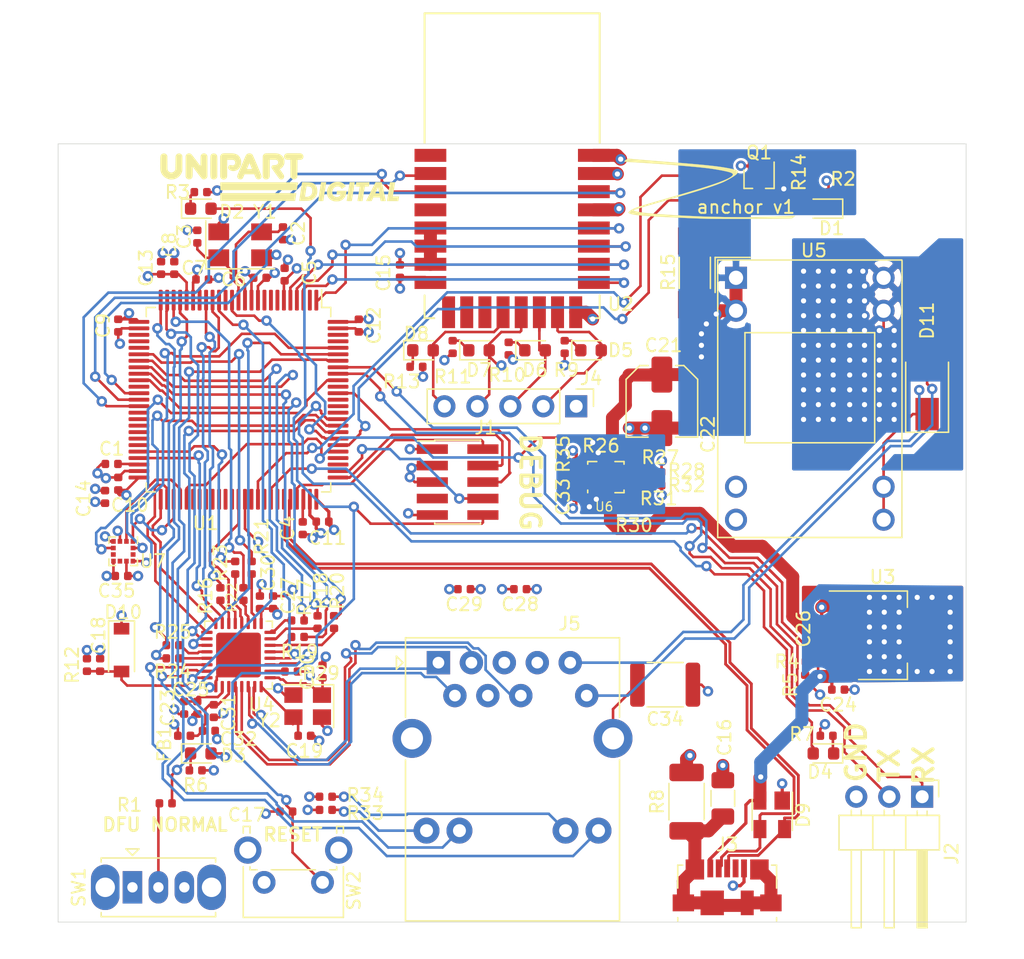
<source format=kicad_pcb>
(kicad_pcb (version 20171130) (host pcbnew 5.1.5+dfsg1-2build2)
  (layers (0 F.Cu signal) (1 In1.Cu power) (2 In2.Cu power) (31 B.Cu signal) (34 B.Paste user) (35 F.Paste user) (36 B.SilkS user) (37 F.SilkS user) (38 B.Mask user) (39 F.Mask user) (44 Edge.Cuts user))
  (net 0 "")
  (net 1 "Net-(C1-Pad2)")
  (net 2 GND)
  (net 3 "Net-(C2-Pad1)")
  (net 4 "Net-(C3-Pad2)")
  (net 5 "Net-(C4-Pad2)")
  (net 6 +3V3)
  (net 7 "Net-(C16-Pad2)")
  (net 8 RESET)
  (net 9 MII_RST)
  (net 10 "Net-(C19-Pad2)")
  (net 11 "Net-(C20-Pad1)")
  (net 12 /+3.3VPOE)
  (net 13 "Net-(C23-Pad2)")
  (net 14 VBUS)
  (net 15 "Net-(C26-Pad2)")
  (net 16 "Net-(C28-Pad2)")
  (net 17 "Net-(C29-Pad1)")
  (net 18 +3.3VA)
  (net 19 "Net-(C33-Pad1)")
  (net 20 GNDPWR)
  (net 21 MCU_LED0)
  (net 22 "Net-(D1-Pad1)")
  (net 23 MCU_LED1)
  (net 24 "Net-(D2-Pad1)")
  (net 25 MCU_LED2)
  (net 26 "Net-(D3-Pad1)")
  (net 27 MCU_LED3)
  (net 28 "Net-(D4-Pad1)")
  (net 29 "Net-(D5-Pad2)")
  (net 30 "Net-(D5-Pad1)")
  (net 31 "Net-(D6-Pad2)")
  (net 32 "Net-(D6-Pad1)")
  (net 33 "Net-(D7-Pad2)")
  (net 34 "Net-(D7-Pad1)")
  (net 35 "Net-(D8-Pad2)")
  (net 36 "Net-(D8-Pad1)")
  (net 37 USB_D+)
  (net 38 USB_D-)
  (net 39 "Net-(D11-Pad2)")
  (net 40 "Net-(D11-Pad1)")
  (net 41 TDI)
  (net 42 "Net-(J1-Pad7)")
  (net 43 TDO_SWO)
  (net 44 TCK_SWDCLK)
  (net 45 TMS_SWDIO)
  (net 46 UART_TX)
  (net 47 UART_RX)
  (net 48 "Net-(J3-Pad4)")
  (net 49 "Net-(J5-Pad14)")
  (net 50 "Net-(J5-Pad13)")
  (net 51 "Net-(J5-Pad12)")
  (net 52 /RX-)
  (net 53 /RX+)
  (net 54 /TX-)
  (net 55 "Net-(J5-Pad11)")
  (net 56 /TX+)
  (net 57 "Net-(Q1-Pad3)")
  (net 58 HEATER)
  (net 59 BOOT0)
  (net 60 "Net-(R1-Pad1)")
  (net 61 VBUS_SENSE)
  (net 62 MII_TXC)
  (net 63 "Net-(R16-Pad1)")
  (net 64 MII_RXD0)
  (net 65 "Net-(R17-Pad1)")
  (net 66 MII_RXD1)
  (net 67 "Net-(R18-Pad1)")
  (net 68 MII_RXD2)
  (net 69 "Net-(R19-Pad1)")
  (net 70 MII_RXD3)
  (net 71 "Net-(R20-Pad1)")
  (net 72 MII_RXDV)
  (net 73 "Net-(R21-Pad1)")
  (net 74 MII_RXC)
  (net 75 "Net-(R22-Pad1)")
  (net 76 MII_RXER)
  (net 77 "Net-(R23-Pad1)")
  (net 78 MII_CRS)
  (net 79 "Net-(R24-Pad1)")
  (net 80 MII_COL)
  (net 81 "Net-(R25-Pad1)")
  (net 82 "Net-(R26-Pad1)")
  (net 83 "Net-(R27-Pad1)")
  (net 84 "Net-(R29-Pad1)")
  (net 85 "Net-(R30-Pad1)")
  (net 86 "Net-(R31-Pad1)")
  (net 87 "Net-(R35-Pad2)")
  (net 88 "Net-(U1-Pad98)")
  (net 89 "Net-(U1-Pad97)")
  (net 90 ACCEL_CSN)
  (net 91 MII_TXD3)
  (net 92 ACCEL_INTN)
  (net 93 "Net-(U1-Pad90)")
  (net 94 "Net-(U1-Pad88)")
  (net 95 "Net-(U1-Pad87)")
  (net 96 "Net-(U1-Pad86)")
  (net 97 ACCEL_SCK)
  (net 98 "Net-(U1-Pad80)")
  (net 99 "Net-(U1-Pad79)")
  (net 100 "Net-(U1-Pad78)")
  (net 101 "Net-(U1-Pad69)")
  (net 102 "Net-(U1-Pad67)")
  (net 103 "Net-(U1-Pad65)")
  (net 104 MII_INTRP)
  (net 105 "Net-(U1-Pad62)")
  (net 106 "Net-(U1-Pad61)")
  (net 107 "Net-(U1-Pad60)")
  (net 108 "Net-(U1-Pad59)")
  (net 109 "Net-(U1-Pad58)")
  (net 110 "Net-(U1-Pad57)")
  (net 111 "Net-(U1-Pad56)")
  (net 112 POWER_STATUS)
  (net 113 ACCEL_MOSI)
  (net 114 ACCEL_MISO)
  (net 115 MII_TXD1)
  (net 116 MII_TXD0)
  (net 117 MII_TXEN)
  (net 118 "Net-(U1-Pad45)")
  (net 119 "Net-(U1-Pad44)")
  (net 120 "Net-(U1-Pad43)")
  (net 121 "Net-(U1-Pad42)")
  (net 122 "Net-(U1-Pad41)")
  (net 123 "Net-(U1-Pad40)")
  (net 124 RADIO_RSTN)
  (net 125 RADIO_WAKEUP)
  (net 126 RADIO_IRQ)
  (net 127 "Net-(U1-Pad36)")
  (net 128 "Net-(U1-Pad30)")
  (net 129 "Net-(U1-Pad29)")
  (net 130 "Net-(U1-Pad28)")
  (net 131 MII_MDIO)
  (net 132 MII_TXD2)
  (net 133 MII_MDC)
  (net 134 "Net-(U1-Pad15)")
  (net 135 "Net-(U1-Pad9)")
  (net 136 "Net-(U1-Pad8)")
  (net 137 "Net-(U1-Pad7)")
  (net 138 RADIO_MOSI)
  (net 139 RADIO_MISO)
  (net 140 RADIO_CSN)
  (net 141 "Net-(U1-Pad2)")
  (net 142 RADIO_SCK)
  (net 143 "Net-(U2-Pad11)")
  (net 144 "Net-(U2-Pad10)")
  (net 145 "Net-(U2-Pad9)")
  (net 146 "Net-(U2-Pad4)")
  (net 147 "Net-(U2-Pad1)")
  (net 148 "Net-(U5-Pad4)")
  (net 149 "Net-(U7-Pad11)")
  (net 150 "Net-(U7-Pad6)")
  (net 151 "Net-(U7-Pad8)")
  (module Connector_RJ:RJ45_Abracon_ARJP11A-MA_Horizontal (layer F.Cu) (at 144.319 130)
    (fp_text reference J5 (at 10.113 -3) (layer F.SilkS))
    (fp_text value RJ45_Abracon_ARJP11A-MASA-B-A-EMU2)
    (pad 15 thru_hole circle (at 13.46 5.84) (size 3 3) (drill 1.7) (layers *.Cu *.Mask) (net 20 GNDPWR))
    (pad 15 thru_hole circle (at -2.04 5.84) (size 3 3) (drill 1.7) (layers *.Cu *.Mask) (net 20 GNDPWR))
    (pad "" np_thru_hole circle (at 11.43 8.89) (size 3.2 3.2) (drill 3.2) (layers *.Cu *.Mask))
    (pad "" np_thru_hole circle (at 0 8.89) (size 3.2 3.2) (drill 3.2) (layers *.Cu *.Mask))
    (pad 14 thru_hole circle (at 12.34 12.95) (size 2 2) (drill 1) (layers *.Cu *.Mask) (net 49 "Net-(J5-Pad14)"))
    (pad 13 thru_hole circle (at 9.8 12.95) (size 2 2) (drill 1) (layers *.Cu *.Mask) (net 50 "Net-(J5-Pad13)"))
    (pad 12 thru_hole circle (at 1.62 12.95) (size 2 2) (drill 1) (layers *.Cu *.Mask) (net 51 "Net-(J5-Pad12)"))
    (pad 10 thru_hole circle (at 11.43 2.54) (size 1.8 1.8) (drill 0.9) (layers *.Cu *.Mask) (net 39 "Net-(D11-Pad2)"))
    (pad 9 thru_hole circle (at 10.16 0) (size 1.8 1.8) (drill 0.9) (layers *.Cu *.Mask) (net 40 "Net-(D11-Pad1)"))
    (pad 7 thru_hole circle (at 7.62 0) (size 1.8 1.8) (drill 0.9) (layers *.Cu *.Mask) (net 20 GNDPWR))
    (pad 6 thru_hole circle (at 6.35 2.54) (size 1.8 1.8) (drill 0.9) (layers *.Cu *.Mask) (net 52 /RX-))
    (pad 5 thru_hole circle (at 5.08 0) (size 1.8 1.8) (drill 0.9) (layers *.Cu *.Mask) (net 16 "Net-(C28-Pad2)"))
    (pad 4 thru_hole circle (at 3.81 2.54) (size 1.8 1.8) (drill 0.9) (layers *.Cu *.Mask) (net 17 "Net-(C29-Pad1)"))
    (pad 3 thru_hole circle (at 2.54 0) (size 1.8 1.8) (drill 0.9) (layers *.Cu *.Mask) (net 53 /RX+))
    (pad 2 thru_hole circle (at 1.27 2.54) (size 1.8 1.8) (drill 0.9) (layers *.Cu *.Mask) (net 54 /TX-))
    (pad 11 thru_hole circle (at -0.92 12.95) (size 2 2) (drill 1) (layers *.Cu *.Mask) (net 55 "Net-(J5-Pad11)"))
    (pad 1 thru_hole rect (at 0 0) (size 1.8 1.8) (drill 0.9) (layers *.Cu *.Mask) (net 56 /TX+))
  )
  (module Resistor_SMD:R_0402_1005Metric (layer F.Cu) (at 129.921 122.682 90)
    (fp_text reference R21 (at 2.413 0.762 270) (layer F.SilkS))
    (fp_text value 33)
    (pad 2 smd roundrect (at 0.485 0 90) (size 0.59 0.64) (layers F.Cu F.Paste F.Mask) (net 72 MII_RXDV))
    (pad 1 smd roundrect (at -0.485 0 90) (size 0.59 0.64) (layers F.Cu F.Paste F.Mask) (net 73 "Net-(R21-Pad1)"))
  )
  (module Capacitor_SMD:C_0402_1005Metric (layer F.Cu) (at 133.985 135.636 180)
    (fp_text reference C19 (at 0 -1.17) (layer F.SilkS))
    (fp_text value 10p)
    (pad 1 smd roundrect (at -0.485 0 180) (size 0.59 0.64) (layers F.Cu F.Paste F.Mask) (net 2 GND))
    (pad 2 smd roundrect (at 0.485 0 180) (size 0.59 0.64) (layers F.Cu F.Paste F.Mask) (net 10 "Net-(C19-Pad2)"))
  )
  (module Capacitor_SMD:C_0402_1005Metric (layer F.Cu) (at 130.556 125.349 90)
    (fp_text reference C30 (at 2.286 0.635 90) (layer F.SilkS))
    (fp_text value 100n)
    (pad 1 smd roundrect (at -0.485 0 90) (size 0.59 0.64) (layers F.Cu F.Paste F.Mask) (net 6 +3V3))
    (pad 2 smd roundrect (at 0.485 0 90) (size 0.59 0.64) (layers F.Cu F.Paste F.Mask) (net 2 GND))
  )
  (module Resistor_SMD:R_0402_1005Metric (layer F.Cu) (at 133.477 128.016)
    (fp_text reference R19 (at 0.127 1.143) (layer F.SilkS))
    (fp_text value 33)
    (pad 1 smd roundrect (at -0.485 0) (size 0.59 0.64) (layers F.Cu F.Paste F.Mask) (net 69 "Net-(R19-Pad1)"))
    (pad 2 smd roundrect (at 0.485 0) (size 0.59 0.64) (layers F.Cu F.Paste F.Mask) (net 68 MII_RXD2))
  )
  (module Capacitor_SMD:C_0402_1005Metric (layer F.Cu) (at 125.73 133.477 270)
    (fp_text reference C25 (at -1.397 0.508 180) (layer F.SilkS))
    (fp_text value 100n)
    (pad 1 smd roundrect (at -0.485 0 270) (size 0.59 0.64) (layers F.Cu F.Paste F.Mask) (net 13 "Net-(C23-Pad2)"))
    (pad 2 smd roundrect (at 0.485 0 270) (size 0.59 0.64) (layers F.Cu F.Paste F.Mask) (net 2 GND))
  )
  (module Resistor_SMD:R_0402_1005Metric (layer F.Cu) (at 135.001 126.873 90)
    (fp_text reference R18 (at 2.413 0.254 90) (layer F.SilkS))
    (fp_text value 33)
    (pad 1 smd roundrect (at -0.485 0 90) (size 0.59 0.64) (layers F.Cu F.Paste F.Mask) (net 67 "Net-(R18-Pad1)"))
    (pad 2 smd roundrect (at 0.485 0 90) (size 0.59 0.64) (layers F.Cu F.Paste F.Mask) (net 66 MII_RXD1))
  )
  (module Capacitor_SMD:C_0402_1005Metric (layer F.Cu) (at 126.619 135.255)
    (fp_text reference C32 (at 2.286 0.635) (layer F.SilkS))
    (fp_text value 2u2)
    (pad 1 smd roundrect (at -0.485 0) (size 0.59 0.64) (layers F.Cu F.Paste F.Mask) (net 18 +3.3VA))
    (pad 2 smd roundrect (at 0.485 0) (size 0.59 0.64) (layers F.Cu F.Paste F.Mask) (net 2 GND))
  )
  (module Resistor_SMD:R_0402_1005Metric (layer F.Cu) (at 123.825 128.651 180)
    (fp_text reference R25 (at 0 1.016) (layer F.SilkS))
    (fp_text value 33)
    (pad 1 smd roundrect (at -0.485 0 180) (size 0.59 0.64) (layers F.Cu F.Paste F.Mask) (net 81 "Net-(R25-Pad1)"))
    (pad 2 smd roundrect (at 0.485 0 180) (size 0.59 0.64) (layers F.Cu F.Paste F.Mask) (net 80 MII_COL))
  )
  (module Capacitor_SMD:C_0402_1005Metric (layer F.Cu) (at 131.572 125.349 270)
    (fp_text reference C27 (at -0.508 -1.17 90) (layer F.SilkS))
    (fp_text value 2u2)
    (pad 1 smd roundrect (at -0.485 0 270) (size 0.59 0.64) (layers F.Cu F.Paste F.Mask) (net 2 GND))
    (pad 2 smd roundrect (at 0.485 0 270) (size 0.59 0.64) (layers F.Cu F.Paste F.Mask) (net 6 +3V3))
  )
  (module Inductor_SMD:L_0402_1005Metric (layer F.Cu) (at 124.714 135.636 180)
    (fp_text reference FB1 (at 1.524 -0.635 90) (layer F.SilkS))
    (fp_text value 220)
    (pad 1 smd roundrect (at -0.485 0 180) (size 0.59 0.64) (layers F.Cu F.Paste F.Mask) (net 18 +3.3VA))
    (pad 2 smd roundrect (at 0.485 0 180) (size 0.59 0.64) (layers F.Cu F.Paste F.Mask) (net 6 +3V3))
  )
  (module Crystal:Crystal_SMD_3225-4Pin_3.2x2.5mm (layer F.Cu) (at 134.239 133.35 180)
    (fp_text reference Y2 (at 2.964 -1.104) (layer F.SilkS))
    (fp_text value 25MHz)
    (pad 1 smd rect (at -1.1 0.85 180) (size 1.4 1.2) (layers F.Cu F.Paste F.Mask) (net 11 "Net-(C20-Pad1)"))
    (pad 2 smd rect (at 1.1 0.85 180) (size 1.4 1.2) (layers F.Cu F.Paste F.Mask) (net 2 GND))
    (pad 3 smd rect (at 1.1 -0.85 180) (size 1.4 1.2) (layers F.Cu F.Paste F.Mask) (net 10 "Net-(C19-Pad2)"))
    (pad 4 smd rect (at -1.1 -0.85 180) (size 1.4 1.2) (layers F.Cu F.Paste F.Mask) (net 2 GND))
  )
  (module Package_DFN_QFN:QFN-32-1EP_5x5mm_P0.5mm_EP3.45x3.45mm (layer F.Cu) (at 128.905 129.413 90)
    (fp_text reference U4 (at -3.81 1.778 180) (layer F.SilkS))
    (fp_text value KSZ8081MNX)
    (pad 33 smd roundrect (at 0 0 90) (size 3.45 3.45) (layers F.Cu F.Mask) (roundrect_rratio 0.072464) (net 2 GND))
    (pad 1 smd roundrect (at -2.4375 -1.75 90) (size 0.875 0.25) (layers F.Cu F.Paste F.Mask) (net 2 GND))
    (pad 2 smd roundrect (at -2.4375 -1.25 90) (size 0.875 0.25) (layers F.Cu F.Paste F.Mask) (net 13 "Net-(C23-Pad2)"))
    (pad 3 smd roundrect (at -2.4375 -0.75 90) (size 0.875 0.25) (layers F.Cu F.Paste F.Mask) (net 18 +3.3VA))
    (pad 4 smd roundrect (at -2.4375 -0.25 90) (size 0.875 0.25) (layers F.Cu F.Paste F.Mask) (net 52 /RX-))
    (pad 5 smd roundrect (at -2.4375 0.25 90) (size 0.875 0.25) (layers F.Cu F.Paste F.Mask) (net 53 /RX+))
    (pad 6 smd roundrect (at -2.4375 0.75 90) (size 0.875 0.25) (layers F.Cu F.Paste F.Mask) (net 54 /TX-))
    (pad 7 smd roundrect (at -2.4375 1.25 90) (size 0.875 0.25) (layers F.Cu F.Paste F.Mask) (net 56 /TX+))
    (pad 8 smd roundrect (at -2.4375 1.75 90) (size 0.875 0.25) (layers F.Cu F.Paste F.Mask) (net 10 "Net-(C19-Pad2)"))
    (pad 9 smd roundrect (at -1.75 2.4375 90) (size 0.25 0.875) (layers F.Cu F.Paste F.Mask) (net 11 "Net-(C20-Pad1)"))
    (pad 10 smd roundrect (at -1.25 2.4375 90) (size 0.25 0.875) (layers F.Cu F.Paste F.Mask) (net 84 "Net-(R29-Pad1)"))
    (pad 11 smd roundrect (at -0.75 2.4375 90) (size 0.25 0.875) (layers F.Cu F.Paste F.Mask) (net 131 MII_MDIO))
    (pad 12 smd roundrect (at -0.25 2.4375 90) (size 0.25 0.875) (layers F.Cu F.Paste F.Mask) (net 133 MII_MDC))
    (pad 13 smd roundrect (at 0.25 2.4375 90) (size 0.25 0.875) (layers F.Cu F.Paste F.Mask) (net 71 "Net-(R20-Pad1)"))
    (pad 14 smd roundrect (at 0.75 2.4375 90) (size 0.25 0.875) (layers F.Cu F.Paste F.Mask) (net 69 "Net-(R19-Pad1)"))
    (pad 15 smd roundrect (at 1.25 2.4375 90) (size 0.25 0.875) (layers F.Cu F.Paste F.Mask) (net 67 "Net-(R18-Pad1)"))
    (pad 16 smd roundrect (at 1.75 2.4375 90) (size 0.25 0.875) (layers F.Cu F.Paste F.Mask) (net 65 "Net-(R17-Pad1)"))
    (pad 17 smd roundrect (at 2.4375 1.75 90) (size 0.875 0.25) (layers F.Cu F.Paste F.Mask) (net 6 +3V3))
    (pad 18 smd roundrect (at 2.4375 1.25 90) (size 0.875 0.25) (layers F.Cu F.Paste F.Mask) (net 73 "Net-(R21-Pad1)"))
    (pad 19 smd roundrect (at 2.4375 0.75 90) (size 0.875 0.25) (layers F.Cu F.Paste F.Mask) (net 75 "Net-(R22-Pad1)"))
    (pad 20 smd roundrect (at 2.4375 0.25 90) (size 0.875 0.25) (layers F.Cu F.Paste F.Mask) (net 77 "Net-(R23-Pad1)"))
    (pad 21 smd roundrect (at 2.4375 -0.25 90) (size 0.875 0.25) (layers F.Cu F.Paste F.Mask) (net 104 MII_INTRP))
    (pad 22 smd roundrect (at 2.4375 -0.75 90) (size 0.875 0.25) (layers F.Cu F.Paste F.Mask) (net 63 "Net-(R16-Pad1)"))
    (pad 23 smd roundrect (at 2.4375 -1.25 90) (size 0.875 0.25) (layers F.Cu F.Paste F.Mask) (net 117 MII_TXEN))
    (pad 24 smd roundrect (at 2.4375 -1.75 90) (size 0.875 0.25) (layers F.Cu F.Paste F.Mask) (net 116 MII_TXD0))
    (pad 25 smd roundrect (at 1.75 -2.4375 90) (size 0.25 0.875) (layers F.Cu F.Paste F.Mask) (net 115 MII_TXD1))
    (pad 26 smd roundrect (at 1.25 -2.4375 90) (size 0.25 0.875) (layers F.Cu F.Paste F.Mask) (net 132 MII_TXD2))
    (pad 27 smd roundrect (at 0.75 -2.4375 90) (size 0.25 0.875) (layers F.Cu F.Paste F.Mask) (net 91 MII_TXD3))
    (pad 28 smd roundrect (at 0.25 -2.4375 90) (size 0.25 0.875) (layers F.Cu F.Paste F.Mask) (net 81 "Net-(R25-Pad1)"))
    (pad 29 smd roundrect (at -0.25 -2.4375 90) (size 0.25 0.875) (layers F.Cu F.Paste F.Mask) (net 79 "Net-(R24-Pad1)"))
    (pad 30 smd roundrect (at -0.75 -2.4375 90) (size 0.25 0.875) (layers F.Cu F.Paste F.Mask) (net 49 "Net-(J5-Pad14)"))
    (pad 31 smd roundrect (at -1.25 -2.4375 90) (size 0.25 0.875) (layers F.Cu F.Paste F.Mask) (net 51 "Net-(J5-Pad12)"))
    (pad 32 smd roundrect (at -1.75 -2.4375 90) (size 0.25 0.875) (layers F.Cu F.Paste F.Mask) (net 9 MII_RST))
  )
  (module Capacitor_SMD:C_0402_1005Metric (layer F.Cu) (at 127 133.731 90)
    (fp_text reference C31 (at -0.127 1.143 90) (layer F.SilkS))
    (fp_text value 100n)
    (pad 1 smd roundrect (at -0.485 0 90) (size 0.59 0.64) (layers F.Cu F.Paste F.Mask) (net 2 GND))
    (pad 2 smd roundrect (at 0.485 0 90) (size 0.59 0.64) (layers F.Cu F.Paste F.Mask) (net 18 +3.3VA))
  )
  (module Resistor_SMD:R_0402_1005Metric (layer F.Cu) (at 136.271 126.873 90)
    (fp_text reference R20 (at 2.413 0.254 90) (layer F.SilkS))
    (fp_text value 33)
    (pad 1 smd roundrect (at -0.485 0 90) (size 0.59 0.64) (layers F.Cu F.Paste F.Mask) (net 71 "Net-(R20-Pad1)"))
    (pad 2 smd roundrect (at 0.485 0 90) (size 0.59 0.64) (layers F.Cu F.Paste F.Mask) (net 70 MII_RXD3))
  )
  (module Resistor_SMD:R_0402_1005Metric (layer F.Cu) (at 123.825 129.667 180)
    (fp_text reference R24 (at 0 -1.016) (layer F.SilkS))
    (fp_text value 33)
    (pad 1 smd roundrect (at -0.485 0 180) (size 0.59 0.64) (layers F.Cu F.Paste F.Mask) (net 79 "Net-(R24-Pad1)"))
    (pad 2 smd roundrect (at 0.485 0 180) (size 0.59 0.64) (layers F.Cu F.Paste F.Mask) (net 78 MII_CRS))
  )
  (module Capacitor_SMD:C_0402_1005Metric (layer F.Cu) (at 135.382 130.683 90)
    (fp_text reference C20 (at 0 -1.17 90) (layer F.SilkS))
    (fp_text value 10p)
    (pad 1 smd roundrect (at -0.485 0 90) (size 0.59 0.64) (layers F.Cu F.Paste F.Mask) (net 11 "Net-(C20-Pad1)"))
    (pad 2 smd roundrect (at 0.485 0 90) (size 0.59 0.64) (layers F.Cu F.Paste F.Mask) (net 2 GND))
  )
  (module Resistor_SMD:R_0402_1005Metric (layer F.Cu) (at 132.969 130.683)
    (fp_text reference R29 (at 2.286 0.127) (layer F.SilkS))
    (fp_text value 6.49k)
    (pad 1 smd roundrect (at -0.485 0) (size 0.59 0.64) (layers F.Cu F.Paste F.Mask) (net 84 "Net-(R29-Pad1)"))
    (pad 2 smd roundrect (at 0.485 0) (size 0.59 0.64) (layers F.Cu F.Paste F.Mask) (net 2 GND))
  )
  (module Capacitor_SMD:C_0402_1005Metric (layer F.Cu) (at 124.714 133.477 90)
    (fp_text reference C23 (at 0 -1.27 90) (layer F.SilkS))
    (fp_text value 2u2)
    (pad 1 smd roundrect (at -0.485 0 90) (size 0.59 0.64) (layers F.Cu F.Paste F.Mask) (net 2 GND))
    (pad 2 smd roundrect (at 0.485 0 90) (size 0.59 0.64) (layers F.Cu F.Paste F.Mask) (net 13 "Net-(C23-Pad2)"))
  )
  (module Resistor_SMD:R_0402_1005Metric (layer F.Cu) (at 133.477 126.746)
    (fp_text reference R17 (at 0.508 -1.778 90) (layer F.SilkS))
    (fp_text value 33)
    (pad 1 smd roundrect (at -0.485 0) (size 0.59 0.64) (layers F.Cu F.Paste F.Mask) (net 65 "Net-(R17-Pad1)"))
    (pad 2 smd roundrect (at 0.485 0) (size 0.59 0.64) (layers F.Cu F.Paste F.Mask) (net 64 MII_RXD0))
  )
  (module Resistor_SMD:R_0402_1005Metric (layer F.Cu) (at 129.286 124.714 90)
    (fp_text reference R22 (at -0.254 -0.889 270) (layer F.SilkS) (effects (font (size 0.8 0.8) (thickness 0.1))))
    (fp_text value 33)
    (pad 2 smd roundrect (at 0.485 0 90) (size 0.59 0.64) (layers F.Cu F.Paste F.Mask) (net 74 MII_RXC))
    (pad 1 smd roundrect (at -0.485 0 90) (size 0.59 0.64) (layers F.Cu F.Paste F.Mask) (net 75 "Net-(R22-Pad1)"))
  )
  (module Resistor_SMD:R_0402_1005Metric (layer F.Cu) (at 127.508 124.714 90)
    (fp_text reference R16 (at -0.127 -1.143 270) (layer F.SilkS))
    (fp_text value 33)
    (pad 2 smd roundrect (at 0.485 0 90) (size 0.59 0.64) (layers F.Cu F.Paste F.Mask) (net 62 MII_TXC))
    (pad 1 smd roundrect (at -0.485 0 90) (size 0.59 0.64) (layers F.Cu F.Paste F.Mask) (net 63 "Net-(R16-Pad1)"))
  )
  (module Resistor_SMD:R_0402_1005Metric (layer F.Cu) (at 128.651 122.682 90)
    (fp_text reference R23 (at 0.381 -1.143 90) (layer F.SilkS))
    (fp_text value 33)
    (pad 2 smd roundrect (at 0.485 0 90) (size 0.59 0.64) (layers F.Cu F.Paste F.Mask) (net 76 MII_RXER))
    (pad 1 smd roundrect (at -0.485 0 90) (size 0.59 0.64) (layers F.Cu F.Paste F.Mask) (net 77 "Net-(R23-Pad1)"))
  )
  (module Package_LGA:LGA-12_2x2mm_P0.5mm (layer F.Cu) (at 120.015 121.412 270)
    (fp_text reference U7 (at 0.762 -2.286 180) (layer F.SilkS))
    (fp_text value MC3630)
    (pad 2 smd rect (at -0.7625 -0.25 270) (size 0.375 0.35) (layers F.Cu F.Paste F.Mask) (net 113 ACCEL_MOSI))
    (pad 3 smd rect (at -0.7625 0.25 270) (size 0.375 0.35) (layers F.Cu F.Paste F.Mask) (net 6 +3V3))
    (pad 9 smd rect (at 0.7625 -0.25 270) (size 0.375 0.35) (layers F.Cu F.Paste F.Mask) (net 2 GND))
    (pad 8 smd rect (at 0.7625 0.25 270) (size 0.375 0.35) (layers F.Cu F.Paste F.Mask) (net 151 "Net-(U7-Pad8)"))
    (pad 4 smd rect (at -0.7625 0.75 270) (size 0.375 0.35) (layers F.Cu F.Paste F.Mask) (net 2 GND))
    (pad 7 smd rect (at 0.7625 0.75 270) (size 0.375 0.35) (layers F.Cu F.Paste F.Mask) (net 6 +3V3))
    (pad 1 smd rect (at -0.7625 -0.75 270) (size 0.375 0.35) (layers F.Cu F.Paste F.Mask) (net 114 ACCEL_MISO))
    (pad 10 smd rect (at 0.7625 -0.75 270) (size 0.375 0.35) (layers F.Cu F.Paste F.Mask) (net 90 ACCEL_CSN))
    (pad 5 smd rect (at -0.25 0.7625) (size 0.375 0.35) (layers F.Cu F.Paste F.Mask) (net 92 ACCEL_INTN))
    (pad 6 smd rect (at 0.25 0.7625) (size 0.375 0.35) (layers F.Cu F.Paste F.Mask) (net 150 "Net-(U7-Pad6)"))
    (pad 11 smd rect (at 0.25 -0.7625) (size 0.375 0.35) (layers F.Cu F.Paste F.Mask) (net 149 "Net-(U7-Pad11)"))
    (pad 12 smd rect (at -0.25 -0.7625) (size 0.375 0.35) (layers F.Cu F.Paste F.Mask) (net 97 ACCEL_SCK))
  )
  (module Capacitor_SMD:C_0402_1005Metric (layer F.Cu) (at 119.888 123.317)
    (fp_text reference C35 (at -0.381 1.143) (layer F.SilkS))
    (fp_text value 100n)
    (pad 1 smd roundrect (at -0.485 0) (size 0.59 0.64) (layers F.Cu F.Paste F.Mask) (net 6 +3V3))
    (pad 2 smd roundrect (at 0.485 0) (size 0.59 0.64) (layers F.Cu F.Paste F.Mask) (net 2 GND))
  )
  (module tail-anchor-hardware:Tail_logo (layer F.Cu) (at 164.973 93.853)
    (fp_text reference G*** hide)
    (fp_text value LOGO hide)
  )
  (module Resistor_SMD:R_0402_1005Metric (layer F.Cu) (at 123.294 140.843)
    (fp_text reference R1 (at -2.794 0.127) (layer F.SilkS))
    (fp_text value 10k)
    (pad 2 smd roundrect (at 0.485 0) (size 0.59 0.64) (layers F.Cu F.Paste F.Mask) (net 59 BOOT0))
    (pad 1 smd roundrect (at -0.485 0) (size 0.59 0.64) (layers F.Cu F.Paste F.Mask) (net 60 "Net-(R1-Pad1)"))
  )
  (module tail-anchor-hardware:AG9900LP (layer F.Cu) (at 167.259 100.33)
    (fp_text reference U5 (at 6 -2.1) (layer F.SilkS))
    (fp_text value AG9903LP)
    (pad 5 thru_hole circle (at 11.38 18.65) (size 1.7 1.7) (drill 1.1) (layers *.Cu *.Mask) (net 40 "Net-(D11-Pad1)"))
    (pad 8 thru_hole circle (at 11.38 0) (size 1.7 1.7) (drill 1.1) (layers *.Cu *.Mask) (net 39 "Net-(D11-Pad2)"))
    (pad 7 thru_hole circle (at 11.38 2.54) (size 1.7 1.7) (drill 1.1) (layers *.Cu *.Mask) (net 39 "Net-(D11-Pad2)"))
    (pad 6 thru_hole circle (at 11.38 16.11) (size 1.7 1.7) (drill 1.1) (layers *.Cu *.Mask) (net 40 "Net-(D11-Pad1)"))
    (pad 4 thru_hole circle (at 0 18.65) (size 1.7 1.7) (drill 1.1) (layers *.Cu *.Mask) (net 148 "Net-(U5-Pad4)"))
    (pad 3 thru_hole circle (at 0 16.11) (size 1.7 1.7) (drill 1.1) (layers *.Cu *.Mask) (net 2 GND))
    (pad 2 thru_hole circle (at 0 2.54) (size 1.7 1.7) (drill 1.1) (layers *.Cu *.Mask) (net 12 /+3.3VPOE))
    (pad 1 thru_hole rect (at 0 0) (size 1.7 1.7) (drill 1.1) (layers *.Cu *.Mask) (net 12 /+3.3VPOE))
  )
  (module Package_TO_SOT_SMD:SOT-223-3_TabPin2 (layer F.Cu) (at 178.562 127.889)
    (fp_text reference U3 (at 0 -4.5) (layer F.SilkS))
    (fp_text value AP2114H-3.3)
    (pad 1 smd rect (at -3.15 -2.3) (size 2 1.5) (layers F.Cu F.Paste F.Mask) (net 2 GND))
    (pad 3 smd rect (at -3.15 2.3) (size 2 1.5) (layers F.Cu F.Paste F.Mask) (net 14 VBUS))
    (pad 2 smd rect (at -3.15 0) (size 2 1.5) (layers F.Cu F.Paste F.Mask) (net 15 "Net-(C26-Pad2)"))
    (pad 2 smd rect (at 3.15 0) (size 2 3.8) (layers F.Cu F.Paste F.Mask) (net 15 "Net-(C26-Pad2)"))
  )
  (module tail-anchor-hardware:Unipart_Digital_logo (layer F.Cu) (at 132.08 92.583)
    (fp_text reference G*** hide)
    (fp_text value LOGO hide)
  )
  (module Capacitor_SMD:C_0402_1005Metric (layer F.Cu) (at 135.382 119.126 180)
    (fp_text reference C11 (at -0.381 -1.27) (layer F.SilkS))
    (fp_text value 100n)
    (pad 2 smd roundrect (at 0.485 0 180) (size 0.59 0.64) (layers F.Cu F.Paste F.Mask) (net 2 GND))
    (pad 1 smd roundrect (at -0.485 0 180) (size 0.59 0.64) (layers F.Cu F.Paste F.Mask) (net 6 +3V3))
  )
  (module Capacitor_SMD:C_0402_1005Metric (layer F.Cu) (at 146.304 124.333 180)
    (fp_text reference C29 (at 0 -1.17) (layer F.SilkS))
    (fp_text value 100n)
    (pad 2 smd roundrect (at 0.485 0 180) (size 0.59 0.64) (layers F.Cu F.Paste F.Mask) (net 2 GND))
    (pad 1 smd roundrect (at -0.485 0 180) (size 0.59 0.64) (layers F.Cu F.Paste F.Mask) (net 17 "Net-(C29-Pad1)"))
  )
  (module MountingHole:MountingHole_3.2mm_M3 (layer F.Cu) (at 120 135)
    (fp_text reference REF** hide)
    (fp_text value MountingHole_3.2mm_M3)
    (pad 1 np_thru_hole circle (at 0 0) (size 3.2 3.2) (drill 3.2) (layers *.Cu *.Mask))
  )
  (module MountingHole:MountingHole_3.2mm_M3 (layer F.Cu) (at 180 135)
    (fp_text reference REF** hide)
    (fp_text value MountingHole_3.2mm_M3)
    (pad 1 np_thru_hole circle (at 0 0) (size 3.2 3.2) (drill 3.2) (layers *.Cu *.Mask))
  )
  (module MountingHole:MountingHole_3.2mm_M3 (layer F.Cu) (at 120 95)
    (fp_text reference REF** hide)
    (fp_text value MountingHole_3.2mm_M3)
    (pad 1 np_thru_hole circle (at 0 0) (size 3.2 3.2) (drill 3.2) (layers *.Cu *.Mask))
  )
  (module MountingHole:MountingHole_3.2mm_M3 (layer F.Cu) (at 180 95)
    (fp_text reference REF** hide)
    (fp_text value MountingHole_3.2mm_M3)
    (pad 1 np_thru_hole circle (at 0 0) (size 3.2 3.2) (drill 3.2) (layers *.Cu *.Mask))
  )
  (module Capacitor_SMD:C_0402_1005Metric (layer F.Cu) (at 130.556 100.33)
    (fp_text reference C6 (at -2.032 0.127) (layer F.SilkS))
    (fp_text value 100n)
    (pad 2 smd roundrect (at 0.485 0) (size 0.59 0.64) (layers F.Cu F.Paste F.Mask) (net 2 GND))
    (pad 1 smd roundrect (at -0.485 0) (size 0.59 0.64) (layers F.Cu F.Paste F.Mask) (net 6 +3V3))
  )
  (module Crystal:Crystal_SMD_5032-4Pin_5.0x3.2mm (layer F.Cu) (at 129.033 97.79)
    (fp_text reference Y1 (at 1.904 -2.54) (layer F.SilkS))
    (fp_text value 8MHz)
    (pad 4 smd rect (at -1.65 -1) (size 1.6 1.3) (layers F.Cu F.Paste F.Mask) (net 2 GND))
    (pad 3 smd rect (at 1.65 -1) (size 1.6 1.3) (layers F.Cu F.Paste F.Mask) (net 3 "Net-(C2-Pad1)"))
    (pad 2 smd rect (at 1.65 1) (size 1.6 1.3) (layers F.Cu F.Paste F.Mask) (net 2 GND))
    (pad 1 smd rect (at -1.65 1) (size 1.6 1.3) (layers F.Cu F.Paste F.Mask) (net 4 "Net-(C3-Pad2)"))
  )
  (module tail-anchor-hardware:Texas_VQFN-HR-12_2x2.5mm_P0.5mm (layer F.Cu) (at 157.226 115.697 90)
    (fp_text reference U6 (at -2.286 -0.127 180) (layer F.SilkS) (effects (font (size 0.7 0.7) (thickness 0.1))))
    (fp_text value TPS2121)
    (pad 4 smd roundrect (at -0.25 1.15 90) (size 0.2 0.6) (layers F.Cu F.Paste F.Mask) (net 86 "Net-(R31-Pad1)"))
    (pad 5 smd roundrect (at 0.25 1.15 90) (size 0.2 0.6) (layers F.Cu F.Paste F.Mask) (net 83 "Net-(R27-Pad1)"))
    (pad 6 smd roundrect (at 0.75 1.15 90) (size 0.2 0.6) (layers F.Cu F.Paste F.Mask) (net 82 "Net-(R26-Pad1)"))
    (pad 3 smd roundrect (at -0.75 1.15 90) (size 0.2 0.6) (layers F.Cu F.Paste F.Mask) (net 85 "Net-(R30-Pad1)"))
    (pad 9 smd roundrect (at 0.75 -1.15 90) (size 0.2 0.6) (layers F.Cu F.Paste F.Mask) (net 112 POWER_STATUS))
    (pad 10 smd roundrect (at 0.25 -1.15 90) (size 0.2 0.6) (layers F.Cu F.Paste F.Mask) (net 87 "Net-(R35-Pad2)"))
    (pad 11 smd roundrect (at -0.25 -1.15 90) (size 0.2 0.6) (layers F.Cu F.Paste F.Mask) (net 19 "Net-(C33-Pad1)"))
    (pad 12 smd roundrect (at -0.75 -1.15 90) (size 0.2 0.6) (layers F.Cu F.Paste F.Mask) (net 2 GND))
    (pad 8 smd roundrect (at 0.675 -0.35 90) (size 1.05 0.4) (layers F.Cu F.Paste F.Mask) (net 6 +3V3))
    (pad 7 smd roundrect (at 0.675 0.35 90) (size 1.05 0.4) (layers F.Cu F.Paste F.Mask) (net 12 /+3.3VPOE))
    (pad 2 smd roundrect (at -0.675 0.35 90) (size 1.05 0.4) (layers F.Cu F.Paste F.Mask) (net 15 "Net-(C26-Pad2)"))
    (pad 1 smd roundrect (at -0.675 -0.35 90) (size 1.05 0.4) (layers F.Cu F.Paste F.Mask) (net 6 +3V3))
  )
  (module RF_Module:DWM1000 (layer F.Cu) (at 150 91.689)
    (fp_text reference U2 (at 8.369 10.673) (layer F.SilkS))
    (fp_text value DWM1000)
    (pad 24 smd rect (at 6.3 -0.7988 90) (size 1 2.45) (layers F.Cu F.Paste F.Mask) (net 2 GND))
    (pad 23 smd rect (at 6.3 0.6012 90) (size 1 2.45) (layers F.Cu F.Paste F.Mask) (net 2 GND))
    (pad 22 smd rect (at 6.3 2.0012 90) (size 1 2.45) (layers F.Cu F.Paste F.Mask) (net 126 RADIO_IRQ))
    (pad 21 smd rect (at 6.3 3.4012 90) (size 1 2.45) (layers F.Cu F.Paste F.Mask) (net 2 GND))
    (pad 20 smd rect (at 6.3 4.8012 90) (size 1 2.45) (layers F.Cu F.Paste F.Mask) (net 142 RADIO_SCK))
    (pad 19 smd rect (at 6.3 6.2012 90) (size 1 2.45) (layers F.Cu F.Paste F.Mask) (net 139 RADIO_MISO))
    (pad 18 smd rect (at 6.3 7.6 90) (size 1 2.45) (layers F.Cu F.Paste F.Mask) (net 138 RADIO_MOSI))
    (pad 17 smd rect (at 6.3 9 90) (size 1 2.45) (layers F.Cu F.Paste F.Mask) (net 140 RADIO_CSN))
    (pad 16 smd rect (at 4.9 11.2962) (size 1 2.45) (layers F.Cu F.Paste F.Mask) (net 2 GND))
    (pad 15 smd rect (at 3.5 11.2962) (size 1 2.45) (layers F.Cu F.Paste F.Mask) (net 29 "Net-(D5-Pad2)"))
    (pad 14 smd rect (at 2.1 11.2962) (size 1 2.45) (layers F.Cu F.Paste F.Mask) (net 31 "Net-(D6-Pad2)"))
    (pad 13 smd rect (at 0.7 11.2962) (size 1 2.45) (layers F.Cu F.Paste F.Mask) (net 33 "Net-(D7-Pad2)"))
    (pad 12 smd rect (at -0.7 11.2962) (size 1 2.45) (layers F.Cu F.Paste F.Mask) (net 35 "Net-(D8-Pad2)"))
    (pad 11 smd rect (at -2.1 11.2962) (size 1 2.45) (layers F.Cu F.Paste F.Mask) (net 143 "Net-(U2-Pad11)"))
    (pad 10 smd rect (at -3.5 11.2962) (size 1 2.45) (layers F.Cu F.Paste F.Mask) (net 144 "Net-(U2-Pad10)"))
    (pad 9 smd rect (at -4.9 11.2962) (size 1 2.45) (layers F.Cu F.Paste F.Mask) (net 145 "Net-(U2-Pad9)"))
    (pad 8 smd rect (at -6.3 9.0012 90) (size 1 2.45) (layers F.Cu F.Paste F.Mask) (net 2 GND))
    (pad 7 smd rect (at -6.3 7.6012 90) (size 1 2.45) (layers F.Cu F.Paste F.Mask) (net 6 +3V3))
    (pad 6 smd rect (at -6.3 6.2012 90) (size 1 2.45) (layers F.Cu F.Paste F.Mask) (net 6 +3V3))
    (pad 5 smd rect (at -6.3 4.8012 90) (size 1 2.45) (layers F.Cu F.Paste F.Mask) (net 6 +3V3))
    (pad 4 smd rect (at -6.3 3.4012 90) (size 1 2.45) (layers F.Cu F.Paste F.Mask) (net 146 "Net-(U2-Pad4)"))
    (pad 3 smd rect (at -6.3 2.0012 90) (size 1 2.45) (layers F.Cu F.Paste F.Mask) (net 124 RADIO_RSTN))
    (pad 2 smd rect (at -6.3 0.6012 90) (size 1 2.45) (layers F.Cu F.Paste F.Mask) (net 125 RADIO_WAKEUP))
    (pad 1 smd rect (at -6.3 -0.7988 90) (size 1 2.45) (layers F.Cu F.Paste F.Mask) (net 147 "Net-(U2-Pad1)"))
  )
  (module Package_QFP:LQFP-100_14x14mm_P0.5mm (layer F.Cu) (at 128.905 109.728 270)
    (fp_text reference U1 (at 9.525 2.54 180) (layer F.SilkS))
    (fp_text value STM32F756VGTx)
    (pad 100 smd roundrect (at -6 -7.675 270) (size 0.3 1.6) (layers F.Cu F.Paste F.Mask) (net 6 +3V3))
    (pad 99 smd roundrect (at -5.5 -7.675 270) (size 0.3 1.6) (layers F.Cu F.Paste F.Mask) (net 2 GND))
    (pad 98 smd roundrect (at -5 -7.675 270) (size 0.3 1.6) (layers F.Cu F.Paste F.Mask) (net 88 "Net-(U1-Pad98)"))
    (pad 97 smd roundrect (at -4.5 -7.675 270) (size 0.3 1.6) (layers F.Cu F.Paste F.Mask) (net 89 "Net-(U1-Pad97)"))
    (pad 96 smd roundrect (at -4 -7.675 270) (size 0.3 1.6) (layers F.Cu F.Paste F.Mask) (net 90 ACCEL_CSN))
    (pad 95 smd roundrect (at -3.5 -7.675 270) (size 0.3 1.6) (layers F.Cu F.Paste F.Mask) (net 91 MII_TXD3))
    (pad 94 smd roundrect (at -3 -7.675 270) (size 0.3 1.6) (layers F.Cu F.Paste F.Mask) (net 59 BOOT0))
    (pad 93 smd roundrect (at -2.5 -7.675 270) (size 0.3 1.6) (layers F.Cu F.Paste F.Mask) (net 47 UART_RX))
    (pad 92 smd roundrect (at -2 -7.675 270) (size 0.3 1.6) (layers F.Cu F.Paste F.Mask) (net 46 UART_TX))
    (pad 91 smd roundrect (at -1.5 -7.675 270) (size 0.3 1.6) (layers F.Cu F.Paste F.Mask) (net 92 ACCEL_INTN))
    (pad 90 smd roundrect (at -1 -7.675 270) (size 0.3 1.6) (layers F.Cu F.Paste F.Mask) (net 93 "Net-(U1-Pad90)"))
    (pad 89 smd roundrect (at -0.5 -7.675 270) (size 0.3 1.6) (layers F.Cu F.Paste F.Mask) (net 43 TDO_SWO))
    (pad 88 smd roundrect (at 0 -7.675 270) (size 0.3 1.6) (layers F.Cu F.Paste F.Mask) (net 94 "Net-(U1-Pad88)"))
    (pad 87 smd roundrect (at 0.5 -7.675 270) (size 0.3 1.6) (layers F.Cu F.Paste F.Mask) (net 95 "Net-(U1-Pad87)"))
    (pad 86 smd roundrect (at 1 -7.675 270) (size 0.3 1.6) (layers F.Cu F.Paste F.Mask) (net 96 "Net-(U1-Pad86)"))
    (pad 85 smd roundrect (at 1.5 -7.675 270) (size 0.3 1.6) (layers F.Cu F.Paste F.Mask) (net 27 MCU_LED3))
    (pad 84 smd roundrect (at 2 -7.675 270) (size 0.3 1.6) (layers F.Cu F.Paste F.Mask) (net 97 ACCEL_SCK))
    (pad 83 smd roundrect (at 2.5 -7.675 270) (size 0.3 1.6) (layers F.Cu F.Paste F.Mask) (net 25 MCU_LED2))
    (pad 82 smd roundrect (at 3 -7.675 270) (size 0.3 1.6) (layers F.Cu F.Paste F.Mask) (net 23 MCU_LED1))
    (pad 81 smd roundrect (at 3.5 -7.675 270) (size 0.3 1.6) (layers F.Cu F.Paste F.Mask) (net 21 MCU_LED0))
    (pad 80 smd roundrect (at 4 -7.675 270) (size 0.3 1.6) (layers F.Cu F.Paste F.Mask) (net 98 "Net-(U1-Pad80)"))
    (pad 79 smd roundrect (at 4.5 -7.675 270) (size 0.3 1.6) (layers F.Cu F.Paste F.Mask) (net 99 "Net-(U1-Pad79)"))
    (pad 78 smd roundrect (at 5 -7.675 270) (size 0.3 1.6) (layers F.Cu F.Paste F.Mask) (net 100 "Net-(U1-Pad78)"))
    (pad 77 smd roundrect (at 5.5 -7.675 270) (size 0.3 1.6) (layers F.Cu F.Paste F.Mask) (net 41 TDI))
    (pad 76 smd roundrect (at 6 -7.675 270) (size 0.3 1.6) (layers F.Cu F.Paste F.Mask) (net 44 TCK_SWDCLK))
    (pad 75 smd roundrect (at 7.675 -6 270) (size 1.6 0.3) (layers F.Cu F.Paste F.Mask) (net 6 +3V3))
    (pad 74 smd roundrect (at 7.675 -5.5 270) (size 1.6 0.3) (layers F.Cu F.Paste F.Mask) (net 2 GND))
    (pad 73 smd roundrect (at 7.675 -5 270) (size 1.6 0.3) (layers F.Cu F.Paste F.Mask) (net 5 "Net-(C4-Pad2)"))
    (pad 72 smd roundrect (at 7.675 -4.5 270) (size 1.6 0.3) (layers F.Cu F.Paste F.Mask) (net 45 TMS_SWDIO))
    (pad 71 smd roundrect (at 7.675 -4 270) (size 1.6 0.3) (layers F.Cu F.Paste F.Mask) (net 37 USB_D+))
    (pad 70 smd roundrect (at 7.675 -3.5 270) (size 1.6 0.3) (layers F.Cu F.Paste F.Mask) (net 38 USB_D-))
    (pad 69 smd roundrect (at 7.675 -3 270) (size 1.6 0.3) (layers F.Cu F.Paste F.Mask) (net 101 "Net-(U1-Pad69)"))
    (pad 68 smd roundrect (at 7.675 -2.5 270) (size 1.6 0.3) (layers F.Cu F.Paste F.Mask) (net 61 VBUS_SENSE))
    (pad 67 smd roundrect (at 7.675 -2 270) (size 1.6 0.3) (layers F.Cu F.Paste F.Mask) (net 102 "Net-(U1-Pad67)"))
    (pad 66 smd roundrect (at 7.675 -1.5 270) (size 1.6 0.3) (layers F.Cu F.Paste F.Mask) (net 58 HEATER))
    (pad 65 smd roundrect (at 7.675 -1 270) (size 1.6 0.3) (layers F.Cu F.Paste F.Mask) (net 103 "Net-(U1-Pad65)"))
    (pad 64 smd roundrect (at 7.675 -0.5 270) (size 1.6 0.3) (layers F.Cu F.Paste F.Mask) (net 9 MII_RST))
    (pad 63 smd roundrect (at 7.675 0 270) (size 1.6 0.3) (layers F.Cu F.Paste F.Mask) (net 104 MII_INTRP))
    (pad 62 smd roundrect (at 7.675 0.5 270) (size 1.6 0.3) (layers F.Cu F.Paste F.Mask) (net 105 "Net-(U1-Pad62)"))
    (pad 61 smd roundrect (at 7.675 1 270) (size 1.6 0.3) (layers F.Cu F.Paste F.Mask) (net 106 "Net-(U1-Pad61)"))
    (pad 60 smd roundrect (at 7.675 1.5 270) (size 1.6 0.3) (layers F.Cu F.Paste F.Mask) (net 107 "Net-(U1-Pad60)"))
    (pad 59 smd roundrect (at 7.675 2 270) (size 1.6 0.3) (layers F.Cu F.Paste F.Mask) (net 108 "Net-(U1-Pad59)"))
    (pad 58 smd roundrect (at 7.675 2.5 270) (size 1.6 0.3) (layers F.Cu F.Paste F.Mask) (net 109 "Net-(U1-Pad58)"))
    (pad 57 smd roundrect (at 7.675 3 270) (size 1.6 0.3) (layers F.Cu F.Paste F.Mask) (net 110 "Net-(U1-Pad57)"))
    (pad 56 smd roundrect (at 7.675 3.5 270) (size 1.6 0.3) (layers F.Cu F.Paste F.Mask) (net 111 "Net-(U1-Pad56)"))
    (pad 55 smd roundrect (at 7.675 4 270) (size 1.6 0.3) (layers F.Cu F.Paste F.Mask) (net 112 POWER_STATUS))
    (pad 54 smd roundrect (at 7.675 4.5 270) (size 1.6 0.3) (layers F.Cu F.Paste F.Mask) (net 113 ACCEL_MOSI))
    (pad 53 smd roundrect (at 7.675 5 270) (size 1.6 0.3) (layers F.Cu F.Paste F.Mask) (net 114 ACCEL_MISO))
    (pad 52 smd roundrect (at 7.675 5.5 270) (size 1.6 0.3) (layers F.Cu F.Paste F.Mask) (net 115 MII_TXD1))
    (pad 51 smd roundrect (at 7.675 6 270) (size 1.6 0.3) (layers F.Cu F.Paste F.Mask) (net 116 MII_TXD0))
    (pad 50 smd roundrect (at 6 7.675 270) (size 0.3 1.6) (layers F.Cu F.Paste F.Mask) (net 6 +3V3))
    (pad 49 smd roundrect (at 5.5 7.675 270) (size 0.3 1.6) (layers F.Cu F.Paste F.Mask) (net 2 GND))
    (pad 48 smd roundrect (at 5 7.675 270) (size 0.3 1.6) (layers F.Cu F.Paste F.Mask) (net 1 "Net-(C1-Pad2)"))
    (pad 47 smd roundrect (at 4.5 7.675 270) (size 0.3 1.6) (layers F.Cu F.Paste F.Mask) (net 117 MII_TXEN))
    (pad 46 smd roundrect (at 4 7.675 270) (size 0.3 1.6) (layers F.Cu F.Paste F.Mask) (net 76 MII_RXER))
    (pad 45 smd roundrect (at 3.5 7.675 270) (size 0.3 1.6) (layers F.Cu F.Paste F.Mask) (net 118 "Net-(U1-Pad45)"))
    (pad 44 smd roundrect (at 3 7.675 270) (size 0.3 1.6) (layers F.Cu F.Paste F.Mask) (net 119 "Net-(U1-Pad44)"))
    (pad 43 smd roundrect (at 2.5 7.675 270) (size 0.3 1.6) (layers F.Cu F.Paste F.Mask) (net 120 "Net-(U1-Pad43)"))
    (pad 42 smd roundrect (at 2 7.675 270) (size 0.3 1.6) (layers F.Cu F.Paste F.Mask) (net 121 "Net-(U1-Pad42)"))
    (pad 41 smd roundrect (at 1.5 7.675 270) (size 0.3 1.6) (layers F.Cu F.Paste F.Mask) (net 122 "Net-(U1-Pad41)"))
    (pad 40 smd roundrect (at 1 7.675 270) (size 0.3 1.6) (layers F.Cu F.Paste F.Mask) (net 123 "Net-(U1-Pad40)"))
    (pad 39 smd roundrect (at 0.5 7.675 270) (size 0.3 1.6) (layers F.Cu F.Paste F.Mask) (net 124 RADIO_RSTN))
    (pad 38 smd roundrect (at 0 7.675 270) (size 0.3 1.6) (layers F.Cu F.Paste F.Mask) (net 125 RADIO_WAKEUP))
    (pad 37 smd roundrect (at -0.5 7.675 270) (size 0.3 1.6) (layers F.Cu F.Paste F.Mask) (net 126 RADIO_IRQ))
    (pad 36 smd roundrect (at -1 7.675 270) (size 0.3 1.6) (layers F.Cu F.Paste F.Mask) (net 127 "Net-(U1-Pad36)"))
    (pad 35 smd roundrect (at -1.5 7.675 270) (size 0.3 1.6) (layers F.Cu F.Paste F.Mask) (net 70 MII_RXD3))
    (pad 34 smd roundrect (at -2 7.675 270) (size 0.3 1.6) (layers F.Cu F.Paste F.Mask) (net 68 MII_RXD2))
    (pad 33 smd roundrect (at -2.5 7.675 270) (size 0.3 1.6) (layers F.Cu F.Paste F.Mask) (net 66 MII_RXD1))
    (pad 32 smd roundrect (at -3 7.675 270) (size 0.3 1.6) (layers F.Cu F.Paste F.Mask) (net 64 MII_RXD0))
    (pad 31 smd roundrect (at -3.5 7.675 270) (size 0.3 1.6) (layers F.Cu F.Paste F.Mask) (net 72 MII_RXDV))
    (pad 30 smd roundrect (at -4 7.675 270) (size 0.3 1.6) (layers F.Cu F.Paste F.Mask) (net 128 "Net-(U1-Pad30)"))
    (pad 29 smd roundrect (at -4.5 7.675 270) (size 0.3 1.6) (layers F.Cu F.Paste F.Mask) (net 129 "Net-(U1-Pad29)"))
    (pad 28 smd roundrect (at -5 7.675 270) (size 0.3 1.6) (layers F.Cu F.Paste F.Mask) (net 130 "Net-(U1-Pad28)"))
    (pad 27 smd roundrect (at -5.5 7.675 270) (size 0.3 1.6) (layers F.Cu F.Paste F.Mask) (net 6 +3V3))
    (pad 26 smd roundrect (at -6 7.675 270) (size 0.3 1.6) (layers F.Cu F.Paste F.Mask) (net 2 GND))
    (pad 25 smd roundrect (at -7.675 6 270) (size 1.6 0.3) (layers F.Cu F.Paste F.Mask) (net 80 MII_COL))
    (pad 24 smd roundrect (at -7.675 5.5 270) (size 1.6 0.3) (layers F.Cu F.Paste F.Mask) (net 131 MII_MDIO))
    (pad 23 smd roundrect (at -7.675 5 270) (size 1.6 0.3) (layers F.Cu F.Paste F.Mask) (net 74 MII_RXC))
    (pad 22 smd roundrect (at -7.675 4.5 270) (size 1.6 0.3) (layers F.Cu F.Paste F.Mask) (net 78 MII_CRS))
    (pad 21 smd roundrect (at -7.675 4 270) (size 1.6 0.3) (layers F.Cu F.Paste F.Mask) (net 6 +3V3))
    (pad 20 smd roundrect (at -7.675 3.5 270) (size 1.6 0.3) (layers F.Cu F.Paste F.Mask) (net 6 +3V3))
    (pad 19 smd roundrect (at -7.675 3 270) (size 1.6 0.3) (layers F.Cu F.Paste F.Mask) (net 2 GND))
    (pad 18 smd roundrect (at -7.675 2.5 270) (size 1.6 0.3) (layers F.Cu F.Paste F.Mask) (net 62 MII_TXC))
    (pad 17 smd roundrect (at -7.675 2 270) (size 1.6 0.3) (layers F.Cu F.Paste F.Mask) (net 132 MII_TXD2))
    (pad 16 smd roundrect (at -7.675 1.5 270) (size 1.6 0.3) (layers F.Cu F.Paste F.Mask) (net 133 MII_MDC))
    (pad 15 smd roundrect (at -7.675 1 270) (size 1.6 0.3) (layers F.Cu F.Paste F.Mask) (net 134 "Net-(U1-Pad15)"))
    (pad 14 smd roundrect (at -7.675 0.5 270) (size 1.6 0.3) (layers F.Cu F.Paste F.Mask) (net 8 RESET))
    (pad 13 smd roundrect (at -7.675 0 270) (size 1.6 0.3) (layers F.Cu F.Paste F.Mask) (net 4 "Net-(C3-Pad2)"))
    (pad 12 smd roundrect (at -7.675 -0.5 270) (size 1.6 0.3) (layers F.Cu F.Paste F.Mask) (net 3 "Net-(C2-Pad1)"))
    (pad 11 smd roundrect (at -7.675 -1 270) (size 1.6 0.3) (layers F.Cu F.Paste F.Mask) (net 6 +3V3))
    (pad 10 smd roundrect (at -7.675 -1.5 270) (size 1.6 0.3) (layers F.Cu F.Paste F.Mask) (net 2 GND))
    (pad 9 smd roundrect (at -7.675 -2 270) (size 1.6 0.3) (layers F.Cu F.Paste F.Mask) (net 135 "Net-(U1-Pad9)"))
    (pad 8 smd roundrect (at -7.675 -2.5 270) (size 1.6 0.3) (layers F.Cu F.Paste F.Mask) (net 136 "Net-(U1-Pad8)"))
    (pad 7 smd roundrect (at -7.675 -3 270) (size 1.6 0.3) (layers F.Cu F.Paste F.Mask) (net 137 "Net-(U1-Pad7)"))
    (pad 6 smd roundrect (at -7.675 -3.5 270) (size 1.6 0.3) (layers F.Cu F.Paste F.Mask) (net 6 +3V3))
    (pad 5 smd roundrect (at -7.675 -4 270) (size 1.6 0.3) (layers F.Cu F.Paste F.Mask) (net 138 RADIO_MOSI))
    (pad 4 smd roundrect (at -7.675 -4.5 270) (size 1.6 0.3) (layers F.Cu F.Paste F.Mask) (net 139 RADIO_MISO))
    (pad 3 smd roundrect (at -7.675 -5 270) (size 1.6 0.3) (layers F.Cu F.Paste F.Mask) (net 140 RADIO_CSN))
    (pad 2 smd roundrect (at -7.675 -5.5 270) (size 1.6 0.3) (layers F.Cu F.Paste F.Mask) (net 141 "Net-(U1-Pad2)"))
    (pad 1 smd roundrect (at -7.675 -6 270) (size 1.6 0.3) (layers F.Cu F.Paste F.Mask) (net 142 RADIO_SCK))
  )
  (module Button_Switch_THT:SW_Tactile_SPST_Angled_PTS645Vx58-2LFS (layer F.Cu) (at 135.382 146.939 180)
    (fp_text reference SW2 (at -2.413 -0.635 90) (layer F.SilkS))
    (fp_text value SW_Push)
    (pad "" thru_hole circle (at -1.25 2.49 180) (size 2.1 2.1) (drill 1.3) (layers *.Cu *.Mask))
    (pad 1 thru_hole circle (at 0 0 180) (size 1.75 1.75) (drill 0.99) (layers *.Cu *.Mask) (net 8 RESET))
    (pad 2 thru_hole circle (at 4.5 0 180) (size 1.75 1.75) (drill 0.99) (layers *.Cu *.Mask) (net 2 GND))
    (pad "" thru_hole circle (at 5.76 2.49 180) (size 2.1 2.1) (drill 1.3) (layers *.Cu *.Mask))
  )
  (module Button_Switch_THT:SW_Slide_1P2T_CK_OS102011MS2Q (layer F.Cu) (at 120.729 147.32)
    (fp_text reference SW1 (at -4.143 0 90) (layer F.SilkS))
    (fp_text value SW_SPDT)
    (pad "" thru_hole oval (at 6.1 0) (size 2.2 3.5) (drill 1.5) (layers *.Cu *.Mask))
    (pad "" thru_hole oval (at -2.1 0) (size 2.2 3.5) (drill 1.5) (layers *.Cu *.Mask))
    (pad 3 thru_hole oval (at 4 0) (size 1.5 2.5) (drill 0.8) (layers *.Cu *.Mask) (net 2 GND))
    (pad 2 thru_hole oval (at 2 0) (size 1.5 2.5) (drill 0.8) (layers *.Cu *.Mask) (net 60 "Net-(R1-Pad1)"))
    (pad 1 thru_hole rect (at 0 0) (size 1.5 2.5) (drill 0.8) (layers *.Cu *.Mask) (net 6 +3V3))
  )
  (module Resistor_SMD:R_0402_1005Metric (layer F.Cu) (at 154.94 114.935 270)
    (fp_text reference R35 (at -1.016 1.016 90) (layer F.SilkS))
    (fp_text value 100k)
    (pad 2 smd roundrect (at 0.485 0 270) (size 0.59 0.64) (layers F.Cu F.Paste F.Mask) (net 87 "Net-(R35-Pad2)"))
    (pad 1 smd roundrect (at -0.485 0 270) (size 0.59 0.64) (layers F.Cu F.Paste F.Mask) (net 2 GND))
  )
  (module Resistor_SMD:R_0402_1005Metric (layer F.Cu) (at 135.636 140.335 180)
    (fp_text reference R34 (at -3.048 0.127) (layer F.SilkS))
    (fp_text value 220)
    (pad 2 smd roundrect (at 0.485 0 180) (size 0.59 0.64) (layers F.Cu F.Paste F.Mask) (net 6 +3V3))
    (pad 1 smd roundrect (at -0.485 0 180) (size 0.59 0.64) (layers F.Cu F.Paste F.Mask) (net 50 "Net-(J5-Pad13)"))
  )
  (module Resistor_SMD:R_0402_1005Metric (layer F.Cu) (at 135.636 141.351 180)
    (fp_text reference R33 (at -3.048 -0.254) (layer F.SilkS))
    (fp_text value 220)
    (pad 2 smd roundrect (at 0.485 0 180) (size 0.59 0.64) (layers F.Cu F.Paste F.Mask) (net 6 +3V3))
    (pad 1 smd roundrect (at -0.485 0 180) (size 0.59 0.64) (layers F.Cu F.Paste F.Mask) (net 55 "Net-(J5-Pad11)"))
  )
  (module Resistor_SMD:R_0402_1005Metric (layer F.Cu) (at 161.036 116.332 180)
    (fp_text reference R32 (at -2.413 0) (layer F.SilkS))
    (fp_text value 4k99)
    (pad 2 smd roundrect (at 0.485 0 180) (size 0.59 0.64) (layers F.Cu F.Paste F.Mask) (net 86 "Net-(R31-Pad1)"))
    (pad 1 smd roundrect (at -0.485 0 180) (size 0.59 0.64) (layers F.Cu F.Paste F.Mask) (net 2 GND))
  )
  (module Resistor_SMD:R_0402_1005Metric (layer F.Cu) (at 159.512 116.713 270)
    (fp_text reference R31 (at 0.635 -1.778) (layer F.SilkS))
    (fp_text value 3k48)
    (pad 2 smd roundrect (at 0.485 0 270) (size 0.59 0.64) (layers F.Cu F.Paste F.Mask) (net 85 "Net-(R30-Pad1)"))
    (pad 1 smd roundrect (at -0.485 0 270) (size 0.59 0.64) (layers F.Cu F.Paste F.Mask) (net 86 "Net-(R31-Pad1)"))
  )
  (module Resistor_SMD:R_0402_1005Metric (layer F.Cu) (at 159.385 118.237 180)
    (fp_text reference R30 (at 0 -1.17) (layer F.SilkS))
    (fp_text value 8k66)
    (pad 2 smd roundrect (at 0.485 0 180) (size 0.59 0.64) (layers F.Cu F.Paste F.Mask) (net 15 "Net-(C26-Pad2)"))
    (pad 1 smd roundrect (at -0.485 0 180) (size 0.59 0.64) (layers F.Cu F.Paste F.Mask) (net 85 "Net-(R30-Pad1)"))
  )
  (module Resistor_SMD:R_0402_1005Metric (layer F.Cu) (at 161.036 115.316 180)
    (fp_text reference R28 (at -2.413 0.127) (layer F.SilkS))
    (fp_text value 4k99)
    (pad 2 smd roundrect (at 0.485 0 180) (size 0.59 0.64) (layers F.Cu F.Paste F.Mask) (net 83 "Net-(R27-Pad1)"))
    (pad 1 smd roundrect (at -0.485 0 180) (size 0.59 0.64) (layers F.Cu F.Paste F.Mask) (net 2 GND))
  )
  (module Resistor_SMD:R_0402_1005Metric (layer F.Cu) (at 159.512 114.808 90)
    (fp_text reference R27 (at 0.635 1.905) (layer F.SilkS))
    (fp_text value 4k42)
    (pad 2 smd roundrect (at 0.485 0 90) (size 0.59 0.64) (layers F.Cu F.Paste F.Mask) (net 82 "Net-(R26-Pad1)"))
    (pad 1 smd roundrect (at -0.485 0 90) (size 0.59 0.64) (layers F.Cu F.Paste F.Mask) (net 83 "Net-(R27-Pad1)"))
  )
  (module Resistor_SMD:R_0402_1005Metric (layer F.Cu) (at 159.258 113.284 180)
    (fp_text reference R26 (at 2.413 0) (layer F.SilkS))
    (fp_text value 7k5)
    (pad 2 smd roundrect (at 0.485 0 180) (size 0.59 0.64) (layers F.Cu F.Paste F.Mask) (net 12 /+3.3VPOE))
    (pad 1 smd roundrect (at -0.485 0 180) (size 0.59 0.64) (layers F.Cu F.Paste F.Mask) (net 82 "Net-(R26-Pad1)"))
  )
  (module Resistor_SMD:R_MELF_MMB-0207 (layer F.Cu) (at 164.084 99.949 90)
    (fp_text reference R15 (at 0.05 -2.05 90) (layer F.SilkS))
    (fp_text value "15R 1W")
    (pad 2 smd rect (at 2.45 0 90) (size 2.1 2.6) (layers F.Cu F.Paste F.Mask) (net 57 "Net-(Q1-Pad3)"))
    (pad 1 smd rect (at -2.45 0 90) (size 2.1 2.6) (layers F.Cu F.Paste F.Mask) (net 12 /+3.3VPOE))
  )
  (module Resistor_SMD:R_0402_1005Metric (layer F.Cu) (at 170.942 92.202 270)
    (fp_text reference R14 (at 0 -1.17 90) (layer F.SilkS))
    (fp_text value 100k)
    (pad 2 smd roundrect (at 0.485 0 270) (size 0.59 0.64) (layers F.Cu F.Paste F.Mask) (net 12 /+3.3VPOE))
    (pad 1 smd roundrect (at -0.485 0 270) (size 0.59 0.64) (layers F.Cu F.Paste F.Mask) (net 58 HEATER))
  )
  (module Resistor_SMD:R_0402_1005Metric (layer F.Cu) (at 142.621 107.188)
    (fp_text reference R13 (at -1.143 1.143) (layer F.SilkS))
    (fp_text value 150)
    (pad 2 smd roundrect (at 0.485 0) (size 0.59 0.64) (layers F.Cu F.Paste F.Mask) (net 2 GND))
    (pad 1 smd roundrect (at -0.485 0) (size 0.59 0.64) (layers F.Cu F.Paste F.Mask) (net 36 "Net-(D8-Pad1)"))
  )
  (module Resistor_SMD:R_0402_1005Metric (layer F.Cu) (at 117.221 130.175 90)
    (fp_text reference R12 (at 0 -1.143 90) (layer F.SilkS))
    (fp_text value 10k)
    (pad 2 smd roundrect (at 0.485 0 90) (size 0.59 0.64) (layers F.Cu F.Paste F.Mask) (net 6 +3V3))
    (pad 1 smd roundrect (at -0.485 0 90) (size 0.59 0.64) (layers F.Cu F.Paste F.Mask) (net 9 MII_RST))
  )
  (module Resistor_SMD:R_0402_1005Metric (layer F.Cu) (at 145.415 105.664 270)
    (fp_text reference R11 (at 2.286 0) (layer F.SilkS))
    (fp_text value 150)
    (pad 2 smd roundrect (at 0.485 0 270) (size 0.59 0.64) (layers F.Cu F.Paste F.Mask) (net 2 GND))
    (pad 1 smd roundrect (at -0.485 0 270) (size 0.59 0.64) (layers F.Cu F.Paste F.Mask) (net 34 "Net-(D7-Pad1)"))
  )
  (module Resistor_SMD:R_0402_1005Metric (layer F.Cu) (at 149.733 105.791 270)
    (fp_text reference R10 (at 2.032 0.127 180) (layer F.SilkS))
    (fp_text value 150)
    (pad 2 smd roundrect (at 0.485 0 270) (size 0.59 0.64) (layers F.Cu F.Paste F.Mask) (net 2 GND))
    (pad 1 smd roundrect (at -0.485 0 270) (size 0.59 0.64) (layers F.Cu F.Paste F.Mask) (net 32 "Net-(D6-Pad1)"))
  )
  (module Resistor_SMD:R_0402_1005Metric (layer F.Cu) (at 154.051 105.664 270)
    (fp_text reference R9 (at 1.778 -0.127 180) (layer F.SilkS))
    (fp_text value 150)
    (pad 2 smd roundrect (at 0.485 0 270) (size 0.59 0.64) (layers F.Cu F.Paste F.Mask) (net 2 GND))
    (pad 1 smd roundrect (at -0.485 0 270) (size 0.59 0.64) (layers F.Cu F.Paste F.Mask) (net 30 "Net-(D5-Pad1)"))
  )
  (module Resistor_SMD:R_2010_5025Metric (layer F.Cu) (at 163.449 140.716 90)
    (fp_text reference R8 (at 0 -2.28 90) (layer F.SilkS))
    (fp_text value 1M)
    (pad 2 smd roundrect (at 2.25 0 90) (size 1.35 2.65) (layers F.Cu F.Paste F.Mask) (roundrect_rratio 0.185185) (net 2 GND))
    (pad 1 smd roundrect (at -2.25 0 90) (size 1.35 2.65) (layers F.Cu F.Paste F.Mask) (roundrect_rratio 0.185185) (net 7 "Net-(C16-Pad2)"))
  )
  (module Resistor_SMD:R_0402_1005Metric (layer F.Cu) (at 174.244 135.636 180)
    (fp_text reference R7 (at 1.905 0.127) (layer F.SilkS))
    (fp_text value 150)
    (pad 2 smd roundrect (at 0.485 0 180) (size 0.59 0.64) (layers F.Cu F.Paste F.Mask) (net 2 GND))
    (pad 1 smd roundrect (at -0.485 0 180) (size 0.59 0.64) (layers F.Cu F.Paste F.Mask) (net 28 "Net-(D4-Pad1)"))
  )
  (module Resistor_SMD:R_0402_1005Metric (layer F.Cu) (at 125.603 138.303)
    (fp_text reference R6 (at 0 1.143) (layer F.SilkS))
    (fp_text value 150)
    (pad 2 smd roundrect (at 0.485 0) (size 0.59 0.64) (layers F.Cu F.Paste F.Mask) (net 2 GND))
    (pad 1 smd roundrect (at -0.485 0) (size 0.59 0.64) (layers F.Cu F.Paste F.Mask) (net 26 "Net-(D3-Pad1)"))
  )
  (module Resistor_SMD:R_0402_1005Metric (layer F.Cu) (at 172.593 131.445 270)
    (fp_text reference R5 (at 0.254 1.143 90) (layer F.SilkS))
    (fp_text value 10k)
    (pad 2 smd roundrect (at 0.485 0 270) (size 0.59 0.64) (layers F.Cu F.Paste F.Mask) (net 2 GND))
    (pad 1 smd roundrect (at -0.485 0 270) (size 0.59 0.64) (layers F.Cu F.Paste F.Mask) (net 61 VBUS_SENSE))
  )
  (module Resistor_SMD:R_0402_1005Metric (layer F.Cu) (at 173.101 129.921 180)
    (fp_text reference R4 (at 1.905 0) (layer F.SilkS))
    (fp_text value 4k7)
    (pad 2 smd roundrect (at 0.485 0 180) (size 0.59 0.64) (layers F.Cu F.Paste F.Mask) (net 61 VBUS_SENSE))
    (pad 1 smd roundrect (at -0.485 0 180) (size 0.59 0.64) (layers F.Cu F.Paste F.Mask) (net 14 VBUS))
  )
  (module Resistor_SMD:R_0402_1005Metric (layer F.Cu) (at 125.984 93.726)
    (fp_text reference R3 (at -1.778 0) (layer F.SilkS))
    (fp_text value 150)
    (pad 2 smd roundrect (at 0.485 0) (size 0.59 0.64) (layers F.Cu F.Paste F.Mask) (net 2 GND))
    (pad 1 smd roundrect (at -0.485 0) (size 0.59 0.64) (layers F.Cu F.Paste F.Mask) (net 24 "Net-(D2-Pad1)"))
  )
  (module Resistor_SMD:R_0402_1005Metric (layer F.Cu) (at 174.879 93.726 180)
    (fp_text reference R2 (at -0.635 1.016) (layer F.SilkS))
    (fp_text value 150)
    (pad 2 smd roundrect (at 0.485 0 180) (size 0.59 0.64) (layers F.Cu F.Paste F.Mask) (net 2 GND))
    (pad 1 smd roundrect (at -0.485 0 180) (size 0.59 0.64) (layers F.Cu F.Paste F.Mask) (net 22 "Net-(D1-Pad1)"))
  )
  (module Package_TO_SOT_SMD:SOT-323_SC-70 (layer F.Cu) (at 169.037 92.71 270)
    (fp_text reference Q1 (at -2.032 0 180) (layer F.SilkS))
    (fp_text value DMG1012UW)
    (pad 3 smd rect (at 1 0 180) (size 0.45 0.7) (layers F.Cu F.Paste F.Mask) (net 57 "Net-(Q1-Pad3)"))
    (pad 2 smd rect (at -1 0.65 180) (size 0.45 0.7) (layers F.Cu F.Paste F.Mask) (net 2 GND))
    (pad 1 smd rect (at -1 -0.65 180) (size 0.45 0.7) (layers F.Cu F.Paste F.Mask) (net 58 HEATER))
  )
  (module Connector_PinHeader_2.54mm:PinHeader_1x05_P2.54mm_Vertical (layer F.Cu) (at 154.94 110.236 270)
    (fp_text reference J4 (at -2.159 -1.143 180) (layer F.SilkS))
    (fp_text value LED_DEBUG)
    (pad 5 thru_hole oval (at 0 10.16 270) (size 1.7 1.7) (drill 1) (layers *.Cu *.Mask) (net 35 "Net-(D8-Pad2)"))
    (pad 4 thru_hole oval (at 0 7.62 270) (size 1.7 1.7) (drill 1) (layers *.Cu *.Mask) (net 33 "Net-(D7-Pad2)"))
    (pad 3 thru_hole oval (at 0 5.08 270) (size 1.7 1.7) (drill 1) (layers *.Cu *.Mask) (net 31 "Net-(D6-Pad2)"))
    (pad 2 thru_hole oval (at 0 2.54 270) (size 1.7 1.7) (drill 1) (layers *.Cu *.Mask) (net 29 "Net-(D5-Pad2)"))
    (pad 1 thru_hole rect (at 0 0 270) (size 1.7 1.7) (drill 1) (layers *.Cu *.Mask) (net 2 GND))
  )
  (module Connector_USB:USB_Micro-B_Molex_47346-0001 (layer F.Cu) (at 166.576 147.32)
    (fp_text reference J3 (at 0 -3.3 180) (layer F.SilkS))
    (fp_text value USB_B_Micro)
    (pad 6 smd rect (at 1.55 1.2) (size 1 1.9) (layers F.Cu F.Paste F.Mask) (net 7 "Net-(C16-Pad2)"))
    (pad 6 smd rect (at -1.15 1.2) (size 1.8 1.9) (layers F.Cu F.Paste F.Mask) (net 7 "Net-(C16-Pad2)"))
    (pad 6 smd rect (at 3.375 1.2) (size 1.65 1.3) (layers F.Cu F.Paste F.Mask) (net 7 "Net-(C16-Pad2)"))
    (pad 6 smd rect (at -3.375 1.2) (size 1.65 1.3) (layers F.Cu F.Paste F.Mask) (net 7 "Net-(C16-Pad2)"))
    (pad 6 smd rect (at 2.4875 -1.375) (size 1.425 1.55) (layers F.Cu F.Paste F.Mask) (net 7 "Net-(C16-Pad2)"))
    (pad 6 smd rect (at -2.4875 -1.375) (size 1.425 1.55) (layers F.Cu F.Paste F.Mask) (net 7 "Net-(C16-Pad2)"))
    (pad 5 smd rect (at 1.3 -1.46) (size 0.45 1.38) (layers F.Cu F.Paste F.Mask) (net 2 GND))
    (pad 4 smd rect (at 0.65 -1.46) (size 0.45 1.38) (layers F.Cu F.Paste F.Mask) (net 48 "Net-(J3-Pad4)"))
    (pad 3 smd rect (at 0 -1.46) (size 0.45 1.38) (layers F.Cu F.Paste F.Mask) (net 37 USB_D+))
    (pad 2 smd rect (at -0.65 -1.46) (size 0.45 1.38) (layers F.Cu F.Paste F.Mask) (net 38 USB_D-))
    (pad 1 smd rect (at -1.3 -1.46) (size 0.45 1.38) (layers F.Cu F.Paste F.Mask) (net 14 VBUS))
  )
  (module Connector_PinHeader_2.54mm:PinHeader_1x03_P2.54mm_Horizontal (layer F.Cu) (at 181.61 140.335 270)
    (fp_text reference J2 (at 4.385 -2.27 90) (layer F.SilkS))
    (fp_text value Conn_01x03)
    (pad 3 thru_hole oval (at 0 5.08 270) (size 1.7 1.7) (drill 1) (layers *.Cu *.Mask) (net 2 GND))
    (pad 2 thru_hole oval (at 0 2.54 270) (size 1.7 1.7) (drill 1) (layers *.Cu *.Mask) (net 46 UART_TX))
    (pad 1 thru_hole rect (at 0 0 270) (size 1.7 1.7) (drill 1) (layers *.Cu *.Mask) (net 47 UART_RX))
  )
  (module Connector_PinHeader_1.27mm:PinHeader_2x05_P1.27mm_Vertical_SMD (layer F.Cu) (at 145.796 116.078)
    (fp_text reference J1 (at 2.159 -4.191) (layer F.SilkS))
    (fp_text value SWD)
    (pad 10 smd rect (at 1.95 2.54) (size 2.4 0.74) (layers F.Cu F.Paste F.Mask) (net 8 RESET))
    (pad 9 smd rect (at -1.95 2.54) (size 2.4 0.74) (layers F.Cu F.Paste F.Mask) (net 2 GND))
    (pad 8 smd rect (at 1.95 1.27) (size 2.4 0.74) (layers F.Cu F.Paste F.Mask) (net 41 TDI))
    (pad 7 smd rect (at -1.95 1.27) (size 2.4 0.74) (layers F.Cu F.Paste F.Mask) (net 42 "Net-(J1-Pad7)"))
    (pad 6 smd rect (at 1.95 0) (size 2.4 0.74) (layers F.Cu F.Paste F.Mask) (net 43 TDO_SWO))
    (pad 5 smd rect (at -1.95 0) (size 2.4 0.74) (layers F.Cu F.Paste F.Mask) (net 2 GND))
    (pad 4 smd rect (at 1.95 -1.27) (size 2.4 0.74) (layers F.Cu F.Paste F.Mask) (net 44 TCK_SWDCLK))
    (pad 3 smd rect (at -1.95 -1.27) (size 2.4 0.74) (layers F.Cu F.Paste F.Mask) (net 2 GND))
    (pad 2 smd rect (at 1.95 -2.54) (size 2.4 0.74) (layers F.Cu F.Paste F.Mask) (net 45 TMS_SWDIO))
    (pad 1 smd rect (at -1.95 -2.54) (size 2.4 0.74) (layers F.Cu F.Paste F.Mask) (net 6 +3V3))
  )
  (module Diode_SMD:D_SMA (layer F.Cu) (at 181.991 108.839 90)
    (fp_text reference D11 (at 5.207 0 90) (layer F.SilkS))
    (fp_text value SMAJ58CA)
    (pad 2 smd rect (at 2 0 90) (size 2.5 1.8) (layers F.Cu F.Paste F.Mask) (net 39 "Net-(D11-Pad2)"))
    (pad 1 smd rect (at -2 0 90) (size 2.5 1.8) (layers F.Cu F.Paste F.Mask) (net 40 "Net-(D11-Pad1)"))
  )
  (module Diode_SMD:D_SOD-123 (layer F.Cu) (at 119.888 129.032 270)
    (fp_text reference D10 (at -2.921 -0.127 180) (layer F.SilkS))
    (fp_text value 1N4148)
    (pad 2 smd rect (at 1.65 0 270) (size 0.9 1.2) (layers F.Cu F.Paste F.Mask) (net 9 MII_RST))
    (pad 1 smd rect (at -1.65 0 270) (size 0.9 1.2) (layers F.Cu F.Paste F.Mask) (net 6 +3V3))
  )
  (module Package_TO_SOT_SMD:SOT-143 (layer F.Cu) (at 170.053 141.732 270)
    (fp_text reference D9 (at 0.02 -2.38 90) (layer F.SilkS))
    (fp_text value SP0503BAHT)
    (pad 4 smd rect (at 1.1 -0.95 180) (size 1 1.4) (layers F.Cu F.Paste F.Mask) (net 37 USB_D+))
    (pad 3 smd rect (at 1.1 0.95 180) (size 1 1.4) (layers F.Cu F.Paste F.Mask) (net 38 USB_D-))
    (pad 2 smd rect (at -1.1 0.95 180) (size 1 1.4) (layers F.Cu F.Paste F.Mask) (net 14 VBUS))
    (pad 1 smd rect (at -1.1 -0.77 180) (size 1.2 1.4) (layers F.Cu F.Paste F.Mask) (net 2 GND))
  )
  (module LED_SMD:LED_0603_1608Metric (layer F.Cu) (at 143.129 105.918)
    (fp_text reference D8 (at -0.508 -1.27) (layer F.SilkS))
    (fp_text value RED)
    (pad 2 smd roundrect (at 0.7875 0) (size 0.875 0.95) (layers F.Cu F.Paste F.Mask) (net 35 "Net-(D8-Pad2)"))
    (pad 1 smd roundrect (at -0.7875 0) (size 0.875 0.95) (layers F.Cu F.Paste F.Mask) (net 36 "Net-(D8-Pad1)"))
  )
  (module LED_SMD:LED_0603_1608Metric (layer F.Cu) (at 147.447 105.918)
    (fp_text reference D7 (at 0 1.524 180) (layer F.SilkS))
    (fp_text value GREEN)
    (pad 2 smd roundrect (at 0.7875 0) (size 0.875 0.95) (layers F.Cu F.Paste F.Mask) (net 33 "Net-(D7-Pad2)"))
    (pad 1 smd roundrect (at -0.7875 0) (size 0.875 0.95) (layers F.Cu F.Paste F.Mask) (net 34 "Net-(D7-Pad1)"))
  )
  (module LED_SMD:LED_0603_1608Metric (layer F.Cu) (at 151.765 105.918)
    (fp_text reference D6 (at 0 1.524 180) (layer F.SilkS))
    (fp_text value GREEN)
    (pad 2 smd roundrect (at 0.7875 0) (size 0.875 0.95) (layers F.Cu F.Paste F.Mask) (net 31 "Net-(D6-Pad2)"))
    (pad 1 smd roundrect (at -0.7875 0) (size 0.875 0.95) (layers F.Cu F.Paste F.Mask) (net 32 "Net-(D6-Pad1)"))
  )
  (module LED_SMD:LED_0603_1608Metric (layer F.Cu) (at 156.083 105.918)
    (fp_text reference D5 (at 2.286 0) (layer F.SilkS))
    (fp_text value GREEN)
    (pad 2 smd roundrect (at 0.7875 0) (size 0.875 0.95) (layers F.Cu F.Paste F.Mask) (net 29 "Net-(D5-Pad2)"))
    (pad 1 smd roundrect (at -0.7875 0) (size 0.875 0.95) (layers F.Cu F.Paste F.Mask) (net 30 "Net-(D5-Pad1)"))
  )
  (module LED_SMD:LED_0603_1608Metric (layer F.Cu) (at 174 137 180)
    (fp_text reference D4 (at 0.264 -1.43) (layer F.SilkS))
    (fp_text value RED)
    (pad 2 smd roundrect (at 0.7875 0 180) (size 0.875 0.95) (layers F.Cu F.Paste F.Mask) (net 27 MCU_LED3))
    (pad 1 smd roundrect (at -0.7875 0 180) (size 0.875 0.95) (layers F.Cu F.Paste F.Mask) (net 28 "Net-(D4-Pad1)"))
  )
  (module LED_SMD:LED_0603_1608Metric (layer F.Cu) (at 126 137)
    (fp_text reference D3 (at 2.524 0.16) (layer F.SilkS))
    (fp_text value RED)
    (pad 2 smd roundrect (at 0.7875 0) (size 0.875 0.95) (layers F.Cu F.Paste F.Mask) (net 25 MCU_LED2))
    (pad 1 smd roundrect (at -0.7875 0) (size 0.875 0.95) (layers F.Cu F.Paste F.Mask) (net 26 "Net-(D3-Pad1)"))
  )
  (module LED_SMD:LED_0603_1608Metric (layer F.Cu) (at 126 95)
    (fp_text reference D2 (at 2.397 0.25) (layer F.SilkS))
    (fp_text value RED)
    (pad 2 smd roundrect (at 0.7875 0) (size 0.875 0.95) (layers F.Cu F.Paste F.Mask) (net 23 MCU_LED1))
    (pad 1 smd roundrect (at -0.7875 0) (size 0.875 0.95) (layers F.Cu F.Paste F.Mask) (net 24 "Net-(D2-Pad1)"))
  )
  (module LED_SMD:LED_0603_1608Metric (layer F.Cu) (at 174 95 180)
    (fp_text reference D1 (at -0.625 -1.52) (layer F.SilkS))
    (fp_text value RED)
    (pad 2 smd roundrect (at 0.7875 0 180) (size 0.875 0.95) (layers F.Cu F.Paste F.Mask) (net 21 MCU_LED0))
    (pad 1 smd roundrect (at -0.7875 0 180) (size 0.875 0.95) (layers F.Cu F.Paste F.Mask) (net 22 "Net-(D1-Pad1)"))
  )
  (module Capacitor_SMD:C_1812_4532Metric (layer F.Cu) (at 161.798 131.699 180)
    (fp_text reference C34 (at 0 -2.65) (layer F.SilkS))
    (fp_text value "4700p 2kV")
    (pad 2 smd roundrect (at 2.1375 0 180) (size 1.125 3.4) (layers F.Cu F.Paste F.Mask) (roundrect_rratio 0.222222) (net 20 GNDPWR))
    (pad 1 smd roundrect (at -2.1375 0 180) (size 1.125 3.4) (layers F.Cu F.Paste F.Mask) (roundrect_rratio 0.222222) (net 2 GND))
  )
  (module Capacitor_SMD:C_0402_1005Metric (layer F.Cu) (at 154.94 116.84 270)
    (fp_text reference C33 (at 0.381 1.016 90) (layer F.SilkS))
    (fp_text value 100n)
    (pad 2 smd roundrect (at 0.485 0 270) (size 0.59 0.64) (layers F.Cu F.Paste F.Mask) (net 2 GND))
    (pad 1 smd roundrect (at -0.485 0 270) (size 0.59 0.64) (layers F.Cu F.Paste F.Mask) (net 19 "Net-(C33-Pad1)"))
  )
  (module Capacitor_SMD:C_0402_1005Metric (layer F.Cu) (at 150.622 124.333 180)
    (fp_text reference C28 (at 0 -1.17) (layer F.SilkS))
    (fp_text value 100n)
    (pad 2 smd roundrect (at 0.485 0 180) (size 0.59 0.64) (layers F.Cu F.Paste F.Mask) (net 16 "Net-(C28-Pad2)"))
    (pad 1 smd roundrect (at -0.485 0 180) (size 0.59 0.64) (layers F.Cu F.Paste F.Mask) (net 2 GND))
  )
  (module Capacitor_SMD:C_0402_1005Metric (layer F.Cu) (at 173.609 127.381 270)
    (fp_text reference C26 (at 0 1.143 90) (layer F.SilkS))
    (fp_text value 4u7)
    (pad 2 smd roundrect (at 0.485 0 270) (size 0.59 0.64) (layers F.Cu F.Paste F.Mask) (net 15 "Net-(C26-Pad2)"))
    (pad 1 smd roundrect (at -0.485 0 270) (size 0.59 0.64) (layers F.Cu F.Paste F.Mask) (net 2 GND))
  )
  (module Capacitor_SMD:C_0402_1005Metric (layer F.Cu) (at 175.133 132.08 180)
    (fp_text reference C24 (at 0 -1.17) (layer F.SilkS))
    (fp_text value 4u7)
    (pad 2 smd roundrect (at 0.485 0 180) (size 0.59 0.64) (layers F.Cu F.Paste F.Mask) (net 14 VBUS))
    (pad 1 smd roundrect (at -0.485 0 180) (size 0.59 0.64) (layers F.Cu F.Paste F.Mask) (net 2 GND))
  )
  (module Capacitor_SMD:C_0402_1005Metric (layer F.Cu) (at 165.1 109.982 270)
    (fp_text reference C22 (at 2.413 0 90) (layer F.SilkS))
    (fp_text value 100n)
    (pad 2 smd roundrect (at 0.485 0 270) (size 0.59 0.64) (layers F.Cu F.Paste F.Mask) (net 2 GND))
    (pad 1 smd roundrect (at -0.485 0 270) (size 0.59 0.64) (layers F.Cu F.Paste F.Mask) (net 12 /+3.3VPOE))
  )
  (module Capacitor_SMD:C_Elec_5x5.8 (layer F.Cu) (at 161.544 109.855 270)
    (fp_text reference C21 (at -4.318 -0.127 180) (layer F.SilkS))
    (fp_text value 100u)
    (pad 2 smd roundrect (at 2.0625 0 270) (size 2.775 1.6) (layers F.Cu F.Paste F.Mask) (roundrect_rratio 0.15625) (net 2 GND))
    (pad 1 smd roundrect (at -2.0625 0 270) (size 2.775 1.6) (layers F.Cu F.Paste F.Mask) (roundrect_rratio 0.15625) (net 12 /+3.3VPOE))
  )
  (module Capacitor_SMD:C_0402_1005Metric (layer F.Cu) (at 118.237 130.175 90)
    (fp_text reference C18 (at 2.286 -0.127 90) (layer F.SilkS))
    (fp_text value 10u)
    (pad 2 smd roundrect (at 0.485 0 90) (size 0.59 0.64) (layers F.Cu F.Paste F.Mask) (net 2 GND))
    (pad 1 smd roundrect (at -0.485 0 90) (size 0.59 0.64) (layers F.Cu F.Paste F.Mask) (net 9 MII_RST))
  )
  (module Capacitor_SMD:C_0402_1005Metric (layer F.Cu) (at 132.588 141.478)
    (fp_text reference C17 (at -3.048 0.254) (layer F.SilkS))
    (fp_text value 100n)
    (pad 2 smd roundrect (at 0.485 0) (size 0.59 0.64) (layers F.Cu F.Paste F.Mask) (net 8 RESET))
    (pad 1 smd roundrect (at -0.485 0) (size 0.59 0.64) (layers F.Cu F.Paste F.Mask) (net 2 GND))
  )
  (module Capacitor_SMD:C_1206_3216Metric (layer F.Cu) (at 166.243 140.462 270)
    (fp_text reference C16 (at -4.699 -0.127 90) (layer F.SilkS))
    (fp_text value "100p 1kV")
    (pad 2 smd roundrect (at 1.4 0 270) (size 1.25 1.75) (layers F.Cu F.Paste F.Mask) (roundrect_rratio 0.2) (net 7 "Net-(C16-Pad2)"))
    (pad 1 smd roundrect (at -1.4 0 270) (size 1.25 1.75) (layers F.Cu F.Paste F.Mask) (roundrect_rratio 0.2) (net 2 GND))
  )
  (module Capacitor_SMD:C_0402_1005Metric (layer F.Cu) (at 141.351 99.817 90)
    (fp_text reference C15 (at -0.132 -1.27 90) (layer F.SilkS))
    (fp_text value 10u)
    (pad 2 smd roundrect (at 0.485 0 90) (size 0.59 0.64) (layers F.Cu F.Paste F.Mask) (net 6 +3V3))
    (pad 1 smd roundrect (at -0.485 0 90) (size 0.59 0.64) (layers F.Cu F.Paste F.Mask) (net 2 GND))
  )
  (module Capacitor_SMD:C_0402_1005Metric (layer F.Cu) (at 118.618 117.221 270)
    (fp_text reference C14 (at 0.127 1.651 90) (layer F.SilkS))
    (fp_text value 4u7)
    (pad 2 smd roundrect (at 0.485 0 270) (size 0.59 0.64) (layers F.Cu F.Paste F.Mask) (net 2 GND))
    (pad 1 smd roundrect (at -0.485 0 270) (size 0.59 0.64) (layers F.Cu F.Paste F.Mask) (net 6 +3V3))
  )
  (module Capacitor_SMD:C_0402_1005Metric (layer F.Cu) (at 122.936 99.568 90)
    (fp_text reference C13 (at 0 -1.17 90) (layer F.SilkS))
    (fp_text value 1u)
    (pad 2 smd roundrect (at 0.485 0 90) (size 0.59 0.64) (layers F.Cu F.Paste F.Mask) (net 2 GND))
    (pad 1 smd roundrect (at -0.485 0 90) (size 0.59 0.64) (layers F.Cu F.Paste F.Mask) (net 6 +3V3))
  )
  (module Capacitor_SMD:C_0402_1005Metric (layer F.Cu) (at 138.176 104.013 270)
    (fp_text reference C12 (at 0 -1.17 90) (layer F.SilkS))
    (fp_text value 100n)
    (pad 2 smd roundrect (at 0.485 0 270) (size 0.59 0.64) (layers F.Cu F.Paste F.Mask) (net 2 GND))
    (pad 1 smd roundrect (at -0.485 0 270) (size 0.59 0.64) (layers F.Cu F.Paste F.Mask) (net 6 +3V3))
  )
  (module Capacitor_SMD:C_0402_1005Metric (layer F.Cu) (at 119.634 116.205 90)
    (fp_text reference C10 (at -1.651 0.889 180) (layer F.SilkS))
    (fp_text value 100n)
    (pad 2 smd roundrect (at 0.485 0 90) (size 0.59 0.64) (layers F.Cu F.Paste F.Mask) (net 2 GND))
    (pad 1 smd roundrect (at -0.485 0 90) (size 0.59 0.64) (layers F.Cu F.Paste F.Mask) (net 6 +3V3))
  )
  (module Capacitor_SMD:C_0402_1005Metric (layer F.Cu) (at 119.634 104.013 90)
    (fp_text reference C9 (at 0 -1.17 90) (layer F.SilkS))
    (fp_text value 100n)
    (pad 2 smd roundrect (at 0.485 0 90) (size 0.59 0.64) (layers F.Cu F.Paste F.Mask) (net 2 GND))
    (pad 1 smd roundrect (at -0.485 0 90) (size 0.59 0.64) (layers F.Cu F.Paste F.Mask) (net 6 +3V3))
  )
  (module Capacitor_SMD:C_0402_1005Metric (layer F.Cu) (at 123.952 99.568 90)
    (fp_text reference C8 (at 1.778 -0.381 270) (layer F.SilkS))
    (fp_text value 100n)
    (pad 2 smd roundrect (at 0.485 0 90) (size 0.59 0.64) (layers F.Cu F.Paste F.Mask) (net 2 GND))
    (pad 1 smd roundrect (at -0.485 0 90) (size 0.59 0.64) (layers F.Cu F.Paste F.Mask) (net 6 +3V3))
  )
  (module Capacitor_SMD:C_0402_1005Metric (layer F.Cu) (at 126.111 100.457)
    (fp_text reference C7 (at -0.635 -0.889) (layer F.SilkS))
    (fp_text value 100n)
    (pad 2 smd roundrect (at 0.485 0) (size 0.59 0.64) (layers F.Cu F.Paste F.Mask) (net 2 GND))
    (pad 1 smd roundrect (at -0.485 0) (size 0.59 0.64) (layers F.Cu F.Paste F.Mask) (net 6 +3V3))
  )
  (module Capacitor_SMD:C_0402_1005Metric (layer F.Cu) (at 132.461 100.076 90)
    (fp_text reference C5 (at 0.127 1.905 90) (layer F.SilkS))
    (fp_text value 100n)
    (pad 2 smd roundrect (at 0.485 0 90) (size 0.59 0.64) (layers F.Cu F.Paste F.Mask) (net 2 GND))
    (pad 1 smd roundrect (at -0.485 0 90) (size 0.59 0.64) (layers F.Cu F.Paste F.Mask) (net 6 +3V3))
  )
  (module Capacitor_SMD:C_0402_1005Metric (layer F.Cu) (at 133.858 119.634 90)
    (fp_text reference C4 (at 0 -1.17 90) (layer F.SilkS))
    (fp_text value 2u2)
    (pad 2 smd roundrect (at 0.485 0 90) (size 0.59 0.64) (layers F.Cu F.Paste F.Mask) (net 5 "Net-(C4-Pad2)"))
    (pad 1 smd roundrect (at -0.485 0 90) (size 0.59 0.64) (layers F.Cu F.Paste F.Mask) (net 2 GND))
  )
  (module Capacitor_SMD:C_0402_1005Metric (layer F.Cu) (at 125.73 97.155 270)
    (fp_text reference C3 (at 0 1.016 270) (layer F.SilkS))
    (fp_text value 16p)
    (pad 2 smd roundrect (at 0.485 0 270) (size 0.59 0.64) (layers F.Cu F.Paste F.Mask) (net 4 "Net-(C3-Pad2)"))
    (pad 1 smd roundrect (at -0.485 0 270) (size 0.59 0.64) (layers F.Cu F.Paste F.Mask) (net 2 GND))
  )
  (module Capacitor_SMD:C_0402_1005Metric (layer F.Cu) (at 132.334 96.901 270)
    (fp_text reference C2 (at 0 -1.17 90) (layer F.SilkS))
    (fp_text value 16p)
    (pad 2 smd roundrect (at 0.485 0 270) (size 0.59 0.64) (layers F.Cu F.Paste F.Mask) (net 2 GND))
    (pad 1 smd roundrect (at -0.485 0 270) (size 0.59 0.64) (layers F.Cu F.Paste F.Mask) (net 3 "Net-(C2-Pad1)"))
  )
  (module Capacitor_SMD:C_0402_1005Metric (layer F.Cu) (at 119.126 114.681)
    (fp_text reference C1 (at 0 -1.17) (layer F.SilkS))
    (fp_text value 2u2)
    (pad 2 smd roundrect (at 0.485 0) (size 0.59 0.64) (layers F.Cu F.Paste F.Mask) (net 1 "Net-(C1-Pad2)"))
    (pad 1 smd roundrect (at -0.485 0) (size 0.59 0.64) (layers F.Cu F.Paste F.Mask) (net 2 GND))
  )
  (gr_text RESET (at 133.096 143.256) (layer F.SilkS) (effects (font (size 1 1) (thickness 0.2))))
  (gr_text DFU (at 119.888 142.494) (layer F.SilkS) (effects (font (size 1 1) (thickness 0.2))))
  (gr_text NORMAL (at 125.095 142.494) (layer F.SilkS) (effects (font (size 1 1) (thickness 0.2))))
  (gr_text RX (at 181.737 137.922 90) (layer F.SilkS) (effects (font (size 1.5 1.5) (thickness 0.3))))
  (gr_text TX (at 179.07 137.922 90) (layer F.SilkS) (effects (font (size 1.5 1.5) (thickness 0.3))))
  (gr_text GND (at 176.53 136.906 90) (layer F.SilkS) (effects (font (size 1.5 1.5) (thickness 0.3))))
  (gr_text DEBUG (at 151.384 116.078 270) (layer F.SilkS) (effects (font (size 1.5 1.5) (thickness 0.3))))
  (gr_text "anchor v1" (at 168.021 94.869) (layer F.SilkS) (effects (font (size 1 1))))
  (gr_line (start 185 150) (end 185 90) (layer Edge.Cuts) (width 0.05))
  (gr_line (start 115 90) (end 115 150) (layer Edge.Cuts) (width 0.05))
  (gr_line (start 115 90) (end 185 90) (layer Edge.Cuts) (width 0.05))
  (gr_line (start 115 150) (end 185 150) (layer Edge.Cuts) (width 0.05))
  (segment (start 121.183 114.681) (end 121.23 114.728) (width 0.2) (layer F.Cu) (net 1))
  (segment (start 119.611 114.681) (end 121.183 114.681) (width 0.2) (layer F.Cu) (net 1))
  (segment (start 143.3118 100.302) (end 143.7 100.6902) (width 0.2) (layer F.Cu) (net 2))
  (segment (start 141.351 100.302) (end 143.3118 100.302) (width 0.25) (layer F.Cu) (net 2))
  (via (at 165.1 132.207) (size 0.8) (drill 0.4) (layers F.Cu B.Cu) (net 2))
  (via (at 163.703 137.16) (size 0.8) (drill 0.4) (layers F.Cu B.Cu) (net 2))
  (segment (start 163.449 137.414) (end 163.703 137.16) (width 1) (layer F.Cu) (net 2))
  (segment (start 163.449 138.466) (end 163.449 137.414) (width 1) (layer F.Cu) (net 2))
  (via (at 166.243 137.922) (size 0.8) (drill 0.4) (layers F.Cu B.Cu) (net 2))
  (segment (start 166.243 139.062) (end 166.243 137.922) (width 1) (layer F.Cu) (net 2))
  (via (at 131.826 98.552) (size 0.8) (drill 0.4) (layers F.Cu B.Cu) (net 2))
  (segment (start 131.588 98.79) (end 131.826 98.552) (width 0.2) (layer F.Cu) (net 2))
  (segment (start 130.683 98.79) (end 131.588 98.79) (width 0.2) (layer F.Cu) (net 2))
  (segment (start 130.405 100.966) (end 131.041 100.33) (width 0.2) (layer F.Cu) (net 2))
  (segment (start 130.405 102.053) (end 130.405 100.966) (width 0.2) (layer F.Cu) (net 2))
  (segment (start 137.906 104.228) (end 138.176 104.498) (width 0.2) (layer F.Cu) (net 2))
  (segment (start 136.58 104.228) (end 137.906 104.228) (width 0.2) (layer F.Cu) (net 2))
  (via (at 138.938 104.521) (size 0.8) (drill 0.4) (layers F.Cu B.Cu) (net 2))
  (segment (start 138.915 104.498) (end 138.938 104.521) (width 0.2) (layer F.Cu) (net 2))
  (segment (start 138.176 104.498) (end 138.915 104.498) (width 0.2) (layer F.Cu) (net 2))
  (via (at 134.62 120.396) (size 0.8) (drill 0.4) (layers F.Cu B.Cu) (net 2))
  (segment (start 134.343 120.119) (end 134.62 120.396) (width 0.2) (layer F.Cu) (net 2))
  (segment (start 133.858 120.119) (end 134.343 120.119) (width 0.2) (layer F.Cu) (net 2))
  (segment (start 120.126 115.228) (end 121.23 115.228) (width 0.2) (layer F.Cu) (net 2))
  (segment (start 119.634 115.72) (end 120.126 115.228) (width 0.2) (layer F.Cu) (net 2))
  (via (at 117.856 117.602) (size 0.8) (drill 0.4) (layers F.Cu B.Cu) (net 2))
  (segment (start 117.96 117.706) (end 117.856 117.602) (width 0.2) (layer F.Cu) (net 2))
  (segment (start 118.618 117.706) (end 117.96 117.706) (width 0.2) (layer F.Cu) (net 2))
  (segment (start 121.03 103.528) (end 121.23 103.728) (width 0.2) (layer F.Cu) (net 2))
  (segment (start 119.634 103.528) (end 121.03 103.528) (width 0.2) (layer F.Cu) (net 2))
  (via (at 127.381 100.33) (size 0.8) (drill 0.4) (layers F.Cu B.Cu) (net 2))
  (segment (start 127.254 100.457) (end 127.381 100.33) (width 0.2) (layer F.Cu) (net 2))
  (segment (start 126.596 100.457) (end 127.254 100.457) (width 0.2) (layer F.Cu) (net 2))
  (via (at 123.952 98.425) (size 0.8) (drill 0.4) (layers F.Cu B.Cu) (net 2))
  (via (at 123.063 98.425) (size 0.8) (drill 0.4) (layers F.Cu B.Cu) (net 2))
  (via (at 120.463307 103.05899) (size 0.8) (drill 0.4) (layers F.Cu B.Cu) (net 2))
  (segment (start 119.994297 103.528) (end 120.463307 103.05899) (width 0.2) (layer F.Cu) (net 2))
  (segment (start 119.634 103.528) (end 119.994297 103.528) (width 0.2) (layer F.Cu) (net 2))
  (segment (start 125.905 101.148) (end 126.596 100.457) (width 0.2) (layer F.Cu) (net 2))
  (segment (start 125.905 102.053) (end 125.905 101.148) (width 0.2) (layer F.Cu) (net 2))
  (segment (start 119.634 115.72) (end 118.735812 115.72) (width 0.2) (layer F.Cu) (net 2))
  (via (at 118.035605 115.398859) (size 0.8) (drill 0.4) (layers F.Cu B.Cu) (net 2))
  (via (at 118.67988 115.775932) (size 0.8) (drill 0.4) (layers F.Cu B.Cu) (net 2))
  (segment (start 118.735812 115.72) (end 118.67988 115.775932) (width 0.2) (layer F.Cu) (net 2))
  (segment (start 118.346 114.681) (end 118.035605 114.991395) (width 0.2) (layer F.Cu) (net 2))
  (segment (start 118.035605 114.991395) (end 118.035605 115.398859) (width 0.2) (layer F.Cu) (net 2))
  (segment (start 118.641 114.681) (end 118.346 114.681) (width 0.2) (layer F.Cu) (net 2))
  (segment (start 127.508 96.665) (end 127.383 96.79) (width 0.2) (layer F.Cu) (net 2))
  (via (at 167.025998 147.193) (size 0.8) (drill 0.4) (layers F.Cu B.Cu) (net 2))
  (segment (start 167.876 146.908683) (end 167.876 145.86) (width 0.25) (layer F.Cu) (net 2))
  (segment (start 167.591683 147.193) (end 167.876 146.908683) (width 0.25) (layer F.Cu) (net 2))
  (segment (start 167.025998 147.193) (end 167.591683 147.193) (width 0.25) (layer F.Cu) (net 2))
  (via (at 170.815 139.319) (size 0.8) (drill 0.4) (layers F.Cu B.Cu) (net 2))
  (segment (start 170.823 139.327) (end 170.815 139.319) (width 0.25) (layer F.Cu) (net 2))
  (segment (start 170.823 140.632) (end 170.823 139.327) (width 0.25) (layer F.Cu) (net 2))
  (via (at 173.863 125.73) (size 0.8) (drill 0.4) (layers F.Cu B.Cu) (net 2))
  (segment (start 174.004 125.589) (end 173.863 125.73) (width 1) (layer F.Cu) (net 2))
  (segment (start 175.412 125.589) (end 174.004 125.589) (width 1) (layer F.Cu) (net 2))
  (via (at 158.369 91.186) (size 0.8) (drill 0.4) (layers F.Cu B.Cu) (net 2))
  (segment (start 158.0732 90.8902) (end 158.369 91.186) (width 1) (layer F.Cu) (net 2))
  (segment (start 156.3 90.8902) (end 158.0732 90.8902) (width 1) (layer F.Cu) (net 2))
  (via (at 158.115 92.329) (size 0.8) (drill 0.4) (layers F.Cu B.Cu) (net 2))
  (segment (start 158.0762 92.2902) (end 158.115 92.329) (width 1) (layer F.Cu) (net 2))
  (segment (start 156.3 92.2902) (end 158.0762 92.2902) (width 1) (layer F.Cu) (net 2))
  (segment (start 158.1478 95.0902) (end 158.242 94.996) (width 1) (layer F.Cu) (net 2))
  (segment (start 156.3 95.0902) (end 158.1478 95.0902) (width 1) (layer F.Cu) (net 2))
  (via (at 158.242 94.996) (size 0.8) (drill 0.4) (layers F.Cu B.Cu) (net 2))
  (via (at 156.21 103.505) (size 0.8) (drill 0.4) (layers F.Cu B.Cu) (net 2))
  (segment (start 155.6902 102.9852) (end 156.21 103.505) (width 1) (layer F.Cu) (net 2))
  (segment (start 154.9 102.9852) (end 155.6902 102.9852) (width 1) (layer F.Cu) (net 2))
  (segment (start 145.311 106.149) (end 144.78 106.68) (width 0.2) (layer F.Cu) (net 2))
  (via (at 144.78 106.68) (size 0.8) (drill 0.4) (layers F.Cu B.Cu) (net 2))
  (segment (start 145.415 106.149) (end 145.311 106.149) (width 0.2) (layer F.Cu) (net 2))
  (via (at 174.117 134.747) (size 0.8) (drill 0.4) (layers F.Cu B.Cu) (net 2))
  (segment (start 173.759 135.105) (end 174.117 134.747) (width 0.2) (layer F.Cu) (net 2))
  (segment (start 173.759 135.636) (end 173.759 135.105) (width 0.2) (layer F.Cu) (net 2))
  (via (at 127.254 93.599) (size 0.8) (drill 0.4) (layers F.Cu B.Cu) (net 2))
  (segment (start 127.127 93.726) (end 127.254 93.599) (width 0.2) (layer F.Cu) (net 2))
  (segment (start 126.469 93.726) (end 127.127 93.726) (width 0.2) (layer F.Cu) (net 2))
  (via (at 127 138.303) (size 0.8) (drill 0.4) (layers F.Cu B.Cu) (net 2))
  (segment (start 126.088 138.303) (end 127 138.303) (width 0.2) (layer F.Cu) (net 2))
  (segment (start 122.936 98.552) (end 123.063 98.425) (width 0.2) (layer F.Cu) (net 2))
  (segment (start 122.936 99.083) (end 122.936 98.552) (width 0.2) (layer F.Cu) (net 2))
  (segment (start 123.952 99.083) (end 123.952 98.425) (width 0.2) (layer F.Cu) (net 2))
  (segment (start 134.405 118.634) (end 134.897 119.126) (width 0.25) (layer F.Cu) (net 2))
  (segment (start 134.405 117.403) (end 134.405 118.634) (width 0.25) (layer F.Cu) (net 2))
  (via (at 135.255 120.015) (size 0.8) (drill 0.4) (layers F.Cu B.Cu) (net 2))
  (segment (start 134.897 119.657) (end 135.255 120.015) (width 0.25) (layer F.Cu) (net 2))
  (segment (start 134.897 119.126) (end 134.897 119.657) (width 0.25) (layer F.Cu) (net 2))
  (via (at 174.244 92.837) (size 0.8) (drill 0.4) (layers F.Cu B.Cu) (net 2))
  (segment (start 174.394 92.987) (end 174.244 92.837) (width 0.2) (layer F.Cu) (net 2))
  (segment (start 174.394 93.726) (end 174.394 92.987) (width 0.2) (layer F.Cu) (net 2))
  (segment (start 161.521 117.071) (end 161.544 117.094) (width 0.2) (layer F.Cu) (net 2))
  (via (at 161.544 117.094) (size 0.8) (drill 0.4) (layers F.Cu B.Cu) (net 2))
  (segment (start 161.521 116.332) (end 161.521 117.071) (width 0.2) (layer F.Cu) (net 2))
  (via (at 161.544 114.427) (size 0.8) (drill 0.4) (layers F.Cu B.Cu) (net 2))
  (segment (start 161.521 114.45) (end 161.544 114.427) (width 0.2) (layer F.Cu) (net 2))
  (segment (start 161.521 115.316) (end 161.521 114.45) (width 0.2) (layer F.Cu) (net 2))
  (via (at 131.699 99.949) (size 0.8) (drill 0.4) (layers F.Cu B.Cu) (net 2))
  (segment (start 131.318 100.33) (end 131.699 99.949) (width 0.2) (layer F.Cu) (net 2))
  (segment (start 131.041 100.33) (end 131.318 100.33) (width 0.2) (layer F.Cu) (net 2))
  (via (at 154.686 118.11) (size 0.8) (drill 0.4) (layers F.Cu B.Cu) (net 2))
  (segment (start 154.94 117.856) (end 154.686 118.11) (width 0.2) (layer F.Cu) (net 2))
  (segment (start 154.94 117.325) (end 154.94 117.856) (width 0.2) (layer F.Cu) (net 2))
  (via (at 154.682989 113.648134) (size 0.8) (drill 0.4) (layers F.Cu B.Cu) (net 2))
  (segment (start 154.94 114.45) (end 154.94 113.905145) (width 0.25) (layer F.Cu) (net 2))
  (segment (start 154.94 113.905145) (end 154.682989 113.648134) (width 0.25) (layer F.Cu) (net 2))
  (segment (start 154.051 106.149) (end 153.920581 106.149) (width 0.2) (layer F.Cu) (net 2))
  (segment (start 150.064007 106.287007) (end 150.064007 106.636403) (width 0.2) (layer F.Cu) (net 2))
  (segment (start 150.053 106.276) (end 150.064007 106.287007) (width 0.2) (layer F.Cu) (net 2))
  (via (at 150.064007 106.636403) (size 0.8) (drill 0.4) (layers F.Cu B.Cu) (net 2))
  (segment (start 149.733 106.276) (end 150.053 106.276) (width 0.2) (layer F.Cu) (net 2))
  (segment (start 120.265 122.1745) (end 120.265 123.209) (width 0.2) (layer F.Cu) (net 2))
  (segment (start 120.265 123.209) (end 120.373 123.317) (width 0.2) (layer F.Cu) (net 2))
  (segment (start 127.22999 131.08801) (end 127.22999 131.33801) (width 0.2) (layer F.Cu) (net 2))
  (segment (start 127.22999 131.33801) (end 127.155 131.413) (width 0.2) (layer F.Cu) (net 2))
  (segment (start 128.905 129.413) (end 127.22999 131.08801) (width 0.2) (layer F.Cu) (net 2))
  (segment (start 127.155 131.413) (end 127.155 131.8505) (width 0.2) (layer F.Cu) (net 2))
  (segment (start 164.592 131.699) (end 165.1 132.207) (width 0.2) (layer F.Cu) (net 2))
  (segment (start 163.9355 131.699) (end 164.592 131.699) (width 0.2) (layer F.Cu) (net 2))
  (via (at 130.683 123.952) (size 0.8) (drill 0.4) (layers F.Cu B.Cu) (net 2))
  (segment (start 130.556 124.079) (end 130.683 123.952) (width 0.2) (layer F.Cu) (net 2))
  (segment (start 130.556 124.864) (end 130.556 124.079) (width 0.2) (layer F.Cu) (net 2))
  (segment (start 132.59027 124.864) (end 133.095617 124.358653) (width 0.2) (layer F.Cu) (net 2))
  (segment (start 131.572 124.864) (end 132.59027 124.864) (width 0.2) (layer F.Cu) (net 2))
  (via (at 133.095617 124.358653) (size 0.8) (drill 0.4) (layers F.Cu B.Cu) (net 2))
  (via (at 141.351 101.15701) (size 0.8) (drill 0.4) (layers F.Cu B.Cu) (net 2))
  (segment (start 141.351 100.302) (end 141.351 101.15701) (width 0.25) (layer F.Cu) (net 2))
  (segment (start 173.863 126.642) (end 173.609 126.896) (width 0.25) (layer F.Cu) (net 2))
  (segment (start 173.863 125.73) (end 173.863 126.642) (width 0.25) (layer F.Cu) (net 2))
  (segment (start 161.544 111.9175) (end 164.1805 111.9175) (width 1) (layer F.Cu) (net 2))
  (segment (start 164.1805 111.9175) (end 164.719 111.379) (width 1) (layer F.Cu) (net 2))
  (segment (start 164.719 111.143) (end 164.719 111.379) (width 0.25) (layer F.Cu) (net 2))
  (segment (start 165.1 110.762) (end 164.719 111.143) (width 0.25) (layer F.Cu) (net 2))
  (segment (start 165.1 110.467) (end 165.1 110.762) (width 0.25) (layer F.Cu) (net 2))
  (segment (start 161.544 111.9175) (end 160.2435 111.9175) (width 1) (layer F.Cu) (net 2))
  (segment (start 160.2435 111.9175) (end 159.0345 111.9175) (width 1) (layer F.Cu) (net 2))
  (via (at 160.2435 111.9175) (size 0.8) (drill 0.4) (layers F.Cu B.Cu) (net 2))
  (segment (start 159.0345 111.9175) (end 159.0345 111.9175) (width 1) (layer F.Cu) (net 2))
  (via (at 159.0345 111.9175) (size 0.8) (drill 0.4) (layers F.Cu B.Cu) (net 2))
  (segment (start 155.198 117.325) (end 154.94 117.325) (width 0.25) (layer F.Cu) (net 2))
  (segment (start 156.076 116.447) (end 155.198 117.325) (width 0.25) (layer F.Cu) (net 2))
  (via (at 167.64 91.694) (size 0.8) (drill 0.4) (layers F.Cu B.Cu) (net 2))
  (segment (start 167.656 91.71) (end 167.64 91.694) (width 0.25) (layer F.Cu) (net 2))
  (segment (start 168.387 91.71) (end 167.656 91.71) (width 0.25) (layer F.Cu) (net 2))
  (via (at 118.237 129.032) (size 0.8) (drill 0.4) (layers F.Cu B.Cu) (net 2))
  (segment (start 118.237 129.69) (end 118.237 129.032) (width 0.2) (layer F.Cu) (net 2))
  (via (at 142.113 115.697) (size 0.8) (drill 0.4) (layers F.Cu B.Cu) (net 2))
  (segment (start 142.494 116.078) (end 142.113 115.697) (width 0.2) (layer F.Cu) (net 2))
  (segment (start 143.846 116.078) (end 142.494 116.078) (width 0.2) (layer F.Cu) (net 2))
  (via (at 141.986 118.491) (size 0.8) (drill 0.4) (layers F.Cu B.Cu) (net 2))
  (segment (start 142.113 118.618) (end 141.986 118.491) (width 0.2) (layer F.Cu) (net 2))
  (segment (start 143.846 118.618) (end 142.113 118.618) (width 0.2) (layer F.Cu) (net 2))
  (segment (start 142.43119 114.808) (end 142.23918 115.00001) (width 0.2) (layer F.Cu) (net 2))
  (via (at 142.23918 115.00001) (size 0.8) (drill 0.4) (layers F.Cu B.Cu) (net 2))
  (segment (start 143.846 114.808) (end 142.43119 114.808) (width 0.2) (layer F.Cu) (net 2))
  (via (at 176.403 132.08) (size 0.8) (drill 0.4) (layers F.Cu B.Cu) (net 2))
  (segment (start 175.618 132.08) (end 176.403 132.08) (width 0.2) (layer F.Cu) (net 2))
  (via (at 123.952 133.604) (size 0.8) (drill 0.4) (layers F.Cu B.Cu) (net 2))
  (segment (start 124.31 133.962) (end 123.952 133.604) (width 0.2) (layer F.Cu) (net 2))
  (segment (start 124.714 133.962) (end 124.31 133.962) (width 0.2) (layer F.Cu) (net 2))
  (segment (start 131.167302 141.478) (end 131.000142 141.64516) (width 0.2) (layer F.Cu) (net 2))
  (via (at 131.000142 141.64516) (size 0.8) (drill 0.4) (layers F.Cu B.Cu) (net 2))
  (segment (start 132.103 141.478) (end 131.167302 141.478) (width 0.2) (layer F.Cu) (net 2))
  (via (at 145.161 124.333) (size 0.8) (drill 0.4) (layers F.Cu B.Cu) (net 2))
  (segment (start 145.819 124.333) (end 145.161 124.333) (width 0.2) (layer F.Cu) (net 2))
  (via (at 151.892 124.333) (size 0.8) (drill 0.4) (layers F.Cu B.Cu) (net 2))
  (segment (start 151.107 124.333) (end 151.892 124.333) (width 0.2) (layer F.Cu) (net 2))
  (segment (start 118.9985 120.6495) (end 118.618 120.269) (width 0.2) (layer F.Cu) (net 2))
  (segment (start 119.265 120.6495) (end 118.9985 120.6495) (width 0.2) (layer F.Cu) (net 2))
  (via (at 118.618 120.269) (size 0.8) (drill 0.4) (layers F.Cu B.Cu) (net 2))
  (via (at 121.158 123.317) (size 0.8) (drill 0.4) (layers F.Cu B.Cu) (net 2))
  (segment (start 120.373 123.317) (end 121.158 123.317) (width 0.2) (layer F.Cu) (net 2))
  (via (at 143.129 107.95) (size 0.8) (drill 0.4) (layers F.Cu B.Cu) (net 2))
  (segment (start 143.106 107.927) (end 143.129 107.95) (width 0.2) (layer F.Cu) (net 2))
  (segment (start 143.106 107.188) (end 143.106 107.927) (width 0.2) (layer F.Cu) (net 2))
  (via (at 126.671457 131.906677) (size 0.8) (drill 0.4) (layers F.Cu B.Cu) (net 2))
  (segment (start 126.727634 131.8505) (end 126.671457 131.906677) (width 0.2) (layer F.Cu) (net 2))
  (segment (start 127.155 131.8505) (end 126.727634 131.8505) (width 0.2) (layer F.Cu) (net 2))
  (segment (start 124.991 96.67) (end 124.968 96.647) (width 0.2) (layer F.Cu) (net 2))
  (via (at 124.968 96.647) (size 0.8) (drill 0.4) (layers F.Cu B.Cu) (net 2))
  (segment (start 125.73 96.67) (end 124.991 96.67) (width 0.2) (layer F.Cu) (net 2))
  (via (at 127.762 95.758) (size 0.8) (drill 0.4) (layers F.Cu B.Cu) (net 2))
  (segment (start 127.383 96.137) (end 127.762 95.758) (width 0.2) (layer F.Cu) (net 2))
  (segment (start 127.383 96.79) (end 127.383 96.137) (width 0.2) (layer F.Cu) (net 2))
  (via (at 173.736 132.461) (size 0.8) (drill 0.4) (layers F.Cu B.Cu) (net 2))
  (segment (start 173.205 131.93) (end 173.736 132.461) (width 0.2) (layer F.Cu) (net 2))
  (segment (start 172.593 131.93) (end 173.205 131.93) (width 0.2) (layer F.Cu) (net 2))
  (via (at 154.051 107.061) (size 0.8) (drill 0.4) (layers F.Cu B.Cu) (net 2))
  (segment (start 154.051 106.149) (end 154.051 107.061) (width 0.2) (layer F.Cu) (net 2))
  (via (at 132.932293 97.397106) (size 0.8) (drill 0.4) (layers F.Cu B.Cu) (net 2))
  (segment (start 132.334 97.386) (end 132.921187 97.386) (width 0.2) (layer F.Cu) (net 2))
  (segment (start 132.921187 97.386) (end 132.932293 97.397106) (width 0.2) (layer F.Cu) (net 2))
  (segment (start 132.461 99.187) (end 132.715 98.933) (width 0.2) (layer F.Cu) (net 2))
  (via (at 132.715 98.933) (size 0.8) (drill 0.4) (layers F.Cu B.Cu) (net 2))
  (segment (start 132.461 99.591) (end 132.461 99.187) (width 0.2) (layer F.Cu) (net 2))
  (via (at 127.254 135.89) (size 0.8) (drill 0.4) (layers F.Cu B.Cu) (net 2))
  (segment (start 127.104 135.74) (end 127.254 135.89) (width 0.2) (layer F.Cu) (net 2))
  (segment (start 127.104 135.255) (end 127.104 135.74) (width 0.2) (layer F.Cu) (net 2))
  (via (at 127.741964 133.898164) (size 0.8) (drill 0.4) (layers F.Cu B.Cu) (net 2))
  (segment (start 127 134.216) (end 127.424128 134.216) (width 0.2) (layer F.Cu) (net 2))
  (segment (start 127.424128 134.216) (end 127.741964 133.898164) (width 0.2) (layer F.Cu) (net 2))
  (via (at 125.352011 134.493) (size 0.8) (drill 0.4) (layers F.Cu B.Cu) (net 2))
  (segment (start 125.352011 134.019989) (end 125.352011 134.493) (width 0.2) (layer F.Cu) (net 2))
  (segment (start 125.73 133.962) (end 125.41 133.962) (width 0.2) (layer F.Cu) (net 2))
  (segment (start 125.41 133.962) (end 125.352011 134.019989) (width 0.2) (layer F.Cu) (net 2))
  (segment (start 133.454 130.683) (end 134.106502 130.683) (width 0.2) (layer F.Cu) (net 2))
  (segment (start 134.106502 130.683) (end 134.402971 130.979469) (width 0.2) (layer F.Cu) (net 2))
  (via (at 134.402971 130.979469) (size 0.8) (drill 0.4) (layers F.Cu B.Cu) (net 2))
  (via (at 131.947025 131.972608) (size 0.8) (drill 0.4) (layers F.Cu B.Cu) (net 2))
  (segment (start 133.139 132.5) (end 132.474417 132.5) (width 0.2) (layer F.Cu) (net 2))
  (segment (start 132.474417 132.5) (end 131.947025 131.972608) (width 0.2) (layer F.Cu) (net 2))
  (via (at 135.763 135.255) (size 0.8) (drill 0.4) (layers F.Cu B.Cu) (net 2))
  (segment (start 135.339 134.831) (end 135.763 135.255) (width 0.2) (layer F.Cu) (net 2))
  (segment (start 135.339 134.2) (end 135.339 134.831) (width 0.2) (layer F.Cu) (net 2))
  (via (at 135.128 136.017) (size 0.8) (drill 0.4) (layers F.Cu B.Cu) (net 2))
  (segment (start 134.747 135.636) (end 135.128 136.017) (width 0.2) (layer F.Cu) (net 2))
  (segment (start 134.47 135.636) (end 134.747 135.636) (width 0.2) (layer F.Cu) (net 2))
  (via (at 135.636 129.54) (size 0.8) (drill 0.4) (layers F.Cu B.Cu) (net 2))
  (segment (start 135.382 129.794) (end 135.636 129.54) (width 0.2) (layer F.Cu) (net 2))
  (segment (start 135.382 130.198) (end 135.382 129.794) (width 0.2) (layer F.Cu) (net 2))
  (segment (start 129.683 96.79) (end 130.683 96.79) (width 0.2) (layer F.Cu) (net 3))
  (segment (start 128.712998 97.760002) (end 129.683 96.79) (width 0.2) (layer F.Cu) (net 3))
  (segment (start 129.405 102.053) (end 129.405 100.850004) (width 0.2) (layer F.Cu) (net 3))
  (segment (start 129.405 100.850004) (end 128.712998 100.158002) (width 0.2) (layer F.Cu) (net 3))
  (segment (start 128.712998 100.158002) (end 128.712998 97.760002) (width 0.2) (layer F.Cu) (net 3))
  (segment (start 131.96 96.79) (end 132.334 96.416) (width 0.2) (layer F.Cu) (net 3))
  (segment (start 130.683 96.79) (end 131.96 96.79) (width 0.2) (layer F.Cu) (net 3))
  (segment (start 128.312988 99.719988) (end 127.383 98.79) (width 0.2) (layer F.Cu) (net 4))
  (segment (start 128.312988 100.323691) (end 128.312988 99.719988) (width 0.2) (layer F.Cu) (net 4))
  (segment (start 128.905 100.915702) (end 128.312988 100.323691) (width 0.2) (layer F.Cu) (net 4))
  (segment (start 128.905 102.053) (end 128.905 100.915702) (width 0.2) (layer F.Cu) (net 4))
  (segment (start 125.73 98.137) (end 125.73 97.64) (width 0.2) (layer F.Cu) (net 4))
  (segment (start 126.383 98.79) (end 125.73 98.137) (width 0.2) (layer F.Cu) (net 4))
  (segment (start 127.383 98.79) (end 126.383 98.79) (width 0.2) (layer F.Cu) (net 4))
  (segment (start 133.858 117.45) (end 133.905 117.403) (width 0.2) (layer F.Cu) (net 5))
  (segment (start 133.858 119.149) (end 133.858 117.45) (width 0.2) (layer F.Cu) (net 5))
  (segment (start 143.6582 99.332) (end 143.7 99.2902) (width 0.2) (layer F.Cu) (net 6))
  (segment (start 141.351 99.332) (end 143.6582 99.332) (width 0.25) (layer F.Cu) (net 6))
  (segment (start 143.7 99.2902) (end 143.7 97.8902) (width 1) (layer F.Cu) (net 6))
  (segment (start 143.7 97.8902) (end 143.7 96.4902) (width 1) (layer F.Cu) (net 6))
  (via (at 141.351 98.425) (size 0.8) (drill 0.4) (layers F.Cu B.Cu) (net 6))
  (segment (start 141.351 99.332) (end 141.351 98.425) (width 0.25) (layer F.Cu) (net 6))
  (segment (start 132.405 100.617) (end 132.405 102.053) (width 0.2) (layer F.Cu) (net 6))
  (segment (start 132.461 100.561) (end 132.405 100.617) (width 0.2) (layer F.Cu) (net 6))
  (segment (start 129.905 100.496) (end 130.071 100.33) (width 0.2) (layer F.Cu) (net 6))
  (segment (start 129.905 102.053) (end 129.905 100.496) (width 0.2) (layer F.Cu) (net 6))
  (via (at 129.413 99.822) (size 0.8) (drill 0.4) (layers F.Cu B.Cu) (net 6))
  (segment (start 129.921 100.33) (end 129.413 99.822) (width 0.2) (layer F.Cu) (net 6))
  (segment (start 130.071 100.33) (end 129.921 100.33) (width 0.2) (layer F.Cu) (net 6))
  (segment (start 137.976 103.728) (end 138.176 103.528) (width 0.2) (layer F.Cu) (net 6))
  (segment (start 136.58 103.728) (end 137.976 103.728) (width 0.2) (layer F.Cu) (net 6))
  (segment (start 120.268 116.69) (end 121.23 115.728) (width 0.2) (layer F.Cu) (net 6))
  (segment (start 119.634 116.69) (end 120.268 116.69) (width 0.2) (layer F.Cu) (net 6))
  (via (at 117.856 116.601987) (size 0.8) (drill 0.4) (layers F.Cu B.Cu) (net 6))
  (segment (start 118.618 116.736) (end 117.990013 116.736) (width 0.2) (layer F.Cu) (net 6))
  (segment (start 117.990013 116.736) (end 117.856 116.601987) (width 0.2) (layer F.Cu) (net 6))
  (segment (start 125.405 100.678) (end 125.405 102.053) (width 0.2) (layer F.Cu) (net 6))
  (segment (start 125.626 100.457) (end 125.405 100.678) (width 0.2) (layer F.Cu) (net 6))
  (segment (start 124.905 101.253) (end 124.905 102.053) (width 0.2) (layer F.Cu) (net 6))
  (segment (start 124.905 100.686) (end 124.905 101.253) (width 0.2) (layer F.Cu) (net 6))
  (segment (start 124.272 100.053) (end 124.905 100.686) (width 0.2) (layer F.Cu) (net 6))
  (segment (start 123.952 100.053) (end 124.272 100.053) (width 0.2) (layer F.Cu) (net 6))
  (via (at 125.73 99.695) (size 0.8) (drill 0.4) (layers F.Cu B.Cu) (net 6))
  (segment (start 125.626 99.799) (end 125.73 99.695) (width 0.2) (layer F.Cu) (net 6))
  (segment (start 125.626 100.457) (end 125.626 99.799) (width 0.2) (layer F.Cu) (net 6))
  (via (at 121.92 100.203) (size 0.8) (drill 0.4) (layers F.Cu B.Cu) (net 6))
  (via (at 134.239 141.351) (size 0.8) (drill 0.4) (layers F.Cu B.Cu) (net 6))
  (segment (start 135.151 141.351) (end 134.239 141.351) (width 0.2) (layer F.Cu) (net 6))
  (via (at 134.36802 140.335) (size 0.8) (drill 0.4) (layers F.Cu B.Cu) (net 6))
  (segment (start 135.151 140.335) (end 134.36802 140.335) (width 0.2) (layer F.Cu) (net 6))
  (via (at 156.63399 113.814429) (size 0.8) (drill 0.4) (layers F.Cu B.Cu) (net 6))
  (segment (start 156.876 115.022) (end 156.876 114.056439) (width 0.25) (layer F.Cu) (net 6))
  (segment (start 156.876 114.056439) (end 156.63399 113.814429) (width 0.25) (layer F.Cu) (net 6))
  (via (at 156.489228 117.400856) (size 0.8) (drill 0.4) (layers F.Cu B.Cu) (net 6))
  (segment (start 156.876 116.372) (end 156.876 117.014084) (width 0.25) (layer F.Cu) (net 6))
  (segment (start 156.876 117.014084) (end 156.489228 117.400856) (width 0.25) (layer F.Cu) (net 6))
  (segment (start 122.936 100.053) (end 123.952 100.053) (width 0.2) (layer F.Cu) (net 6))
  (segment (start 122.07 100.053) (end 121.92 100.203) (width 0.2) (layer F.Cu) (net 6))
  (segment (start 122.936 100.053) (end 122.07 100.053) (width 0.2) (layer F.Cu) (net 6))
  (segment (start 135.867 118.365) (end 135.867 119.126) (width 0.25) (layer F.Cu) (net 6))
  (segment (start 134.905 117.403) (end 135.867 118.365) (width 0.25) (layer F.Cu) (net 6))
  (via (at 136.271 119.761) (size 0.8) (drill 0.4) (layers F.Cu B.Cu) (net 6))
  (segment (start 135.867 119.357) (end 136.271 119.761) (width 0.25) (layer F.Cu) (net 6))
  (segment (start 135.867 119.126) (end 135.867 119.357) (width 0.25) (layer F.Cu) (net 6))
  (segment (start 119.634 104.568487) (end 119.714 104.648487) (width 0.2) (layer F.Cu) (net 6))
  (segment (start 119.904 104.228) (end 121.23 104.228) (width 0.2) (layer F.Cu) (net 6))
  (segment (start 119.634 104.498) (end 119.904 104.228) (width 0.2) (layer F.Cu) (net 6))
  (segment (start 119.634 105.283) (end 119.761 105.41) (width 0.2) (layer F.Cu) (net 6))
  (via (at 119.761 105.41) (size 0.8) (drill 0.4) (layers F.Cu B.Cu) (net 6))
  (segment (start 119.634 104.498) (end 119.634 105.283) (width 0.2) (layer F.Cu) (net 6))
  (segment (start 119.265 123.179) (end 119.403 123.317) (width 0.2) (layer F.Cu) (net 6))
  (segment (start 119.265 122.1745) (end 119.265 123.179) (width 0.2) (layer F.Cu) (net 6))
  (segment (start 130.655 126.9755) (end 130.655 125.933) (width 0.2) (layer F.Cu) (net 6))
  (segment (start 130.556 125.834) (end 131.572 125.834) (width 0.2) (layer F.Cu) (net 6))
  (segment (start 130.655 125.933) (end 130.556 125.834) (width 0.2) (layer F.Cu) (net 6))
  (segment (start 131.892 125.834) (end 131.902518 125.844518) (width 0.2) (layer F.Cu) (net 6))
  (via (at 131.902518 126.288482) (size 0.8) (drill 0.4) (layers F.Cu B.Cu) (net 6))
  (segment (start 131.902518 125.844518) (end 131.902518 126.288482) (width 0.2) (layer F.Cu) (net 6))
  (segment (start 131.572 125.834) (end 131.892 125.834) (width 0.2) (layer F.Cu) (net 6))
  (via (at 138.938 103.505) (size 0.8) (drill 0.4) (layers F.Cu B.Cu) (net 6))
  (segment (start 138.915 103.528) (end 138.938 103.505) (width 0.2) (layer F.Cu) (net 6))
  (segment (start 138.176 103.528) (end 138.915 103.528) (width 0.2) (layer F.Cu) (net 6))
  (via (at 117.221 129.032) (size 0.8) (drill 0.4) (layers F.Cu B.Cu) (net 6))
  (segment (start 117.221 129.69) (end 117.221 129.032) (width 0.2) (layer F.Cu) (net 6))
  (via (at 119.888 126.365) (size 0.8) (drill 0.4) (layers F.Cu B.Cu) (net 6))
  (segment (start 119.888 127.382) (end 119.888 126.365) (width 0.2) (layer F.Cu) (net 6))
  (via (at 142.113 113.538) (size 0.8) (drill 0.4) (layers F.Cu B.Cu) (net 6))
  (segment (start 143.846 113.538) (end 142.113 113.538) (width 0.2) (layer F.Cu) (net 6))
  (segment (start 119.634 116.985) (end 119.734293 117.085293) (width 0.2) (layer F.Cu) (net 6))
  (via (at 120.263067 117.085293) (size 0.8) (drill 0.4) (layers F.Cu B.Cu) (net 6))
  (segment (start 119.734293 117.085293) (end 120.263067 117.085293) (width 0.2) (layer F.Cu) (net 6))
  (segment (start 119.634 116.69) (end 119.634 116.985) (width 0.2) (layer F.Cu) (net 6))
  (via (at 119.590754 119.836308) (size 0.8) (drill 0.4) (layers F.Cu B.Cu) (net 6))
  (segment (start 119.765 120.010554) (end 119.590754 119.836308) (width 0.2) (layer F.Cu) (net 6))
  (segment (start 119.765 120.6495) (end 119.765 120.010554) (width 0.2) (layer F.Cu) (net 6))
  (via (at 118.745 123.317) (size 0.8) (drill 0.4) (layers F.Cu B.Cu) (net 6))
  (segment (start 119.403 123.317) (end 118.745 123.317) (width 0.2) (layer F.Cu) (net 6))
  (via (at 156.21 113.03) (size 0.8) (drill 0.4) (layers F.Cu B.Cu) (net 6))
  (via (at 155.956 117.983) (size 0.8) (drill 0.4) (layers F.Cu B.Cu) (net 6))
  (segment (start 132.461 100.561) (end 132.461 100.551341) (width 0.2) (layer F.Cu) (net 6))
  (segment (start 132.461 100.551341) (end 133.406049 99.606292) (width 0.2) (layer F.Cu) (net 6))
  (via (at 133.406049 99.606292) (size 0.8) (drill 0.4) (layers F.Cu B.Cu) (net 6))
  (segment (start 124.229 135.636) (end 124.229 135.024) (width 0.2) (layer F.Cu) (net 6))
  (via (at 123.952 134.747) (size 0.8) (drill 0.4) (layers F.Cu B.Cu) (net 6))
  (segment (start 124.229 135.024) (end 123.952 134.747) (width 0.2) (layer F.Cu) (net 6))
  (segment (start 163.201 148.52) (end 165.426 148.52) (width 1) (layer F.Cu) (net 7))
  (segment (start 168.126 148.52) (end 169.951 148.52) (width 1) (layer F.Cu) (net 7))
  (segment (start 169.951 146.8325) (end 169.0635 145.945) (width 1) (layer F.Cu) (net 7))
  (segment (start 169.951 148.52) (end 169.951 146.8325) (width 1) (layer F.Cu) (net 7))
  (segment (start 163.201 146.8325) (end 164.0885 145.945) (width 1) (layer F.Cu) (net 7))
  (segment (start 163.201 148.52) (end 163.201 146.8325) (width 1) (layer F.Cu) (net 7))
  (segment (start 164.0885 143.6055) (end 163.449 142.966) (width 1) (layer F.Cu) (net 7))
  (segment (start 164.0885 145.945) (end 164.0885 143.6055) (width 1) (layer F.Cu) (net 7))
  (segment (start 165.139 142.966) (end 166.243 141.862) (width 1) (layer F.Cu) (net 7))
  (segment (start 163.449 142.966) (end 165.139 142.966) (width 1) (layer F.Cu) (net 7))
  (segment (start 165.620785 148.714785) (end 167.931215 148.714785) (width 1) (layer F.Cu) (net 7))
  (segment (start 165.426 148.52) (end 165.620785 148.714785) (width 1) (layer F.Cu) (net 7))
  (segment (start 167.931215 148.714785) (end 168.126 148.52) (width 1) (layer F.Cu) (net 7))
  (segment (start 133.073 144.63) (end 135.382 146.939) (width 0.2) (layer F.Cu) (net 8))
  (segment (start 133.073 141.478) (end 133.073 144.63) (width 0.2) (layer F.Cu) (net 8))
  (via (at 131.064 103.632) (size 0.8) (drill 0.4) (layers F.Cu B.Cu) (net 8))
  (segment (start 131.064 103.632) (end 130.498315 103.632) (width 0.2) (layer F.Cu) (net 8))
  (segment (start 130.498315 103.632) (end 130.117315 103.251) (width 0.2) (layer F.Cu) (net 8))
  (segment (start 128.405 102.853) (end 128.405 102.053) (width 0.2) (layer F.Cu) (net 8))
  (segment (start 128.772654 103.251) (end 128.405 102.883346) (width 0.2) (layer F.Cu) (net 8))
  (segment (start 128.405 102.883346) (end 128.405 102.853) (width 0.2) (layer F.Cu) (net 8))
  (segment (start 130.117315 103.251) (end 128.772654 103.251) (width 0.2) (layer F.Cu) (net 8))
  (segment (start 147.746 118.618) (end 147.746 119.188) (width 0.2) (layer F.Cu) (net 8))
  (via (at 137.795 117.983) (size 0.8) (drill 0.4) (layers F.Cu B.Cu) (net 8))
  (segment (start 147.645999 119.288001) (end 139.075996 119.288001) (width 0.2) (layer F.Cu) (net 8))
  (segment (start 147.746 119.188) (end 147.645999 119.288001) (width 0.2) (layer F.Cu) (net 8))
  (segment (start 139.075996 119.263996) (end 137.795 117.983) (width 0.2) (layer F.Cu) (net 8))
  (segment (start 139.075996 119.288001) (end 139.075996 119.263996) (width 0.2) (layer F.Cu) (net 8))
  (via (at 132.588 140.589) (size 0.8) (drill 0.4) (layers F.Cu B.Cu) (net 8))
  (segment (start 132.588 140.993) (end 133.073 141.478) (width 0.2) (layer F.Cu) (net 8))
  (segment (start 132.588 140.589) (end 132.588 140.993) (width 0.2) (layer F.Cu) (net 8))
  (segment (start 134.041993 109.599145) (end 134.052722 109.609874) (width 0.2) (layer B.Cu) (net 8))
  (segment (start 133.584989 106.152989) (end 133.584989 106.337689) (width 0.2) (layer B.Cu) (net 8))
  (segment (start 133.426042 113.002242) (end 133.426042 115.957742) (width 0.2) (layer B.Cu) (net 8))
  (segment (start 133.172042 111.143463) (end 133.172042 112.748242) (width 0.2) (layer B.Cu) (net 8))
  (segment (start 131.064 103.632) (end 133.584989 106.152989) (width 0.2) (layer B.Cu) (net 8))
  (segment (start 137.229315 117.983) (end 137.795 117.983) (width 0.2) (layer B.Cu) (net 8))
  (segment (start 135.4513 117.983) (end 137.229315 117.983) (width 0.2) (layer B.Cu) (net 8))
  (segment (start 134.052722 109.609874) (end 134.052722 110.262783) (width 0.2) (layer B.Cu) (net 8))
  (segment (start 134.041993 106.794693) (end 134.041993 109.599145) (width 0.2) (layer B.Cu) (net 8))
  (segment (start 133.584989 106.337689) (end 134.041993 106.794693) (width 0.2) (layer B.Cu) (net 8))
  (segment (start 133.426042 115.957742) (end 135.4513 117.983) (width 0.2) (layer B.Cu) (net 8))
  (segment (start 134.052722 110.262783) (end 133.172042 111.143463) (width 0.2) (layer B.Cu) (net 8))
  (segment (start 133.172042 112.748242) (end 133.426042 113.002242) (width 0.2) (layer B.Cu) (net 8))
  (segment (start 134.935999 127.954001) (end 134.935999 129.675035) (width 0.2) (layer B.Cu) (net 8))
  (segment (start 134.123967 130.036033) (end 133.35 130.81) (width 0.2) (layer B.Cu) (net 8))
  (segment (start 137.795 117.983) (end 137.795 125.095) (width 0.2) (layer B.Cu) (net 8))
  (segment (start 137.795 125.095) (end 134.935999 127.954001) (width 0.2) (layer B.Cu) (net 8))
  (segment (start 134.935999 129.675035) (end 134.575001 130.036033) (width 0.2) (layer B.Cu) (net 8))
  (segment (start 128.441965 131.527035) (end 128.441965 136.696965) (width 0.2) (layer B.Cu) (net 8))
  (segment (start 131.934001 140.189001) (end 132.188001 140.189001) (width 0.2) (layer B.Cu) (net 8))
  (segment (start 132.188001 140.189001) (end 132.588 140.589) (width 0.2) (layer B.Cu) (net 8))
  (segment (start 129.159 130.81) (end 128.441965 131.527035) (width 0.2) (layer B.Cu) (net 8))
  (segment (start 133.35 130.81) (end 129.159 130.81) (width 0.2) (layer B.Cu) (net 8))
  (segment (start 128.441965 136.696965) (end 131.934001 140.189001) (width 0.2) (layer B.Cu) (net 8))
  (segment (start 134.575001 130.036033) (end 134.123967 130.036033) (width 0.2) (layer B.Cu) (net 8))
  (segment (start 118.259 130.682) (end 118.237 130.66) (width 0.2) (layer F.Cu) (net 9))
  (segment (start 119.888 130.682) (end 118.259 130.682) (width 0.2) (layer F.Cu) (net 9))
  (segment (start 118.237 130.66) (end 117.221 130.66) (width 0.2) (layer F.Cu) (net 9))
  (segment (start 129.405 119.674778) (end 130.417822 120.6876) (width 0.2) (layer F.Cu) (net 9))
  (segment (start 129.405 117.403) (end 129.405 119.674778) (width 0.2) (layer F.Cu) (net 9))
  (via (at 130.417822 120.6876) (size 0.8) (drill 0.4) (layers F.Cu B.Cu) (net 9))
  (via (at 125.350356 131.279289) (size 0.8) (drill 0.4) (layers F.Cu B.Cu) (net 9))
  (segment (start 125.750355 130.87929) (end 125.350356 131.279289) (width 0.2) (layer B.Cu) (net 9))
  (segment (start 130.417822 120.6876) (end 130.417822 121.253285) (width 0.2) (layer B.Cu) (net 9))
  (segment (start 125.466645 131.163) (end 125.350356 131.279289) (width 0.2) (layer F.Cu) (net 9))
  (segment (start 126.4675 131.163) (end 125.466645 131.163) (width 0.2) (layer F.Cu) (net 9))
  (segment (start 131.42599 125.203655) (end 125.750355 130.87929) (width 0.2) (layer B.Cu) (net 9))
  (segment (start 131.42599 122.261453) (end 131.42599 125.203655) (width 0.2) (layer B.Cu) (net 9))
  (segment (start 130.417822 121.253285) (end 131.42599 122.261453) (width 0.2) (layer B.Cu) (net 9))
  (segment (start 120.320002 131.764002) (end 122.531363 131.764002) (width 0.2) (layer F.Cu) (net 9))
  (segment (start 122.531363 131.764002) (end 122.538008 131.770647) (width 0.2) (layer F.Cu) (net 9))
  (segment (start 124.858998 131.770647) (end 124.950357 131.679288) (width 0.2) (layer F.Cu) (net 9))
  (segment (start 119.888 130.682) (end 119.888 131.332) (width 0.2) (layer F.Cu) (net 9))
  (segment (start 119.888 131.332) (end 120.320002 131.764002) (width 0.2) (layer F.Cu) (net 9))
  (segment (start 124.950357 131.679288) (end 125.350356 131.279289) (width 0.2) (layer F.Cu) (net 9))
  (segment (start 122.538008 131.770647) (end 124.858998 131.770647) (width 0.2) (layer F.Cu) (net 9))
  (segment (start 132.733 134.366) (end 133.309 134.366) (width 0.2) (layer F.Cu) (net 10))
  (segment (start 132.969 134.62) (end 133.096 134.747) (width 0.2) (layer F.Cu) (net 10))
  (segment (start 132.969 133.835) (end 132.969 134.62) (width 0.2) (layer F.Cu) (net 10))
  (segment (start 133.5 134.561) (end 133.139 134.2) (width 0.2) (layer F.Cu) (net 10))
  (segment (start 133.5 135.636) (end 133.5 134.561) (width 0.2) (layer F.Cu) (net 10))
  (segment (start 130.655 131.8505) (end 131.445 132.6405) (width 0.2) (layer F.Cu) (net 10))
  (segment (start 133.139 134.2) (end 133.139 134.155) (width 0.2) (layer F.Cu) (net 10))
  (segment (start 132.9595 134.155) (end 130.655 131.8505) (width 0.2) (layer F.Cu) (net 10))
  (segment (start 133.139 134.155) (end 132.9595 134.155) (width 0.2) (layer F.Cu) (net 10))
  (segment (start 135.409 132.666) (end 135.509 132.666) (width 0.2) (layer F.Cu) (net 11))
  (segment (start 135.339 131.338) (end 135.382 131.295) (width 0.2) (layer F.Cu) (net 11))
  (segment (start 132.151134 131.30301) (end 132.339014 131.30301) (width 0.2) (layer F.Cu) (net 11))
  (segment (start 134.179002 131.7) (end 134.439 131.7) (width 0.2) (layer F.Cu) (net 11))
  (segment (start 134.079001 131.599999) (end 134.179002 131.7) (width 0.2) (layer F.Cu) (net 11))
  (segment (start 134.439 131.7) (end 135.239 132.5) (width 0.2) (layer F.Cu) (net 11))
  (segment (start 131.3425 131.163) (end 132.011124 131.163) (width 0.2) (layer F.Cu) (net 11))
  (segment (start 132.011124 131.163) (end 132.151134 131.30301) (width 0.2) (layer F.Cu) (net 11))
  (segment (start 132.339014 131.30301) (end 132.636003 131.599999) (width 0.2) (layer F.Cu) (net 11))
  (segment (start 132.636003 131.599999) (end 134.079001 131.599999) (width 0.2) (layer F.Cu) (net 11))
  (segment (start 135.239 132.5) (end 135.339 132.5) (width 0.2) (layer F.Cu) (net 11))
  (segment (start 135.382 132.457) (end 135.339 132.5) (width 0.2) (layer F.Cu) (net 11))
  (segment (start 135.382 131.168) (end 135.382 132.457) (width 0.2) (layer F.Cu) (net 11))
  (segment (start 157.576 114.674) (end 157.576 115.022) (width 0.2) (layer F.Cu) (net 12))
  (segment (start 157.776 114.822) (end 157.576 115.022) (width 0.2) (layer F.Cu) (net 12))
  (segment (start 157.776 114.75201) (end 157.776 114.822) (width 0.2) (layer F.Cu) (net 12))
  (segment (start 157.98102 114.54699) (end 157.776 114.75201) (width 0.2) (layer F.Cu) (net 12))
  (segment (start 158.623 114.54699) (end 157.98102 114.54699) (width 0.2) (layer F.Cu) (net 12))
  (segment (start 158.773 114.39699) (end 158.623 114.54699) (width 0.2) (layer F.Cu) (net 12))
  (segment (start 158.773 113.284) (end 158.773 114.39699) (width 0.2) (layer F.Cu) (net 12))
  (segment (start 167.259 100.33) (end 167.259 102.87) (width 1) (layer F.Cu) (net 12))
  (segment (start 167.259 102.87) (end 165.989 102.87) (width 1) (layer F.Cu) (net 12))
  (segment (start 164.592 104.267) (end 164.592 104.648) (width 1) (layer F.Cu) (net 12))
  (segment (start 164.2415 107.7925) (end 161.544 107.7925) (width 1) (layer F.Cu) (net 12))
  (segment (start 164.592 107.442) (end 164.2415 107.7925) (width 1) (layer F.Cu) (net 12))
  (segment (start 164.592 107.442) (end 164.592 108.204) (width 1) (layer F.Cu) (net 12))
  (segment (start 164.592 108.204) (end 164.973 108.585) (width 1) (layer F.Cu) (net 12))
  (segment (start 165.1 108.712) (end 165.1 109.497) (width 0.25) (layer F.Cu) (net 12))
  (segment (start 164.973 108.585) (end 165.1 108.712) (width 0.25) (layer F.Cu) (net 12))
  (segment (start 160.744 107.7925) (end 160.7135 107.823) (width 1) (layer F.Cu) (net 12))
  (segment (start 161.544 107.7925) (end 160.744 107.7925) (width 1) (layer F.Cu) (net 12))
  (segment (start 160.7135 107.823) (end 160.147 107.823) (width 1) (layer F.Cu) (net 12))
  (segment (start 160.147 107.823) (end 159.131 107.823) (width 1) (layer F.Cu) (net 12))
  (segment (start 159.131 107.823) (end 159.004 107.823) (width 1) (layer F.Cu) (net 12))
  (segment (start 158.731001 108.222999) (end 158.731001 110.127999) (width 1) (layer F.Cu) (net 12))
  (segment (start 159.131 107.823) (end 158.731001 108.222999) (width 1) (layer F.Cu) (net 12))
  (segment (start 158.731001 110.127999) (end 157.734 111.125) (width 1) (layer F.Cu) (net 12))
  (segment (start 157.734 111.125) (end 157.734 113.919) (width 1) (layer F.Cu) (net 12))
  (segment (start 157.576 114.077) (end 157.576 115.022) (width 0.25) (layer F.Cu) (net 12))
  (segment (start 157.734 113.919) (end 157.576 114.077) (width 0.25) (layer F.Cu) (net 12))
  (segment (start 165.19 103.505) (end 164.084 102.399) (width 1) (layer F.Cu) (net 12))
  (segment (start 165.354 103.505) (end 165.19 103.505) (width 1) (layer F.Cu) (net 12))
  (segment (start 165.989 102.87) (end 165.735 103.124) (width 1) (layer F.Cu) (net 12))
  (segment (start 165.354 103.505) (end 164.973 103.886) (width 1) (layer F.Cu) (net 12))
  (segment (start 164.973 103.886) (end 164.592 104.267) (width 1) (layer F.Cu) (net 12))
  (via (at 164.973 103.886) (size 0.8) (drill 0.4) (layers F.Cu B.Cu) (net 12))
  (segment (start 164.592 104.648) (end 164.592 105.537) (width 1) (layer F.Cu) (net 12))
  (via (at 164.592 104.648) (size 0.8) (drill 0.4) (layers F.Cu B.Cu) (net 12))
  (segment (start 164.592 105.537) (end 164.592 106.426) (width 1) (layer F.Cu) (net 12))
  (via (at 164.592 105.537) (size 0.8) (drill 0.4) (layers F.Cu B.Cu) (net 12))
  (segment (start 164.592 106.426) (end 164.592 107.442) (width 1) (layer F.Cu) (net 12))
  (via (at 164.592 106.426) (size 0.8) (drill 0.4) (layers F.Cu B.Cu) (net 12))
  (segment (start 165.735 103.124) (end 165.354 103.505) (width 1) (layer F.Cu) (net 12))
  (via (at 165.735 103.124) (size 0.8) (drill 0.4) (layers F.Cu B.Cu) (net 12))
  (via (at 170.942 93.472) (size 0.8) (drill 0.4) (layers F.Cu B.Cu) (net 12))
  (segment (start 170.942 92.687) (end 170.942 93.472) (width 0.25) (layer F.Cu) (net 12))
  (segment (start 125.73 132.992) (end 124.714 132.992) (width 0.2) (layer F.Cu) (net 13))
  (segment (start 127.655 132.288) (end 127.655 131.8505) (width 0.2) (layer F.Cu) (net 13))
  (segment (start 127.655 132.300668) (end 127.655 132.288) (width 0.2) (layer F.Cu) (net 13))
  (segment (start 127.304678 132.65099) (end 127.655 132.300668) (width 0.2) (layer F.Cu) (net 13))
  (segment (start 125.73 132.697) (end 125.77601 132.65099) (width 0.2) (layer F.Cu) (net 13))
  (segment (start 125.77601 132.65099) (end 127.304678 132.65099) (width 0.2) (layer F.Cu) (net 13))
  (segment (start 125.73 132.992) (end 125.73 132.697) (width 0.2) (layer F.Cu) (net 13))
  (segment (start 168.353 140.632) (end 169.103 140.632) (width 0.25) (layer F.Cu) (net 14))
  (segment (start 168.021 140.964) (end 168.353 140.632) (width 0.25) (layer F.Cu) (net 14))
  (segment (start 168.021 140.964) (end 168.021 142.367) (width 0.25) (layer F.Cu) (net 14))
  (segment (start 165.276 145.86) (end 165.227 145.161) (width 0.25) (layer F.Cu) (net 14))
  (segment (start 168.021 142.367) (end 165.227 145.161) (width 0.25) (layer F.Cu) (net 14))
  (segment (start 169.103 138.872) (end 169.164 138.811) (width 1) (layer F.Cu) (net 14))
  (segment (start 169.103 140.632) (end 169.103 138.872) (width 1) (layer F.Cu) (net 14))
  (segment (start 174.537 131.064) (end 175.412 130.189) (width 1) (layer F.Cu) (net 14))
  (via (at 169.164 138.811) (size 0.8) (drill 0.4) (layers F.Cu B.Cu) (net 14))
  (segment (start 169.164 138.811) (end 169.164 137.668) (width 1) (layer B.Cu) (net 14))
  (segment (start 169.164 137.668) (end 172.339 134.493) (width 1) (layer B.Cu) (net 14))
  (segment (start 172.339 132.207) (end 173.482 131.064) (width 1) (layer B.Cu) (net 14))
  (segment (start 172.339 134.493) (end 172.339 132.207) (width 1) (layer B.Cu) (net 14))
  (segment (start 174.648 131.175) (end 174.648 132.08) (width 0.25) (layer F.Cu) (net 14))
  (segment (start 174.537 131.064) (end 174.648 131.175) (width 0.25) (layer F.Cu) (net 14))
  (segment (start 173.482 130.025) (end 173.586 129.921) (width 0.2) (layer F.Cu) (net 14))
  (via (at 173.736 131.064) (size 0.8) (drill 0.4) (layers F.Cu B.Cu) (net 14))
  (segment (start 173.482 131.064) (end 173.736 131.064) (width 1) (layer B.Cu) (net 14))
  (segment (start 173.736 131.064) (end 174.537 131.064) (width 1) (layer F.Cu) (net 14))
  (segment (start 173.586 130.914) (end 173.736 131.064) (width 0.2) (layer F.Cu) (net 14))
  (segment (start 173.586 129.921) (end 173.586 130.914) (width 0.2) (layer F.Cu) (net 14))
  (segment (start 173.632 127.889) (end 173.609 127.866) (width 0.25) (layer F.Cu) (net 15))
  (segment (start 175.412 127.889) (end 173.632 127.889) (width 0.25) (layer F.Cu) (net 15))
  (segment (start 157.576 117.571) (end 157.576 116.372) (width 0.25) (layer F.Cu) (net 15))
  (segment (start 157.776 116.572) (end 157.776 116.755) (width 0.2) (layer F.Cu) (net 15))
  (segment (start 157.576 116.372) (end 157.776 116.572) (width 0.2) (layer F.Cu) (net 15))
  (segment (start 157.776 116.755) (end 157.988 116.967) (width 0.2) (layer F.Cu) (net 15))
  (segment (start 158.9 117.917) (end 158.9 118.237) (width 0.2) (layer F.Cu) (net 15))
  (segment (start 158.715302 117.732302) (end 158.9 117.917) (width 0.2) (layer F.Cu) (net 15))
  (segment (start 158.715302 117.186302) (end 158.496 116.967) (width 0.2) (layer F.Cu) (net 15))
  (segment (start 157.988 116.967) (end 158.496 116.967) (width 0.2) (layer F.Cu) (net 15))
  (segment (start 158.715302 117.186302) (end 158.715302 117.732302) (width 0.2) (layer F.Cu) (net 15))
  (via (at 181.229 124.968) (size 0.8) (drill 0.4) (layers F.Cu B.Cu) (net 15))
  (via (at 182.372 124.968) (size 0.8) (drill 0.4) (layers F.Cu B.Cu) (net 15))
  (via (at 183.769 124.968) (size 0.8) (drill 0.4) (layers F.Cu B.Cu) (net 15))
  (via (at 183.769 126.111) (size 0.8) (drill 0.4) (layers F.Cu B.Cu) (net 15))
  (via (at 183.769 127.254) (size 0.8) (drill 0.4) (layers F.Cu B.Cu) (net 15))
  (via (at 183.769 128.397) (size 0.8) (drill 0.4) (layers F.Cu B.Cu) (net 15))
  (via (at 183.769 129.54) (size 0.8) (drill 0.4) (layers F.Cu B.Cu) (net 15))
  (via (at 183.769 130.683) (size 0.8) (drill 0.4) (layers F.Cu B.Cu) (net 15))
  (via (at 182.372 130.683) (size 0.8) (drill 0.4) (layers F.Cu B.Cu) (net 15))
  (via (at 181.229 130.683) (size 0.8) (drill 0.4) (layers F.Cu B.Cu) (net 15))
  (via (at 179.832 130.683) (size 0.8) (drill 0.4) (layers F.Cu B.Cu) (net 15))
  (via (at 178.689 130.683) (size 0.8) (drill 0.4) (layers F.Cu B.Cu) (net 15))
  (via (at 177.546 130.683) (size 0.8) (drill 0.4) (layers F.Cu B.Cu) (net 15))
  (via (at 178.689 129.54) (size 0.8) (drill 0.4) (layers F.Cu B.Cu) (net 15))
  (via (at 179.832 129.54) (size 0.8) (drill 0.4) (layers F.Cu B.Cu) (net 15))
  (via (at 177.546 129.54) (size 0.8) (drill 0.4) (layers F.Cu B.Cu) (net 15))
  (via (at 177.546 128.397) (size 0.8) (drill 0.4) (layers F.Cu B.Cu) (net 15))
  (via (at 178.689 128.397) (size 0.8) (drill 0.4) (layers F.Cu B.Cu) (net 15))
  (via (at 179.832 128.397) (size 0.8) (drill 0.4) (layers F.Cu B.Cu) (net 15))
  (via (at 177.546 127.254) (size 0.8) (drill 0.4) (layers F.Cu B.Cu) (net 15))
  (via (at 178.689 127.254) (size 0.8) (drill 0.4) (layers F.Cu B.Cu) (net 15))
  (via (at 179.832 127.254) (size 0.8) (drill 0.4) (layers F.Cu B.Cu) (net 15))
  (via (at 177.546 126.111) (size 0.8) (drill 0.4) (layers F.Cu B.Cu) (net 15))
  (via (at 179.832 126.111) (size 0.8) (drill 0.4) (layers F.Cu B.Cu) (net 15))
  (via (at 178.689 126.111) (size 0.8) (drill 0.4) (layers F.Cu B.Cu) (net 15))
  (via (at 178.689 124.968) (size 0.8) (drill 0.4) (layers F.Cu B.Cu) (net 15))
  (via (at 179.832 124.968) (size 0.8) (drill 0.4) (layers F.Cu B.Cu) (net 15))
  (via (at 177.546 124.968) (size 0.8) (drill 0.4) (layers F.Cu B.Cu) (net 15))
  (segment (start 173.060438 127.866) (end 171.631719 126.437281) (width 1) (layer F.Cu) (net 15))
  (segment (start 171.631719 126.437281) (end 171.631719 123.371719) (width 1) (layer F.Cu) (net 15))
  (segment (start 157.576 119.095) (end 157.576 117.571) (width 1) (layer F.Cu) (net 15))
  (segment (start 171.631719 123.371719) (end 169.291 121.031) (width 1) (layer F.Cu) (net 15))
  (segment (start 169.291 121.031) (end 167.005 121.031) (width 1) (layer F.Cu) (net 15))
  (segment (start 167.005 121.031) (end 164.465 118.491) (width 1) (layer F.Cu) (net 15))
  (segment (start 164.465 118.491) (end 161.671 118.491) (width 1) (layer F.Cu) (net 15))
  (segment (start 161.671 118.491) (end 160.632678 119.529322) (width 1) (layer F.Cu) (net 15))
  (segment (start 160.632678 119.529322) (end 160.632678 119.656322) (width 1) (layer F.Cu) (net 15))
  (segment (start 160.632678 119.656322) (end 158.137322 119.656322) (width 1) (layer F.Cu) (net 15))
  (segment (start 158.137322 119.656322) (end 157.576 119.095) (width 1) (layer F.Cu) (net 15))
  (via (at 149.225 124.333) (size 0.8) (drill 0.4) (layers F.Cu B.Cu) (net 16))
  (segment (start 149.225 124.333) (end 150.137 124.333) (width 0.2) (layer F.Cu) (net 16))
  (via (at 147.574 124.333) (size 0.8) (drill 0.4) (layers F.Cu B.Cu) (net 17))
  (segment (start 147.574 124.333) (end 146.789 124.333) (width 0.2) (layer F.Cu) (net 17))
  (segment (start 128.155 132.288) (end 128.155 131.8505) (width 0.2) (layer F.Cu) (net 18))
  (segment (start 128.155 132.411) (end 128.155 132.288) (width 0.2) (layer F.Cu) (net 18))
  (segment (start 127.32 133.246) (end 128.155 132.411) (width 0.2) (layer F.Cu) (net 18))
  (segment (start 127 133.246) (end 127.32 133.246) (width 0.2) (layer F.Cu) (net 18))
  (segment (start 126.134 134.935) (end 126.134 135.255) (width 0.2) (layer F.Cu) (net 18))
  (segment (start 126.35001 134.71899) (end 126.134 134.935) (width 0.2) (layer F.Cu) (net 18))
  (segment (start 126.35001 133.57599) (end 126.35001 134.71899) (width 0.2) (layer F.Cu) (net 18))
  (segment (start 126.68 133.246) (end 126.35001 133.57599) (width 0.2) (layer F.Cu) (net 18))
  (segment (start 127 133.246) (end 126.68 133.246) (width 0.2) (layer F.Cu) (net 18))
  (segment (start 125.753 135.636) (end 126.134 135.255) (width 0.2) (layer F.Cu) (net 18))
  (segment (start 125.199 135.636) (end 125.753 135.636) (width 0.2) (layer F.Cu) (net 18))
  (segment (start 155.776 115.947) (end 156.076 115.947) (width 0.2) (layer F.Cu) (net 19))
  (segment (start 155.668 115.947) (end 155.776 115.947) (width 0.2) (layer F.Cu) (net 19))
  (segment (start 155.26 116.355) (end 155.668 115.947) (width 0.2) (layer F.Cu) (net 19))
  (segment (start 154.94 116.355) (end 155.26 116.355) (width 0.2) (layer F.Cu) (net 19))
  (segment (start 157.779 133.5805) (end 159.6605 131.699) (width 0.2) (layer F.Cu) (net 20))
  (segment (start 157.779 135.84) (end 157.779 133.5805) (width 0.2) (layer F.Cu) (net 20))
  (segment (start 173.2125 95) (end 171.2 95) (width 0.2) (layer F.Cu) (net 21))
  (segment (start 171.2 95) (end 169.672 93.472) (width 0.2) (layer F.Cu) (net 21))
  (segment (start 169.502001 93.059999) (end 167.544001 93.059999) (width 0.2) (layer F.Cu) (net 21))
  (segment (start 169.672 93.229998) (end 169.502001 93.059999) (width 0.2) (layer F.Cu) (net 21))
  (segment (start 169.672 93.472) (end 169.672 93.229998) (width 0.2) (layer F.Cu) (net 21))
  (segment (start 167.544001 93.059999) (end 166.243 94.361) (width 0.2) (layer F.Cu) (net 21))
  (segment (start 166.243 94.361) (end 164.331998 94.361) (width 0.2) (layer F.Cu) (net 21))
  (segment (start 164.331998 94.361) (end 162.052 94.361) (width 0.2) (layer F.Cu) (net 21))
  (segment (start 162.052 94.361) (end 160.528 95.885) (width 0.2) (layer F.Cu) (net 21))
  (via (at 158.496 103.505) (size 0.8) (drill 0.4) (layers F.Cu B.Cu) (net 21))
  (segment (start 160.528 101.473) (end 158.496 103.505) (width 0.2) (layer F.Cu) (net 21))
  (segment (start 160.528 95.885) (end 160.528 101.473) (width 0.2) (layer F.Cu) (net 21))
  (segment (start 157.930315 103.505) (end 157.041315 102.616) (width 0.2) (layer B.Cu) (net 21))
  (segment (start 158.496 103.505) (end 157.930315 103.505) (width 0.2) (layer B.Cu) (net 21))
  (segment (start 157.041315 102.616) (end 146.05 102.616) (width 0.2) (layer B.Cu) (net 21))
  (segment (start 146.05 102.616) (end 145.923 102.743) (width 0.2) (layer B.Cu) (net 21))
  (segment (start 145.923 102.743) (end 144.272 102.743) (width 0.2) (layer B.Cu) (net 21))
  (segment (start 144.272 102.743) (end 138.176 108.839) (width 0.2) (layer B.Cu) (net 21))
  (via (at 138.684 111.76) (size 0.8) (drill 0.4) (layers F.Cu B.Cu) (net 21))
  (segment (start 138.176 111.252) (end 138.684 111.76) (width 0.2) (layer B.Cu) (net 21))
  (segment (start 138.176 108.839) (end 138.176 111.252) (width 0.2) (layer B.Cu) (net 21))
  (segment (start 137.410346 113.228) (end 137.38 113.228) (width 0.2) (layer F.Cu) (net 21))
  (segment (start 138.284001 112.354345) (end 137.410346 113.228) (width 0.2) (layer F.Cu) (net 21))
  (segment (start 137.38 113.228) (end 136.58 113.228) (width 0.2) (layer F.Cu) (net 21))
  (segment (start 138.284001 112.159999) (end 138.284001 112.354345) (width 0.2) (layer F.Cu) (net 21))
  (segment (start 138.684 111.76) (end 138.284001 112.159999) (width 0.2) (layer F.Cu) (net 21))
  (segment (start 175.364 94.4235) (end 174.7875 95) (width 0.2) (layer F.Cu) (net 22))
  (segment (start 175.364 94.4235) (end 175.364 93.726) (width 0.2) (layer F.Cu) (net 22))
  (segment (start 135.588 112.728) (end 135.48801 112.62801) (width 0.2) (layer F.Cu) (net 23))
  (segment (start 135.48801 112.62801) (end 135.361011 112.62801) (width 0.2) (layer F.Cu) (net 23))
  (segment (start 135.361011 112.62801) (end 134.874003 112.141001) (width 0.2) (layer F.Cu) (net 23))
  (segment (start 136.58 112.728) (end 135.588 112.728) (width 0.2) (layer F.Cu) (net 23))
  (segment (start 134.493001 112.141001) (end 134.366 112.014) (width 0.2) (layer F.Cu) (net 23))
  (via (at 134.366 112.014) (size 0.8) (drill 0.4) (layers F.Cu B.Cu) (net 23))
  (segment (start 134.874003 112.141001) (end 134.493001 112.141001) (width 0.2) (layer F.Cu) (net 23))
  (segment (start 135.587019 109.901357) (end 134.874 109.188338) (width 0.2) (layer B.Cu) (net 23))
  (via (at 134.460278 98.253734) (size 0.8) (drill 0.4) (layers F.Cu B.Cu) (net 23))
  (segment (start 126.7875 95) (end 133.735 95) (width 0.2) (layer F.Cu) (net 23))
  (segment (start 134.460278 98.819419) (end 134.460278 98.253734) (width 0.2) (layer B.Cu) (net 23))
  (segment (start 133.735 95) (end 134.460278 95.725278) (width 0.2) (layer F.Cu) (net 23))
  (segment (start 134.874 109.188338) (end 134.874 107.061) (width 0.2) (layer B.Cu) (net 23))
  (segment (start 134.299796 100.064907) (end 134.299796 98.979901) (width 0.2) (layer B.Cu) (net 23))
  (segment (start 134.460278 97.688049) (end 134.460278 98.253734) (width 0.2) (layer F.Cu) (net 23))
  (segment (start 133.985 100.379703) (end 134.299796 100.064907) (width 0.2) (layer B.Cu) (net 23))
  (segment (start 134.874 107.061) (end 133.985 106.172) (width 0.2) (layer B.Cu) (net 23))
  (segment (start 134.460278 95.725278) (end 134.460278 97.688049) (width 0.2) (layer F.Cu) (net 23))
  (segment (start 133.985 106.172) (end 133.985 100.379703) (width 0.2) (layer B.Cu) (net 23))
  (segment (start 134.366 112.014) (end 135.587019 110.792981) (width 0.2) (layer B.Cu) (net 23))
  (segment (start 135.587019 110.792981) (end 135.587019 109.901357) (width 0.2) (layer B.Cu) (net 23))
  (segment (start 134.299796 98.979901) (end 134.460278 98.819419) (width 0.2) (layer B.Cu) (net 23))
  (segment (start 125.2125 94.0125) (end 125.499 93.726) (width 0.2) (layer F.Cu) (net 24))
  (segment (start 125.2125 95) (end 125.2125 94.0125) (width 0.2) (layer F.Cu) (net 24))
  (via (at 127.889 137.287) (size 0.8) (drill 0.4) (layers F.Cu B.Cu) (net 25))
  (segment (start 127.602 137) (end 127.889 137.287) (width 0.2) (layer F.Cu) (net 25))
  (segment (start 126.7875 137) (end 127.602 137) (width 0.2) (layer F.Cu) (net 25))
  (via (at 125.074004 112.13596) (size 0.8) (drill 0.4) (layers F.Cu B.Cu) (net 25))
  (segment (start 125.074004 112.13596) (end 133.240233 112.13596) (width 0.2) (layer F.Cu) (net 25))
  (segment (start 135.616004 112.228) (end 135.78 112.228) (width 0.2) (layer F.Cu) (net 25))
  (segment (start 134.062195 111.313998) (end 134.702002 111.313998) (width 0.2) (layer F.Cu) (net 25))
  (segment (start 134.702002 111.313998) (end 135.616004 112.228) (width 0.2) (layer F.Cu) (net 25))
  (segment (start 133.240233 112.13596) (end 134.062195 111.313998) (width 0.2) (layer F.Cu) (net 25))
  (segment (start 135.78 112.228) (end 136.58 112.228) (width 0.2) (layer F.Cu) (net 25))
  (segment (start 126.511009 136.474694) (end 126.511009 133.995607) (width 0.2) (layer B.Cu) (net 25))
  (segment (start 124.733011 112.476953) (end 125.074004 112.13596) (width 0.2) (layer B.Cu) (net 25))
  (segment (start 124.225011 122.789989) (end 125.114011 121.900989) (width 0.2) (layer B.Cu) (net 25))
  (segment (start 124.733011 115.404311) (end 124.733011 112.476953) (width 0.2) (layer B.Cu) (net 25))
  (segment (start 125.114011 115.785311) (end 124.733011 115.404311) (width 0.2) (layer B.Cu) (net 25))
  (segment (start 125.114011 121.900989) (end 125.114011 115.785311) (width 0.2) (layer B.Cu) (net 25))
  (segment (start 124.225011 131.709609) (end 124.225011 122.789989) (width 0.2) (layer B.Cu) (net 25))
  (segment (start 126.511009 133.995607) (end 124.225011 131.709609) (width 0.2) (layer B.Cu) (net 25))
  (segment (start 127.323315 137.287) (end 126.511009 136.474694) (width 0.2) (layer B.Cu) (net 25))
  (segment (start 127.889 137.287) (end 127.323315 137.287) (width 0.2) (layer B.Cu) (net 25))
  (segment (start 125.2125 138.2085) (end 125.118 138.303) (width 0.2) (layer F.Cu) (net 26))
  (segment (start 125.2125 137) (end 125.2125 138.2085) (width 0.2) (layer F.Cu) (net 26))
  (via (at 164.973 122.555) (size 0.8) (drill 0.4) (layers F.Cu B.Cu) (net 27))
  (segment (start 136.58 111.228) (end 135.749654 111.228) (width 0.2) (layer F.Cu) (net 27))
  (segment (start 135.749654 111.228) (end 135.277222 110.755568) (width 0.2) (layer F.Cu) (net 27))
  (segment (start 135.277222 110.61404) (end 134.877223 110.214041) (width 0.2) (layer F.Cu) (net 27))
  (via (at 134.877223 110.214041) (size 0.8) (drill 0.4) (layers F.Cu B.Cu) (net 27))
  (segment (start 135.277222 110.755568) (end 135.277222 110.61404) (width 0.2) (layer F.Cu) (net 27))
  (segment (start 134.677024 116.205) (end 133.854133 115.382109) (width 0.2) (layer B.Cu) (net 27))
  (segment (start 134.477224 110.61404) (end 134.877223 110.214041) (width 0.2) (layer B.Cu) (net 27))
  (segment (start 162.502315 120.65) (end 142.24 120.65) (width 0.2) (layer B.Cu) (net 27))
  (segment (start 162.982978 121.130663) (end 162.502315 120.65) (width 0.2) (layer B.Cu) (net 27))
  (segment (start 164.191291 122.555) (end 162.982978 121.346687) (width 0.2) (layer B.Cu) (net 27))
  (segment (start 133.572053 111.519211) (end 134.477224 110.61404) (width 0.2) (layer B.Cu) (net 27))
  (segment (start 142.24 120.65) (end 137.795 116.205) (width 0.2) (layer B.Cu) (net 27))
  (segment (start 133.854133 115.382109) (end 133.854133 112.665135) (width 0.2) (layer B.Cu) (net 27))
  (segment (start 133.854133 112.665135) (end 133.572053 112.383055) (width 0.2) (layer B.Cu) (net 27))
  (segment (start 137.795 116.205) (end 134.677024 116.205) (width 0.2) (layer B.Cu) (net 27))
  (segment (start 133.572053 112.383055) (end 133.572053 111.519211) (width 0.2) (layer B.Cu) (net 27))
  (segment (start 164.973 122.555) (end 164.191291 122.555) (width 0.2) (layer B.Cu) (net 27))
  (segment (start 162.982978 121.346687) (end 162.982978 121.130663) (width 0.2) (layer B.Cu) (net 27))
  (segment (start 165.608 123.19) (end 164.973 122.555) (width 0.2) (layer F.Cu) (net 27))
  (segment (start 169.418 127.254) (end 169.418 124.46) (width 0.2) (layer F.Cu) (net 27))
  (segment (start 168.148 123.19) (end 165.608 123.19) (width 0.2) (layer F.Cu) (net 27))
  (segment (start 171.17297 129.00897) (end 169.418 127.254) (width 0.2) (layer F.Cu) (net 27))
  (segment (start 173.101 134.6084) (end 171.17297 132.68037) (width 0.2) (layer F.Cu) (net 27))
  (segment (start 173.101 136.4135) (end 173.101 134.6084) (width 0.2) (layer F.Cu) (net 27))
  (segment (start 169.418 124.46) (end 168.148 123.19) (width 0.2) (layer F.Cu) (net 27))
  (segment (start 171.17297 132.68037) (end 171.17297 129.00897) (width 0.2) (layer F.Cu) (net 27))
  (segment (start 173.2125 136.525) (end 173.101 136.4135) (width 0.2) (layer F.Cu) (net 27))
  (segment (start 173.2125 137) (end 173.2125 136.525) (width 0.2) (layer F.Cu) (net 27))
  (segment (start 174.729 136.9415) (end 174.7875 137) (width 0.2) (layer F.Cu) (net 28))
  (segment (start 174.729 135.636) (end 174.729 136.9415) (width 0.2) (layer F.Cu) (net 28))
  (segment (start 153.600001 104.510201) (end 153.5 104.4102) (width 0.2) (layer F.Cu) (net 29))
  (segment (start 155.937701 104.510201) (end 153.600001 104.510201) (width 0.2) (layer F.Cu) (net 29))
  (segment (start 156.8705 105.443) (end 155.937701 104.510201) (width 0.2) (layer F.Cu) (net 29))
  (segment (start 156.8705 105.918) (end 156.8705 105.443) (width 0.2) (layer F.Cu) (net 29))
  (segment (start 153.339369 103.145831) (end 153.5 102.9852) (width 0.2) (layer F.Cu) (net 29))
  (segment (start 153.5 102.9852) (end 153.5 104.4102) (width 0.2) (layer F.Cu) (net 29))
  (segment (start 156.8705 106.393) (end 155.5675 107.696) (width 0.2) (layer F.Cu) (net 29))
  (segment (start 156.8705 105.918) (end 156.8705 106.393) (width 0.2) (layer F.Cu) (net 29))
  (segment (start 154.94 107.696) (end 152.4 110.236) (width 0.2) (layer F.Cu) (net 29))
  (segment (start 155.5675 107.696) (end 154.94 107.696) (width 0.2) (layer F.Cu) (net 29))
  (segment (start 155.2955 105.918) (end 154.917 105.918) (width 0.2) (layer F.Cu) (net 30))
  (segment (start 154.5565 105.179) (end 155.2955 105.918) (width 0.2) (layer F.Cu) (net 30))
  (segment (start 154.051 105.179) (end 154.5565 105.179) (width 0.2) (layer F.Cu) (net 30))
  (segment (start 152.1 105.903) (end 152.1 102.9852) (width 0.2) (layer F.Cu) (net 31))
  (segment (start 152.5525 105.918) (end 152.115 105.918) (width 0.2) (layer F.Cu) (net 31))
  (segment (start 152.115 105.918) (end 152.1 105.903) (width 0.2) (layer F.Cu) (net 31))
  (segment (start 152.1 102.9852) (end 152.1 104.44) (width 0.2) (layer F.Cu) (net 31))
  (segment (start 152.5525 107.5435) (end 149.86 110.236) (width 0.2) (layer F.Cu) (net 31))
  (segment (start 152.5525 105.918) (end 152.5525 107.5435) (width 0.2) (layer F.Cu) (net 31))
  (segment (start 150.3655 105.306) (end 150.9775 105.918) (width 0.2) (layer F.Cu) (net 32))
  (segment (start 149.733 105.306) (end 150.3655 105.306) (width 0.2) (layer F.Cu) (net 32))
  (segment (start 150.7 104.4102) (end 150.7 102.9852) (width 0.2) (layer F.Cu) (net 33))
  (segment (start 150.599999 104.510201) (end 150.7 104.4102) (width 0.2) (layer F.Cu) (net 33))
  (segment (start 148.2345 105.443) (end 149.167299 104.510201) (width 0.2) (layer F.Cu) (net 33))
  (segment (start 149.167299 104.510201) (end 150.599999 104.510201) (width 0.2) (layer F.Cu) (net 33))
  (segment (start 148.2345 105.918) (end 148.2345 105.443) (width 0.2) (layer F.Cu) (net 33))
  (segment (start 148.2345 105.918) (end 148.2345 106.393) (width 0.2) (layer F.Cu) (net 33))
  (segment (start 148.2345 106.393) (end 148.926311 107.084811) (width 0.2) (layer F.Cu) (net 33))
  (segment (start 148.926311 107.084811) (end 149.170165 107.084811) (width 0.2) (layer F.Cu) (net 33))
  (via (at 149.170165 107.084811) (size 0.8) (drill 0.4) (layers F.Cu B.Cu) (net 33))
  (segment (start 148.2345 109.3215) (end 147.32 110.236) (width 0.2) (layer F.Cu) (net 33))
  (segment (start 148.2345 105.918) (end 148.2345 109.3215) (width 0.2) (layer F.Cu) (net 33))
  (segment (start 145.9205 105.179) (end 146.6595 105.918) (width 0.2) (layer F.Cu) (net 34))
  (segment (start 145.415 105.179) (end 145.9205 105.179) (width 0.2) (layer F.Cu) (net 34))
  (segment (start 143.9165 105.918) (end 143.9165 105.443) (width 0.2) (layer F.Cu) (net 35))
  (segment (start 144.849299 104.510201) (end 148.601599 104.510201) (width 0.2) (layer F.Cu) (net 35))
  (segment (start 143.9165 105.443) (end 144.849299 104.510201) (width 0.2) (layer F.Cu) (net 35))
  (segment (start 148.601599 104.510201) (end 149.3 103.8118) (width 0.2) (layer F.Cu) (net 35))
  (segment (start 149.3 103.8118) (end 149.3 102.9852) (width 0.2) (layer F.Cu) (net 35))
  (segment (start 143.9165 109.3725) (end 144.78 110.236) (width 0.2) (layer F.Cu) (net 35))
  (segment (start 143.9165 105.918) (end 143.9165 109.3725) (width 0.2) (layer F.Cu) (net 35))
  (segment (start 142.3415 106.9825) (end 142.136 107.188) (width 0.2) (layer F.Cu) (net 36))
  (segment (start 142.3415 105.918) (end 142.3415 106.9825) (width 0.2) (layer F.Cu) (net 36))
  (segment (start 168.975001 144.859999) (end 171.003 142.832) (width 0.22) (layer F.Cu) (net 37))
  (segment (start 166.752999 144.859999) (end 168.975001 144.859999) (width 0.22) (layer F.Cu) (net 37))
  (segment (start 166.690999 144.921999) (end 166.752999 144.859999) (width 0.22) (layer F.Cu) (net 37))
  (segment (start 166.690999 145.86) (end 166.690999 144.921999) (width 0.22) (layer F.Cu) (net 37))
  (segment (start 166.576 145.86) (end 166.690999 145.86) (width 0.22) (layer F.Cu) (net 37))
  (segment (start 171.807687 141.971992) (end 171.003 141.971992) (width 0.22) (layer F.Cu) (net 37))
  (segment (start 132.82 120.394654) (end 134.815346 122.39) (width 0.22) (layer F.Cu) (net 37))
  (segment (start 171.003 141.971992) (end 171.003 142.832) (width 0.22) (layer F.Cu) (net 37))
  (segment (start 166.789 128.455654) (end 166.789 129.979654) (width 0.22) (layer F.Cu) (net 37))
  (segment (start 132.82 117.488) (end 132.82 120.394654) (width 0.22) (layer F.Cu) (net 37))
  (segment (start 166.789 129.979654) (end 168.44 131.630654) (width 0.22) (layer F.Cu) (net 37))
  (segment (start 132.905 117.403) (end 132.82 117.488) (width 0.22) (layer F.Cu) (net 37))
  (segment (start 168.44 131.630654) (end 168.44 135.059654) (width 0.22) (layer F.Cu) (net 37))
  (segment (start 160.723346 122.39) (end 166.789 128.455654) (width 0.22) (layer F.Cu) (net 37))
  (segment (start 168.44 135.059654) (end 172.062992 138.682646) (width 0.22) (layer F.Cu) (net 37))
  (segment (start 172.062992 138.682646) (end 172.062992 141.716687) (width 0.22) (layer F.Cu) (net 37))
  (segment (start 134.815346 122.39) (end 160.723346 122.39) (width 0.22) (layer F.Cu) (net 37))
  (segment (start 172.062992 141.716687) (end 171.807687 141.971992) (width 0.22) (layer F.Cu) (net 37))
  (segment (start 165.926 145.86) (end 166.025999 145.86) (width 0.25) (layer F.Cu) (net 38))
  (segment (start 168.838301 144.530008) (end 169.103 144.265309) (width 0.22) (layer F.Cu) (net 38))
  (segment (start 166.616313 144.530008) (end 168.838301 144.530008) (width 0.22) (layer F.Cu) (net 38))
  (segment (start 169.103 144.265309) (end 169.103 142.832) (width 0.22) (layer F.Cu) (net 38))
  (segment (start 166.140999 145.645001) (end 166.140999 145.005322) (width 0.22) (layer F.Cu) (net 38))
  (segment (start 165.926 145.86) (end 166.140999 145.645001) (width 0.22) (layer F.Cu) (net 38))
  (segment (start 166.140999 145.005322) (end 166.616313 144.530008) (width 0.22) (layer F.Cu) (net 38))
  (segment (start 132.405 117.436309) (end 132.405 117.403) (width 0.22) (layer F.Cu) (net 38))
  (segment (start 169.103 141.781999) (end 169.103 142.832) (width 0.22) (layer F.Cu) (net 38))
  (segment (start 171.733001 141.580001) (end 171.671001 141.642001) (width 0.22) (layer F.Cu) (net 38))
  (segment (start 168.11 131.767346) (end 168.11 135.196346) (width 0.22) (layer F.Cu) (net 38))
  (segment (start 166.459 130.116346) (end 168.11 131.767346) (width 0.22) (layer F.Cu) (net 38))
  (segment (start 160.586654 122.72) (end 166.459 128.592346) (width 0.22) (layer F.Cu) (net 38))
  (segment (start 132.49 120.531346) (end 134.678654 122.72) (width 0.22) (layer F.Cu) (net 38))
  (segment (start 132.49 117.488) (end 132.49 120.531346) (width 0.22) (layer F.Cu) (net 38))
  (segment (start 168.11 135.196346) (end 171.733001 138.819347) (width 0.22) (layer F.Cu) (net 38))
  (segment (start 132.405 117.403) (end 132.49 117.488) (width 0.22) (layer F.Cu) (net 38))
  (segment (start 171.671001 141.642001) (end 169.242998 141.642001) (width 0.22) (layer F.Cu) (net 38))
  (segment (start 134.678654 122.72) (end 160.586654 122.72) (width 0.22) (layer F.Cu) (net 38))
  (segment (start 166.459 128.592346) (end 166.459 130.116346) (width 0.22) (layer F.Cu) (net 38))
  (segment (start 169.242998 141.642001) (end 169.103 141.781999) (width 0.22) (layer F.Cu) (net 38))
  (segment (start 171.733001 138.819347) (end 171.733001 141.580001) (width 0.22) (layer F.Cu) (net 38))
  (via (at 172.466 99.822) (size 0.8) (drill 0.4) (layers F.Cu B.Cu) (net 39))
  (via (at 173.609 99.822) (size 0.8) (drill 0.4) (layers F.Cu B.Cu) (net 39))
  (via (at 174.752 99.822) (size 0.8) (drill 0.4) (layers F.Cu B.Cu) (net 39))
  (via (at 176.022 99.822) (size 0.8) (drill 0.4) (layers F.Cu B.Cu) (net 39))
  (via (at 177.038 99.822) (size 0.8) (drill 0.4) (layers F.Cu B.Cu) (net 39))
  (via (at 172.466 100.965) (size 0.8) (drill 0.4) (layers F.Cu B.Cu) (net 39))
  (via (at 173.609 100.965) (size 0.8) (drill 0.4) (layers F.Cu B.Cu) (net 39))
  (via (at 174.752 100.965) (size 0.8) (drill 0.4) (layers F.Cu B.Cu) (net 39))
  (via (at 176.022 100.965) (size 0.8) (drill 0.4) (layers F.Cu B.Cu) (net 39))
  (via (at 177.165 100.965) (size 0.8) (drill 0.4) (layers F.Cu B.Cu) (net 39))
  (via (at 172.466 102.108) (size 0.8) (drill 0.4) (layers F.Cu B.Cu) (net 39))
  (via (at 172.466 103.251) (size 0.8) (drill 0.4) (layers F.Cu B.Cu) (net 39))
  (via (at 172.466 104.394) (size 0.8) (drill 0.4) (layers F.Cu B.Cu) (net 39))
  (via (at 172.466 105.537) (size 0.8) (drill 0.4) (layers F.Cu B.Cu) (net 39))
  (via (at 172.466 106.68) (size 0.8) (drill 0.4) (layers F.Cu B.Cu) (net 39))
  (via (at 172.466 107.823) (size 0.8) (drill 0.4) (layers F.Cu B.Cu) (net 39))
  (via (at 172.466 108.966) (size 0.8) (drill 0.4) (layers F.Cu B.Cu) (net 39))
  (via (at 172.466 110.109) (size 0.8) (drill 0.4) (layers F.Cu B.Cu) (net 39))
  (via (at 172.466 111.252) (size 0.8) (drill 0.4) (layers F.Cu B.Cu) (net 39))
  (via (at 173.609 103.251) (size 0.8) (drill 0.4) (layers F.Cu B.Cu) (net 39))
  (via (at 173.609 106.68) (size 0.8) (drill 0.4) (layers F.Cu B.Cu) (net 39))
  (via (at 173.609 105.537) (size 0.8) (drill 0.4) (layers F.Cu B.Cu) (net 39))
  (via (at 173.609 104.394) (size 0.8) (drill 0.4) (layers F.Cu B.Cu) (net 39))
  (via (at 173.609 111.252) (size 0.8) (drill 0.4) (layers F.Cu B.Cu) (net 39))
  (via (at 173.609 102.108) (size 0.8) (drill 0.4) (layers F.Cu B.Cu) (net 39))
  (via (at 173.609 107.823) (size 0.8) (drill 0.4) (layers F.Cu B.Cu) (net 39))
  (via (at 173.609 108.966) (size 0.8) (drill 0.4) (layers F.Cu B.Cu) (net 39))
  (via (at 173.609 110.109) (size 0.8) (drill 0.4) (layers F.Cu B.Cu) (net 39))
  (via (at 174.752 107.823) (size 0.8) (drill 0.4) (layers F.Cu B.Cu) (net 39))
  (via (at 174.752 110.109) (size 0.8) (drill 0.4) (layers F.Cu B.Cu) (net 39))
  (via (at 174.752 111.252) (size 0.8) (drill 0.4) (layers F.Cu B.Cu) (net 39))
  (via (at 174.752 106.68) (size 0.8) (drill 0.4) (layers F.Cu B.Cu) (net 39))
  (via (at 174.752 108.966) (size 0.8) (drill 0.4) (layers F.Cu B.Cu) (net 39))
  (via (at 174.752 103.251) (size 0.8) (drill 0.4) (layers F.Cu B.Cu) (net 39))
  (via (at 174.752 102.108) (size 0.8) (drill 0.4) (layers F.Cu B.Cu) (net 39))
  (via (at 174.752 104.394) (size 0.8) (drill 0.4) (layers F.Cu B.Cu) (net 39))
  (via (at 174.752 105.537) (size 0.8) (drill 0.4) (layers F.Cu B.Cu) (net 39))
  (via (at 176.022 105.537) (size 0.8) (drill 0.4) (layers F.Cu B.Cu) (net 39))
  (via (at 176.022 102.108) (size 0.8) (drill 0.4) (layers F.Cu B.Cu) (net 39))
  (via (at 176.022 107.823) (size 0.8) (drill 0.4) (layers F.Cu B.Cu) (net 39))
  (via (at 176.022 106.68) (size 0.8) (drill 0.4) (layers F.Cu B.Cu) (net 39))
  (via (at 176.022 108.966) (size 0.8) (drill 0.4) (layers F.Cu B.Cu) (net 39))
  (via (at 176.022 111.252) (size 0.8) (drill 0.4) (layers F.Cu B.Cu) (net 39))
  (via (at 176.022 110.109) (size 0.8) (drill 0.4) (layers F.Cu B.Cu) (net 39))
  (via (at 176.022 103.251) (size 0.8) (drill 0.4) (layers F.Cu B.Cu) (net 39))
  (via (at 176.022 104.394) (size 0.8) (drill 0.4) (layers F.Cu B.Cu) (net 39))
  (via (at 177.165 102.108) (size 0.8) (drill 0.4) (layers F.Cu B.Cu) (net 39))
  (via (at 177.165 110.109) (size 0.8) (drill 0.4) (layers F.Cu B.Cu) (net 39))
  (via (at 177.165 107.823) (size 0.8) (drill 0.4) (layers F.Cu B.Cu) (net 39))
  (via (at 177.165 111.252) (size 0.8) (drill 0.4) (layers F.Cu B.Cu) (net 39))
  (via (at 177.165 108.966) (size 0.8) (drill 0.4) (layers F.Cu B.Cu) (net 39))
  (via (at 177.165 106.68) (size 0.8) (drill 0.4) (layers F.Cu B.Cu) (net 39))
  (via (at 177.165 103.251) (size 0.8) (drill 0.4) (layers F.Cu B.Cu) (net 39))
  (via (at 177.165 105.537) (size 0.8) (drill 0.4) (layers F.Cu B.Cu) (net 39))
  (via (at 177.165 104.394) (size 0.8) (drill 0.4) (layers F.Cu B.Cu) (net 39))
  (via (at 178.308 108.966) (size 0.8) (drill 0.4) (layers F.Cu B.Cu) (net 39))
  (via (at 178.308 107.823) (size 0.8) (drill 0.4) (layers F.Cu B.Cu) (net 39))
  (via (at 178.308 110.109) (size 0.8) (drill 0.4) (layers F.Cu B.Cu) (net 39))
  (via (at 178.308 104.394) (size 0.8) (drill 0.4) (layers F.Cu B.Cu) (net 39))
  (via (at 178.308 111.252) (size 0.8) (drill 0.4) (layers F.Cu B.Cu) (net 39))
  (via (at 178.308 105.537) (size 0.8) (drill 0.4) (layers F.Cu B.Cu) (net 39))
  (via (at 178.308 106.68) (size 0.8) (drill 0.4) (layers F.Cu B.Cu) (net 39))
  (via (at 179.451 104.394) (size 0.8) (drill 0.4) (layers F.Cu B.Cu) (net 39))
  (via (at 179.451 110.109) (size 0.8) (drill 0.4) (layers F.Cu B.Cu) (net 39))
  (via (at 179.451 111.252) (size 0.8) (drill 0.4) (layers F.Cu B.Cu) (net 39))
  (via (at 179.451 106.68) (size 0.8) (drill 0.4) (layers F.Cu B.Cu) (net 39))
  (via (at 179.451 107.823) (size 0.8) (drill 0.4) (layers F.Cu B.Cu) (net 39))
  (via (at 179.451 108.966) (size 0.8) (drill 0.4) (layers F.Cu B.Cu) (net 39))
  (via (at 179.451 105.537) (size 0.8) (drill 0.4) (layers F.Cu B.Cu) (net 39))
  (segment (start 178.639 104.587) (end 178.639 104.072081) (width 0.2) (layer F.Cu) (net 39))
  (segment (start 178.639 104.072081) (end 178.639 102.87) (width 0.2) (layer F.Cu) (net 39))
  (segment (start 180.891 106.839) (end 178.639 104.587) (width 0.2) (layer F.Cu) (net 39))
  (segment (start 181.991 106.839) (end 180.891 106.839) (width 0.2) (layer F.Cu) (net 39))
  (via (at 182.383126 108.897415) (size 0.8) (drill 0.4) (layers F.Cu B.Cu) (net 39))
  (segment (start 181.991 108.505289) (end 182.383126 108.897415) (width 0.2) (layer F.Cu) (net 39))
  (segment (start 181.991 106.839) (end 181.991 108.505289) (width 0.2) (layer F.Cu) (net 39))
  (segment (start 182.383126 111.679574) (end 182.383126 108.897415) (width 0.2) (layer B.Cu) (net 39))
  (segment (start 180.759689 113.303011) (end 182.383126 111.679574) (width 0.2) (layer B.Cu) (net 39))
  (segment (start 168.275 124.206) (end 179.177989 113.303011) (width 0.2) (layer B.Cu) (net 39))
  (segment (start 168.275 127) (end 168.275 124.206) (width 0.2) (layer B.Cu) (net 39))
  (segment (start 167.132 128.143) (end 168.275 127) (width 0.2) (layer B.Cu) (net 39))
  (segment (start 163.322 128.143) (end 167.132 128.143) (width 0.2) (layer B.Cu) (net 39))
  (segment (start 179.177989 113.303011) (end 180.759689 113.303011) (width 0.2) (layer B.Cu) (net 39))
  (segment (start 158.925 132.54) (end 163.322 128.143) (width 0.2) (layer B.Cu) (net 39))
  (segment (start 155.749 132.54) (end 158.925 132.54) (width 0.2) (layer B.Cu) (net 39))
  (via (at 181.387026 108.98578) (size 0.8) (drill 0.4) (layers F.Cu B.Cu) (net 40))
  (segment (start 181.991 110.839) (end 181.387026 110.235026) (width 0.2) (layer F.Cu) (net 40))
  (segment (start 181.387026 110.235026) (end 181.387026 109.551465) (width 0.2) (layer F.Cu) (net 40))
  (segment (start 181.387026 109.551465) (end 181.387026 108.98578) (width 0.2) (layer F.Cu) (net 40))
  (segment (start 178.639 115.237919) (end 178.639 116.44) (width 0.2) (layer F.Cu) (net 40))
  (segment (start 178.639 113.091) (end 178.639 115.237919) (width 0.2) (layer F.Cu) (net 40))
  (segment (start 180.891 110.839) (end 178.639 113.091) (width 0.2) (layer F.Cu) (net 40))
  (segment (start 181.991 110.839) (end 180.891 110.839) (width 0.2) (layer F.Cu) (net 40))
  (segment (start 178.639 116.44) (end 178.639 118.98) (width 0.2) (layer F.Cu) (net 40))
  (segment (start 181.387026 112.109974) (end 181.387026 108.98578) (width 0.2) (layer B.Cu) (net 40))
  (segment (start 180.594 112.903) (end 181.387026 112.109974) (width 0.2) (layer B.Cu) (net 40))
  (segment (start 178.943 112.903) (end 180.594 112.903) (width 0.2) (layer B.Cu) (net 40))
  (segment (start 167.8305 126.6825) (end 167.8305 124.0155) (width 0.2) (layer B.Cu) (net 40))
  (segment (start 167.8305 124.0155) (end 178.943 112.903) (width 0.2) (layer B.Cu) (net 40))
  (segment (start 163.195 127.635) (end 166.878 127.635) (width 0.2) (layer B.Cu) (net 40))
  (segment (start 166.878 127.635) (end 167.8305 126.6825) (width 0.2) (layer B.Cu) (net 40))
  (segment (start 160.83 130) (end 163.195 127.635) (width 0.2) (layer B.Cu) (net 40))
  (segment (start 154.479 130) (end 160.83 130) (width 0.2) (layer B.Cu) (net 40))
  (segment (start 138.43 114.208346) (end 138.43 113.538) (width 0.2) (layer F.Cu) (net 41))
  (segment (start 136.58 115.228) (end 137.410346 115.228) (width 0.2) (layer F.Cu) (net 41))
  (via (at 138.43 113.538) (size 0.8) (drill 0.4) (layers F.Cu B.Cu) (net 41))
  (segment (start 137.410346 115.228) (end 138.43 114.208346) (width 0.2) (layer F.Cu) (net 41))
  (segment (start 138.43 113.538) (end 140.589 113.538) (width 0.2) (layer B.Cu) (net 41))
  (segment (start 140.589 113.538) (end 141.351 114.3) (width 0.2) (layer B.Cu) (net 41))
  (via (at 145.923 117.348) (size 0.8) (drill 0.4) (layers F.Cu B.Cu) (net 41))
  (segment (start 142.875 114.3) (end 145.923 117.348) (width 0.2) (layer B.Cu) (net 41))
  (segment (start 141.351 114.3) (end 142.875 114.3) (width 0.2) (layer B.Cu) (net 41))
  (segment (start 145.923 117.348) (end 147.746 117.348) (width 0.2) (layer F.Cu) (net 41))
  (segment (start 149.146 116.078) (end 149.86 115.364) (width 0.2) (layer F.Cu) (net 43))
  (segment (start 147.746 116.078) (end 149.146 116.078) (width 0.2) (layer F.Cu) (net 43))
  (segment (start 149.146 116.078) (end 149.784996 115.439004) (width 0.2) (layer F.Cu) (net 43))
  (segment (start 149.784996 115.439004) (end 149.784996 112.901294) (width 0.2) (layer F.Cu) (net 43))
  (segment (start 137.803 109.228) (end 137.38 109.228) (width 0.2) (layer F.Cu) (net 43))
  (segment (start 149.784996 112.901294) (end 148.897702 112.014) (width 0.2) (layer F.Cu) (net 43))
  (segment (start 148.897702 112.014) (end 140.589 112.014) (width 0.2) (layer F.Cu) (net 43))
  (segment (start 140.589 112.014) (end 137.803 109.228) (width 0.2) (layer F.Cu) (net 43))
  (segment (start 137.38 109.228) (end 136.58 109.228) (width 0.2) (layer F.Cu) (net 43))
  (segment (start 149.146 114.808) (end 149.246001 114.707999) (width 0.2) (layer F.Cu) (net 44))
  (segment (start 140.766058 112.437988) (end 137.476046 115.728) (width 0.2) (layer F.Cu) (net 44))
  (segment (start 137.476046 115.728) (end 137.38 115.728) (width 0.2) (layer F.Cu) (net 44))
  (segment (start 149.246001 114.707999) (end 149.246001 112.927999) (width 0.2) (layer F.Cu) (net 44))
  (segment (start 149.246001 112.927999) (end 148.75599 112.437988) (width 0.2) (layer F.Cu) (net 44))
  (segment (start 147.746 114.808) (end 149.146 114.808) (width 0.2) (layer F.Cu) (net 44))
  (segment (start 148.75599 112.437988) (end 140.766058 112.437988) (width 0.2) (layer F.Cu) (net 44))
  (segment (start 136.58 115.728) (end 137.476046 115.728) (width 0.2) (layer F.Cu) (net 44))
  (segment (start 135.35299 116.30299) (end 135.22599 116.30299) (width 0.2) (layer F.Cu) (net 45))
  (segment (start 135.35299 116.30299) (end 133.674664 116.30299) (width 0.2) (layer F.Cu) (net 45))
  (segment (start 133.405 116.572654) (end 133.405 116.603) (width 0.2) (layer F.Cu) (net 45))
  (segment (start 133.405 116.603) (end 133.405 117.403) (width 0.2) (layer F.Cu) (net 45))
  (segment (start 133.674664 116.30299) (end 133.405 116.572654) (width 0.2) (layer F.Cu) (net 45))
  (segment (start 135.437464 116.218516) (end 135.35299 116.30299) (width 0.2) (layer F.Cu) (net 45))
  (segment (start 147.746 113.538) (end 147.746 112.968) (width 0.2) (layer F.Cu) (net 45))
  (segment (start 147.615999 112.837999) (end 140.931747 112.837999) (width 0.2) (layer F.Cu) (net 45))
  (segment (start 147.746 112.968) (end 147.615999 112.837999) (width 0.2) (layer F.Cu) (net 45))
  (segment (start 137.55123 116.218516) (end 135.437464 116.218516) (width 0.2) (layer F.Cu) (net 45))
  (segment (start 140.931747 112.837999) (end 137.55123 116.218516) (width 0.2) (layer F.Cu) (net 45))
  (segment (start 136.58 107.728) (end 136.239 107.728) (width 0.2) (layer F.Cu) (net 46))
  (via (at 139.827 109.474) (size 0.8) (drill 0.4) (layers F.Cu B.Cu) (net 46))
  (segment (start 137.38 107.728) (end 136.58 107.728) (width 0.2) (layer F.Cu) (net 46))
  (segment (start 138.646685 107.728) (end 137.38 107.728) (width 0.2) (layer F.Cu) (net 46))
  (segment (start 139.827 108.908315) (end 138.646685 107.728) (width 0.2) (layer F.Cu) (net 46))
  (segment (start 139.827 109.474) (end 139.827 108.908315) (width 0.2) (layer F.Cu) (net 46))
  (segment (start 171.572979 130.334445) (end 171.577 130.330424) (width 0.2) (layer F.Cu) (net 46))
  (segment (start 171.572979 130.560021) (end 171.572979 130.334445) (width 0.2) (layer F.Cu) (net 46))
  (segment (start 164.082978 120.610687) (end 163.682979 121.010686) (width 0.2) (layer B.Cu) (net 46))
  (segment (start 164.572977 119.213975) (end 164.572977 120.120688) (width 0.2) (layer B.Cu) (net 46))
  (segment (start 139.827 109.474) (end 140.226999 109.873999) (width 0.2) (layer B.Cu) (net 46))
  (segment (start 164.293001 118.933999) (end 164.572977 119.213975) (width 0.2) (layer B.Cu) (net 46))
  (segment (start 163.493999 118.933999) (end 164.293001 118.933999) (width 0.2) (layer B.Cu) (net 46))
  (segment (start 142.582311 112.287011) (end 149.778047 112.287011) (width 0.2) (layer B.Cu) (net 46))
  (segment (start 153.758309 119.272009) (end 163.155989 119.272009) (width 0.2) (layer B.Cu) (net 46))
  (segment (start 163.155989 119.272009) (end 163.493999 118.933999) (width 0.2) (layer B.Cu) (net 46))
  (segment (start 140.226999 109.873999) (end 140.226999 109.931699) (width 0.2) (layer B.Cu) (net 46))
  (segment (start 149.778047 112.287011) (end 151.638 114.146964) (width 0.2) (layer B.Cu) (net 46))
  (via (at 163.682979 121.010686) (size 0.8) (drill 0.4) (layers F.Cu B.Cu) (net 46))
  (segment (start 164.572977 120.120688) (end 164.082978 120.610687) (width 0.2) (layer B.Cu) (net 46))
  (segment (start 140.226999 109.931699) (end 142.582311 112.287011) (width 0.2) (layer B.Cu) (net 46))
  (segment (start 151.638 117.1517) (end 153.758309 119.272009) (width 0.2) (layer B.Cu) (net 46))
  (segment (start 151.638 114.146964) (end 151.638 117.1517) (width 0.2) (layer B.Cu) (net 46))
  (segment (start 169.926 124.333) (end 169.926 127.1963) (width 0.2) (layer F.Cu) (net 46))
  (segment (start 163.958382 121.851774) (end 165.305778 121.851774) (width 0.2) (layer F.Cu) (net 46))
  (segment (start 163.682979 121.576371) (end 163.958382 121.851774) (width 0.2) (layer F.Cu) (net 46))
  (segment (start 166.174025 122.720021) (end 168.313021 122.720021) (width 0.2) (layer F.Cu) (net 46))
  (segment (start 168.313021 122.720021) (end 169.926 124.333) (width 0.2) (layer F.Cu) (net 46))
  (segment (start 165.305778 121.851774) (end 166.174025 122.720021) (width 0.2) (layer F.Cu) (net 46))
  (segment (start 178.220001 139.485001) (end 179.07 140.335) (width 0.2) (layer F.Cu) (net 46))
  (segment (start 169.926 127.1963) (end 171.572981 128.843281) (width 0.2) (layer F.Cu) (net 46))
  (segment (start 175.621989 136.886989) (end 178.220001 139.485001) (width 0.2) (layer F.Cu) (net 46))
  (segment (start 175.621989 134.981989) (end 175.621989 136.886989) (width 0.2) (layer F.Cu) (net 46))
  (segment (start 171.572981 128.843281) (end 171.572981 132.514681) (width 0.2) (layer F.Cu) (net 46))
  (segment (start 172.746313 133.688013) (end 174.227317 133.688013) (width 0.2) (layer F.Cu) (net 46))
  (segment (start 174.227317 133.688013) (end 175.621989 134.981989) (width 0.2) (layer F.Cu) (net 46))
  (segment (start 163.682979 121.010686) (end 163.682979 121.576371) (width 0.2) (layer F.Cu) (net 46))
  (segment (start 171.572981 132.514681) (end 172.746313 133.688013) (width 0.2) (layer F.Cu) (net 46))
  (via (at 141.097 109.093) (size 0.8) (drill 0.4) (layers F.Cu B.Cu) (net 47))
  (segment (start 139.232 107.228) (end 136.58 107.228) (width 0.2) (layer F.Cu) (net 47))
  (segment (start 141.097 109.093) (end 139.232 107.228) (width 0.2) (layer F.Cu) (net 47))
  (segment (start 154.412989 118.852989) (end 163.009309 118.852989) (width 0.2) (layer B.Cu) (net 47))
  (segment (start 163.009309 118.852989) (end 163.32831 118.533988) (width 0.2) (layer B.Cu) (net 47))
  (segment (start 164.972988 119.048286) (end 164.972988 120.851773) (width 0.2) (layer B.Cu) (net 47))
  (segment (start 150.368 111.887) (end 152.527 114.046) (width 0.2) (layer B.Cu) (net 47))
  (via (at 164.672989 121.151772) (size 0.8) (drill 0.4) (layers F.Cu B.Cu) (net 47))
  (segment (start 164.972988 120.851773) (end 164.672989 121.151772) (width 0.2) (layer B.Cu) (net 47))
  (segment (start 163.32831 118.533988) (end 164.45869 118.533988) (width 0.2) (layer B.Cu) (net 47))
  (segment (start 143.891 111.887) (end 150.368 111.887) (width 0.2) (layer B.Cu) (net 47))
  (segment (start 164.45869 118.533988) (end 164.972988 119.048286) (width 0.2) (layer B.Cu) (net 47))
  (segment (start 152.527 116.967) (end 154.412989 118.852989) (width 0.2) (layer B.Cu) (net 47))
  (segment (start 141.097 109.093) (end 143.891 111.887) (width 0.2) (layer B.Cu) (net 47))
  (segment (start 152.527 114.046) (end 152.527 116.967) (width 0.2) (layer B.Cu) (net 47))
  (segment (start 171.972992 132.348992) (end 172.912002 133.288002) (width 0.2) (layer F.Cu) (net 47))
  (segment (start 171.972992 130.500132) (end 171.972992 132.348992) (width 0.2) (layer F.Cu) (net 47))
  (segment (start 170.41499 124.11769) (end 170.414989 127.038689) (width 0.2) (layer F.Cu) (net 47))
  (segment (start 171.99602 128.61972) (end 171.99602 130.477104) (width 0.2) (layer F.Cu) (net 47))
  (segment (start 165.238674 121.151772) (end 166.406912 122.32001) (width 0.2) (layer F.Cu) (net 47))
  (segment (start 171.99602 130.477104) (end 171.972992 130.500132) (width 0.2) (layer F.Cu) (net 47))
  (segment (start 174.493702 133.288002) (end 176.027919 134.822219) (width 0.2) (layer F.Cu) (net 47))
  (segment (start 164.672989 121.151772) (end 165.238674 121.151772) (width 0.2) (layer F.Cu) (net 47))
  (segment (start 181.61 139.285) (end 181.61 140.335) (width 0.2) (layer F.Cu) (net 47))
  (segment (start 172.912002 133.288002) (end 174.493702 133.288002) (width 0.2) (layer F.Cu) (net 47))
  (segment (start 170.414989 127.038689) (end 171.99602 128.61972) (width 0.2) (layer F.Cu) (net 47))
  (segment (start 176.027919 134.822219) (end 176.027919 135.895919) (width 0.2) (layer F.Cu) (net 47))
  (segment (start 168.61731 122.32001) (end 170.41499 124.11769) (width 0.2) (layer F.Cu) (net 47))
  (segment (start 176.027919 135.895919) (end 178.943 138.811) (width 0.2) (layer F.Cu) (net 47))
  (segment (start 178.943 138.811) (end 181.136 138.811) (width 0.2) (layer F.Cu) (net 47))
  (segment (start 181.136 138.811) (end 181.61 139.285) (width 0.2) (layer F.Cu) (net 47))
  (segment (start 166.406912 122.32001) (end 168.61731 122.32001) (width 0.2) (layer F.Cu) (net 47))
  (via (at 122.101885 130.356885) (size 0.8) (drill 0.4) (layers F.Cu B.Cu) (net 49))
  (segment (start 124.572991 130.356885) (end 122.66757 130.356885) (width 0.2) (layer F.Cu) (net 49))
  (segment (start 122.66757 130.356885) (end 122.101885 130.356885) (width 0.2) (layer F.Cu) (net 49))
  (segment (start 126.4675 130.163) (end 124.766876 130.163) (width 0.2) (layer F.Cu) (net 49))
  (segment (start 124.766876 130.163) (end 124.572991 130.356885) (width 0.2) (layer F.Cu) (net 49))
  (segment (start 154.702 144.907) (end 156.659 142.95) (width 0.2) (layer B.Cu) (net 49))
  (segment (start 140.335 144.907) (end 154.702 144.907) (width 0.2) (layer B.Cu) (net 49))
  (segment (start 123.063 137.795) (end 123.063 138.938) (width 0.2) (layer B.Cu) (net 49))
  (segment (start 133.096 142.748) (end 138.176 142.748) (width 0.2) (layer B.Cu) (net 49))
  (segment (start 123.444 137.414) (end 123.063 137.795) (width 0.2) (layer B.Cu) (net 49))
  (segment (start 130.937 140.589) (end 133.096 142.748) (width 0.2) (layer B.Cu) (net 49))
  (segment (start 123.063 138.938) (end 124.714 140.589) (width 0.2) (layer B.Cu) (net 49))
  (segment (start 122.301 131.121685) (end 122.301 136.271) (width 0.2) (layer B.Cu) (net 49))
  (segment (start 124.714 140.589) (end 130.937 140.589) (width 0.2) (layer B.Cu) (net 49))
  (segment (start 122.101885 130.92257) (end 122.301 131.121685) (width 0.2) (layer B.Cu) (net 49))
  (segment (start 138.176 142.748) (end 140.335 144.907) (width 0.2) (layer B.Cu) (net 49))
  (segment (start 122.101885 130.356885) (end 122.101885 130.92257) (width 0.2) (layer B.Cu) (net 49))
  (segment (start 122.301 136.271) (end 123.444 137.414) (width 0.2) (layer B.Cu) (net 49))
  (via (at 137.033 140.335) (size 0.8) (drill 0.4) (layers F.Cu B.Cu) (net 50))
  (segment (start 136.121 140.335) (end 137.033 140.335) (width 0.2) (layer F.Cu) (net 50))
  (segment (start 154.119 142.95) (end 152.818999 141.649999) (width 0.2) (layer B.Cu) (net 50))
  (segment (start 152.818999 141.649999) (end 141.941001 141.649999) (width 0.2) (layer B.Cu) (net 50))
  (segment (start 141.941001 141.649999) (end 141.859 141.732) (width 0.2) (layer B.Cu) (net 50))
  (segment (start 141.859 141.732) (end 139.0534 141.732) (width 0.2) (layer B.Cu) (net 50))
  (segment (start 139.0534 141.732) (end 137.6564 140.335) (width 0.2) (layer B.Cu) (net 50))
  (segment (start 137.6564 140.335) (end 137.598685 140.335) (width 0.2) (layer B.Cu) (net 50))
  (segment (start 137.598685 140.335) (end 137.033 140.335) (width 0.2) (layer B.Cu) (net 50))
  (segment (start 124.656315 133.272313) (end 124.656315 133.673315) (width 0.2) (layer B.Cu) (net 51))
  (segment (start 124.916288 130.579287) (end 124.435996 131.059579) (width 0.2) (layer F.Cu) (net 51))
  (via (at 122.99825 131.059579) (size 0.8) (drill 0.4) (layers F.Cu B.Cu) (net 51))
  (segment (start 125.686358 130.579287) (end 124.916288 130.579287) (width 0.2) (layer F.Cu) (net 51))
  (segment (start 125.770071 130.663) (end 125.686358 130.579287) (width 0.2) (layer F.Cu) (net 51))
  (segment (start 122.99825 131.625264) (end 122.99825 131.059579) (width 0.2) (layer B.Cu) (net 51))
  (segment (start 126.4675 130.663) (end 125.770071 130.663) (width 0.2) (layer F.Cu) (net 51))
  (segment (start 124.435996 131.059579) (end 123.563935 131.059579) (width 0.2) (layer F.Cu) (net 51))
  (segment (start 124.656315 133.272313) (end 124.645299 133.272313) (width 0.2) (layer B.Cu) (net 51))
  (segment (start 124.645299 133.272313) (end 122.99825 131.625264) (width 0.2) (layer B.Cu) (net 51))
  (segment (start 123.563935 131.059579) (end 122.99825 131.059579) (width 0.2) (layer F.Cu) (net 51))
  (segment (start 124.652001 133.276627) (end 124.652001 136.771699) (width 0.2) (layer B.Cu) (net 51))
  (segment (start 140.440001 144.250001) (end 144.638999 144.250001) (width 0.2) (layer B.Cu) (net 51))
  (segment (start 144.939001 143.949999) (end 145.939 142.95) (width 0.2) (layer B.Cu) (net 51))
  (segment (start 124.656315 133.272313) (end 124.652001 133.276627) (width 0.2) (layer B.Cu) (net 51))
  (segment (start 124.968 140.081) (end 131.1217 140.081) (width 0.2) (layer B.Cu) (net 51))
  (segment (start 138.43 142.24) (end 140.440001 144.250001) (width 0.2) (layer B.Cu) (net 51))
  (segment (start 131.845011 140.931311) (end 133.1537 142.24) (width 0.2) (layer B.Cu) (net 51))
  (segment (start 123.463011 138.576011) (end 124.968 140.081) (width 0.2) (layer B.Cu) (net 51))
  (segment (start 131.845011 140.804311) (end 131.845011 140.931311) (width 0.2) (layer B.Cu) (net 51))
  (segment (start 123.463011 137.960689) (end 123.463011 138.576011) (width 0.2) (layer B.Cu) (net 51))
  (segment (start 131.1217 140.081) (end 131.845011 140.804311) (width 0.2) (layer B.Cu) (net 51))
  (segment (start 144.638999 144.250001) (end 144.939001 143.949999) (width 0.2) (layer B.Cu) (net 51))
  (segment (start 133.1537 142.24) (end 138.43 142.24) (width 0.2) (layer B.Cu) (net 51))
  (segment (start 124.652001 136.771699) (end 123.463011 137.960689) (width 0.2) (layer B.Cu) (net 51))
  (segment (start 147.959001 129.471999) (end 147.387001 128.899999) (width 0.2) (layer B.Cu) (net 52))
  (segment (start 147.387001 128.899999) (end 147.028999 128.899999) (width 0.2) (layer B.Cu) (net 52))
  (segment (start 147.959001 130.336003) (end 147.959001 129.471999) (width 0.2) (layer B.Cu) (net 52))
  (segment (start 147.028999 128.899999) (end 146.588998 128.459998) (width 0.2) (layer B.Cu) (net 52))
  (segment (start 146.588998 128.459998) (end 139.523584 128.459998) (width 0.2) (layer B.Cu) (net 52))
  (segment (start 150.669 132.54) (end 149.939 132.54) (width 0.2) (layer B.Cu) (net 52))
  (segment (start 147.955 130.556) (end 147.955 130.429) (width 0.2) (layer B.Cu) (net 52))
  (segment (start 149.939 132.54) (end 147.955 130.556) (width 0.2) (layer B.Cu) (net 52))
  (segment (start 147.955 130.429) (end 147.959001 130.336003) (width 0.2) (layer B.Cu) (net 52))
  (via (at 137.922 128.651) (size 0.8) (drill 0.4) (layers F.Cu B.Cu) (net 52))
  (segment (start 131.120582 137.838) (end 135.960418 137.838) (width 0.2) (layer F.Cu) (net 52))
  (segment (start 128.735 135.452418) (end 131.120582 137.838) (width 0.2) (layer F.Cu) (net 52))
  (segment (start 128.655 131.8505) (end 128.735 131.9305) (width 0.2) (layer F.Cu) (net 52))
  (segment (start 128.735 131.9305) (end 128.735 135.452418) (width 0.2) (layer F.Cu) (net 52))
  (segment (start 138.217 128.946) (end 139.037582 128.946) (width 0.2) (layer B.Cu) (net 52))
  (segment (start 137.922 128.651) (end 138.217 128.946) (width 0.2) (layer B.Cu) (net 52))
  (segment (start 139.037582 128.946) (end 139.523584 128.459998) (width 0.2) (layer B.Cu) (net 52))
  (segment (start 137.922 130.034418) (end 137.457 130.499418) (width 0.2) (layer F.Cu) (net 52))
  (segment (start 137.922 128.651) (end 137.922 130.034418) (width 0.2) (layer F.Cu) (net 52))
  (segment (start 137.457 136.341418) (end 135.960418 137.838) (width 0.2) (layer F.Cu) (net 52))
  (segment (start 137.457 130.499418) (end 137.457 136.341418) (width 0.2) (layer F.Cu) (net 52))
  (via (at 137.198 129.286) (size 0.8) (drill 0.4) (layers F.Cu B.Cu) (net 53))
  (segment (start 131.261418 137.498) (end 135.819582 137.498) (width 0.2) (layer F.Cu) (net 53))
  (segment (start 129.155 135.391582) (end 131.261418 137.498) (width 0.2) (layer F.Cu) (net 53))
  (segment (start 129.155 131.8505) (end 129.155 135.391582) (width 0.2) (layer F.Cu) (net 53))
  (segment (start 146.859 129.210833) (end 146.859 130) (width 0.2) (layer B.Cu) (net 53))
  (segment (start 139.66442 128.799998) (end 146.448165 128.799998) (width 0.2) (layer B.Cu) (net 53))
  (segment (start 146.448165 128.799998) (end 146.859 129.210833) (width 0.2) (layer B.Cu) (net 53))
  (segment (start 139.178418 129.286) (end 139.66442 128.799998) (width 0.2) (layer B.Cu) (net 53))
  (segment (start 137.198 129.286) (end 139.178418 129.286) (width 0.2) (layer B.Cu) (net 53))
  (segment (start 137.582 129.67) (end 137.582 129.893582) (width 0.2) (layer F.Cu) (net 53))
  (segment (start 137.198 129.286) (end 137.582 129.67) (width 0.2) (layer F.Cu) (net 53))
  (segment (start 137.582 129.893582) (end 137.117 130.358582) (width 0.2) (layer F.Cu) (net 53))
  (segment (start 137.117 136.200582) (end 135.819582 137.498) (width 0.2) (layer F.Cu) (net 53))
  (segment (start 137.117 130.358582) (end 137.117 136.200582) (width 0.2) (layer F.Cu) (net 53))
  (segment (start 129.735 131.9305) (end 129.655 131.8505) (width 0.2) (layer F.Cu) (net 54))
  (via (at 129.969659 134.698341) (size 0.8) (drill 0.4) (layers F.Cu B.Cu) (net 54))
  (segment (start 129.735 134.039417) (end 129.735 131.9305) (width 0.2) (layer F.Cu) (net 54))
  (segment (start 129.969659 134.274076) (end 129.735 134.039417) (width 0.2) (layer F.Cu) (net 54))
  (segment (start 129.969659 134.698341) (end 129.969659 134.274076) (width 0.2) (layer F.Cu) (net 54))
  (segment (start 142.963998 130.805) (end 143.258999 131.100001) (width 0.2) (layer B.Cu) (net 54))
  (segment (start 138.421418 130.805) (end 142.963998 130.805) (width 0.2) (layer B.Cu) (net 54))
  (segment (start 137.584 131.642418) (end 138.421418 130.805) (width 0.2) (layer B.Cu) (net 54))
  (segment (start 133.533582 137.838) (end 135.833418 137.838) (width 0.2) (layer B.Cu) (net 54))
  (segment (start 143.258999 131.100001) (end 144.149001 131.100001) (width 0.2) (layer B.Cu) (net 54))
  (segment (start 137.584 136.087418) (end 137.584 131.642418) (width 0.2) (layer B.Cu) (net 54))
  (segment (start 129.969659 134.698341) (end 130.393924 134.698341) (width 0.2) (layer B.Cu) (net 54))
  (segment (start 135.833418 137.838) (end 137.584 136.087418) (width 0.2) (layer B.Cu) (net 54))
  (segment (start 144.149001 131.100001) (end 145.589 132.54) (width 0.2) (layer B.Cu) (net 54))
  (segment (start 130.393924 134.698341) (end 133.533582 137.838) (width 0.2) (layer B.Cu) (net 54))
  (via (at 137.033 141.478) (size 0.8) (drill 0.4) (layers F.Cu B.Cu) (net 55))
  (segment (start 136.906 141.351) (end 137.033 141.478) (width 0.2) (layer F.Cu) (net 55))
  (segment (start 136.121 141.351) (end 136.906 141.351) (width 0.2) (layer F.Cu) (net 55))
  (segment (start 138.2337 141.478) (end 137.598685 141.478) (width 0.2) (layer B.Cu) (net 55))
  (segment (start 137.598685 141.478) (end 137.033 141.478) (width 0.2) (layer B.Cu) (net 55))
  (segment (start 143.399 142.95) (end 139.7057 142.95) (width 0.2) (layer B.Cu) (net 55))
  (segment (start 139.7057 142.95) (end 138.2337 141.478) (width 0.2) (layer B.Cu) (net 55))
  (segment (start 130.075 131.9305) (end 130.155 131.8505) (width 0.2) (layer F.Cu) (net 56))
  (via (at 130.634341 134.033659) (size 0.8) (drill 0.4) (layers F.Cu B.Cu) (net 56))
  (segment (start 130.075 133.898583) (end 130.075 131.9305) (width 0.2) (layer F.Cu) (net 56))
  (segment (start 130.210076 134.033659) (end 130.075 133.898583) (width 0.2) (layer F.Cu) (net 56))
  (segment (start 130.634341 134.033659) (end 130.210076 134.033659) (width 0.2) (layer F.Cu) (net 56))
  (segment (start 137.244 135.946582) (end 137.244 131.501582) (width 0.2) (layer B.Cu) (net 56))
  (segment (start 130.634341 134.033659) (end 130.634341 134.457924) (width 0.2) (layer B.Cu) (net 56))
  (segment (start 130.634341 134.457924) (end 133.674418 137.498) (width 0.2) (layer B.Cu) (net 56))
  (segment (start 133.674418 137.498) (end 135.692582 137.498) (width 0.2) (layer B.Cu) (net 56))
  (segment (start 137.244 131.501582) (end 138.280582 130.465) (width 0.2) (layer B.Cu) (net 56))
  (segment (start 135.692582 137.498) (end 137.244 135.946582) (width 0.2) (layer B.Cu) (net 56))
  (segment (start 143.854 130.465) (end 144.319 130) (width 0.2) (layer B.Cu) (net 56))
  (segment (start 138.280582 130.465) (end 143.854 130.465) (width 0.2) (layer B.Cu) (net 56))
  (segment (start 165.248 97.499) (end 169.037 93.71) (width 0.25) (layer F.Cu) (net 57))
  (segment (start 164.084 97.499) (end 165.248 97.499) (width 0.25) (layer F.Cu) (net 57))
  (segment (start 170.935 91.71) (end 170.942 91.717) (width 0.25) (layer F.Cu) (net 58))
  (segment (start 169.687 91.71) (end 170.935 91.71) (width 0.25) (layer F.Cu) (net 58))
  (segment (start 169.687 92.26) (end 169.491 92.456) (width 0.2) (layer F.Cu) (net 58))
  (segment (start 169.687 91.71) (end 169.687 92.26) (width 0.2) (layer F.Cu) (net 58))
  (via (at 158.623 102.235) (size 0.8) (drill 0.4) (layers F.Cu B.Cu) (net 58))
  (segment (start 158.623 102.235) (end 159.893 100.965) (width 0.2) (layer F.Cu) (net 58))
  (segment (start 159.893 94.107) (end 161.544 92.456) (width 0.2) (layer F.Cu) (net 58))
  (segment (start 159.893 100.965) (end 159.893 94.107) (width 0.2) (layer F.Cu) (net 58))
  (segment (start 169.491 92.456) (end 161.544 92.456) (width 0.2) (layer F.Cu) (net 58))
  (segment (start 130.405 116.026338) (end 132.585148 113.84619) (width 0.2) (layer F.Cu) (net 58))
  (segment (start 132.585148 113.84619) (end 134.193632 113.84619) (width 0.2) (layer F.Cu) (net 58))
  (segment (start 134.193632 113.84619) (end 134.593631 113.446191) (width 0.2) (layer F.Cu) (net 58))
  (segment (start 130.405 117.403) (end 130.405 116.026338) (width 0.2) (layer F.Cu) (net 58))
  (via (at 134.593631 113.446191) (size 0.8) (drill 0.4) (layers F.Cu B.Cu) (net 58))
  (segment (start 135.159316 113.446191) (end 134.593631 113.446191) (width 0.2) (layer B.Cu) (net 58))
  (segment (start 157.841991 101.453991) (end 144.995309 101.453991) (width 0.2) (layer B.Cu) (net 58))
  (segment (start 158.623 102.235) (end 157.841991 101.453991) (width 0.2) (layer B.Cu) (net 58))
  (segment (start 137.775991 110.829516) (end 135.159316 113.446191) (width 0.2) (layer B.Cu) (net 58))
  (segment (start 137.775991 108.673309) (end 137.775991 110.829516) (width 0.2) (layer B.Cu) (net 58))
  (segment (start 144.995309 101.453991) (end 137.775991 108.673309) (width 0.2) (layer B.Cu) (net 58))
  (via (at 125.095 107.569) (size 0.8) (drill 0.4) (layers F.Cu B.Cu) (net 59))
  (segment (start 130.573921 107.569) (end 131.498309 106.644612) (width 0.2) (layer F.Cu) (net 59))
  (segment (start 131.498309 106.644612) (end 135.696612 106.644612) (width 0.2) (layer F.Cu) (net 59))
  (segment (start 135.696612 106.644612) (end 135.78 106.728) (width 0.2) (layer F.Cu) (net 59))
  (segment (start 135.78 106.728) (end 136.58 106.728) (width 0.2) (layer F.Cu) (net 59))
  (segment (start 125.095 107.569) (end 130.573921 107.569) (width 0.2) (layer F.Cu) (net 59))
  (segment (start 126.111 134.161298) (end 126.111 136.320371) (width 0.2) (layer B.Cu) (net 59))
  (via (at 124.163021 138.26835) (size 0.8) (drill 0.4) (layers F.Cu B.Cu) (net 59))
  (segment (start 123.825 131.875298) (end 126.111 134.161298) (width 0.2) (layer B.Cu) (net 59))
  (segment (start 124.56302 137.868351) (end 124.163021 138.26835) (width 0.2) (layer B.Cu) (net 59))
  (segment (start 123.779 138.652371) (end 124.163021 138.26835) (width 0.2) (layer F.Cu) (net 59))
  (segment (start 126.111 136.320371) (end 124.56302 137.868351) (width 0.2) (layer B.Cu) (net 59))
  (segment (start 123.825 122.301) (end 123.825 131.875298) (width 0.2) (layer B.Cu) (net 59))
  (segment (start 125.095 111.125) (end 124.333 111.887) (width 0.2) (layer B.Cu) (net 59))
  (segment (start 124.714 121.412) (end 123.825 122.301) (width 0.2) (layer B.Cu) (net 59))
  (segment (start 123.779 140.843) (end 123.779 138.652371) (width 0.2) (layer F.Cu) (net 59))
  (segment (start 124.714 119.38) (end 124.714 121.412) (width 0.2) (layer B.Cu) (net 59))
  (segment (start 124.333 111.887) (end 124.333 118.999) (width 0.2) (layer B.Cu) (net 59))
  (segment (start 125.095 107.569) (end 125.095 111.125) (width 0.2) (layer B.Cu) (net 59))
  (segment (start 124.333 118.999) (end 124.714 119.38) (width 0.2) (layer B.Cu) (net 59))
  (segment (start 122.729 140.923) (end 122.809 140.843) (width 0.2) (layer F.Cu) (net 60))
  (segment (start 122.729 147.32) (end 122.729 140.923) (width 0.2) (layer F.Cu) (net 60))
  (via (at 163.83 119.634) (size 0.8) (drill 0.4) (layers F.Cu B.Cu) (net 61))
  (segment (start 166.751 121.92) (end 168.91 121.92) (width 0.2) (layer F.Cu) (net 61))
  (segment (start 166.327013 121.502046) (end 166.333046 121.502046) (width 0.2) (layer F.Cu) (net 61))
  (segment (start 164.458967 119.634) (end 166.327013 121.502046) (width 0.2) (layer F.Cu) (net 61))
  (segment (start 166.333046 121.502046) (end 166.751 121.92) (width 0.2) (layer F.Cu) (net 61))
  (segment (start 163.83 119.634) (end 164.458967 119.634) (width 0.2) (layer F.Cu) (net 61))
  (segment (start 163.430001 120.033999) (end 142.189699 120.033999) (width 0.2) (layer B.Cu) (net 61))
  (segment (start 163.83 119.634) (end 163.430001 120.033999) (width 0.2) (layer B.Cu) (net 61))
  (segment (start 142.189699 120.033999) (end 137.201808 115.046108) (width 0.2) (layer B.Cu) (net 61))
  (segment (start 137.201808 115.046108) (end 135.119819 115.046108) (width 0.2) (layer B.Cu) (net 61))
  (segment (start 132.931546 115.046108) (end 133.988449 115.046108) (width 0.2) (layer F.Cu) (net 61))
  (segment (start 131.405 116.572654) (end 132.931546 115.046108) (width 0.2) (layer F.Cu) (net 61))
  (segment (start 131.405 117.403) (end 131.405 116.572654) (width 0.2) (layer F.Cu) (net 61))
  (segment (start 133.988449 115.046108) (end 134.554134 115.046108) (width 0.2) (layer F.Cu) (net 61))
  (segment (start 135.119819 115.046108) (end 134.554134 115.046108) (width 0.2) (layer B.Cu) (net 61))
  (via (at 134.554134 115.046108) (size 0.8) (drill 0.4) (layers F.Cu B.Cu) (net 61))
  (segment (start 172.593 129.944) (end 172.616 129.921) (width 0.2) (layer F.Cu) (net 61))
  (segment (start 172.616 130.937) (end 172.593 130.96) (width 0.2) (layer F.Cu) (net 61))
  (segment (start 172.616 129.921) (end 172.616 130.937) (width 0.2) (layer F.Cu) (net 61))
  (segment (start 168.91 121.92) (end 170.688 123.698) (width 0.2) (layer F.Cu) (net 61))
  (segment (start 170.815 126.873) (end 172.593 128.651) (width 0.2) (layer F.Cu) (net 61))
  (segment (start 170.815 123.825) (end 170.815 126.873) (width 0.2) (layer F.Cu) (net 61))
  (segment (start 168.91 121.92) (end 170.815 123.825) (width 0.2) (layer F.Cu) (net 61))
  (segment (start 172.616 129.921) (end 172.593 128.651) (width 0.2) (layer F.Cu) (net 61))
  (segment (start 126.405 102.053) (end 126.405 104.609563) (width 0.2) (layer F.Cu) (net 62))
  (segment (start 126.405 104.609563) (end 126.680991 104.885554) (width 0.2) (layer F.Cu) (net 62))
  (via (at 126.680991 104.885554) (size 0.8) (drill 0.4) (layers F.Cu B.Cu) (net 62))
  (segment (start 127.339688 123.721899) (end 126.939689 123.3219) (width 0.2) (layer F.Cu) (net 62))
  (via (at 126.939689 123.3219) (size 0.8) (drill 0.4) (layers F.Cu B.Cu) (net 62))
  (segment (start 127.508 124.229) (end 127.508 123.890211) (width 0.2) (layer F.Cu) (net 62))
  (segment (start 127.508 123.890211) (end 127.339688 123.721899) (width 0.2) (layer F.Cu) (net 62))
  (segment (start 126.933045 113.519603) (end 126.933045 114.903565) (width 0.2) (layer B.Cu) (net 62))
  (segment (start 127.08099 105.285553) (end 127.08099 105.703979) (width 0.2) (layer B.Cu) (net 62))
  (segment (start 126.933045 114.903565) (end 126.714055 115.122555) (width 0.2) (layer B.Cu) (net 62))
  (segment (start 126.680991 104.885554) (end 127.08099 105.285553) (width 0.2) (layer B.Cu) (net 62))
  (segment (start 127.08099 105.703979) (end 126.680991 106.103978) (width 0.2) (layer B.Cu) (net 62))
  (segment (start 126.680991 113.267549) (end 126.933045 113.519603) (width 0.2) (layer B.Cu) (net 62))
  (segment (start 126.939689 122.756215) (end 126.939689 123.3219) (width 0.2) (layer B.Cu) (net 62))
  (segment (start 126.714055 115.122555) (end 126.714055 122.530581) (width 0.2) (layer B.Cu) (net 62))
  (segment (start 126.714055 122.530581) (end 126.939689 122.756215) (width 0.2) (layer B.Cu) (net 62))
  (segment (start 126.680991 106.103978) (end 126.680991 113.267549) (width 0.2) (layer B.Cu) (net 62))
  (segment (start 127.508 125.494) (end 127.508 125.199) (width 0.2) (layer F.Cu) (net 63))
  (segment (start 127.508 125.505276) (end 127.508 125.494) (width 0.2) (layer F.Cu) (net 63))
  (segment (start 128.155 126.152276) (end 127.508 125.505276) (width 0.2) (layer F.Cu) (net 63))
  (segment (start 128.155 126.9755) (end 128.155 126.152276) (width 0.2) (layer F.Cu) (net 63))
  (segment (start 133.962 126.746) (end 133.962 125.971921) (width 0.2) (layer F.Cu) (net 64))
  (segment (start 133.962 125.971921) (end 133.777011 125.786932) (width 0.2) (layer F.Cu) (net 64))
  (via (at 133.777011 125.786932) (size 0.8) (drill 0.4) (layers F.Cu B.Cu) (net 64))
  (via (at 131.83431 107.344613) (size 0.8) (drill 0.4) (layers F.Cu B.Cu) (net 64))
  (segment (start 130.909922 108.269001) (end 131.434311 107.744612) (width 0.2) (layer F.Cu) (net 64))
  (segment (start 123.35741 107.827966) (end 124.317964 107.827966) (width 0.2) (layer F.Cu) (net 64))
  (segment (start 124.317964 107.827966) (end 124.758999 108.269001) (width 0.2) (layer F.Cu) (net 64))
  (segment (start 122.257444 106.728) (end 123.35741 107.827966) (width 0.2) (layer F.Cu) (net 64))
  (segment (start 121.23 106.728) (end 122.257444 106.728) (width 0.2) (layer F.Cu) (net 64))
  (segment (start 124.758999 108.269001) (end 130.909922 108.269001) (width 0.2) (layer F.Cu) (net 64))
  (segment (start 131.434311 107.744612) (end 131.83431 107.344613) (width 0.2) (layer F.Cu) (net 64))
  (segment (start 133.795618 123.266218) (end 133.795618 125.20264) (width 0.2) (layer B.Cu) (net 64))
  (segment (start 131.83431 107.344613) (end 131.312562 107.866361) (width 0.2) (layer B.Cu) (net 64))
  (segment (start 133.795618 125.20264) (end 133.777011 125.221247) (width 0.2) (layer B.Cu) (net 64))
  (segment (start 131.864022 119.556622) (end 131.864022 121.334622) (width 0.2) (layer B.Cu) (net 64))
  (segment (start 131.312562 107.866361) (end 131.312562 119.005162) (width 0.2) (layer B.Cu) (net 64))
  (segment (start 131.312562 119.005162) (end 131.864022 119.556622) (width 0.2) (layer B.Cu) (net 64))
  (segment (start 131.864022 121.334622) (end 133.795618 123.266218) (width 0.2) (layer B.Cu) (net 64))
  (segment (start 133.777011 125.221247) (end 133.777011 125.786932) (width 0.2) (layer B.Cu) (net 64))
  (segment (start 131.689004 127.538) (end 132.481004 126.746) (width 0.2) (layer F.Cu) (net 65))
  (segment (start 131.3425 127.663) (end 131.4675 127.538) (width 0.2) (layer F.Cu) (net 65))
  (segment (start 132.481004 126.746) (end 132.697 126.746) (width 0.2) (layer F.Cu) (net 65))
  (segment (start 132.697 126.746) (end 132.992 126.746) (width 0.2) (layer F.Cu) (net 65))
  (segment (start 131.4675 127.538) (end 131.689004 127.538) (width 0.2) (layer F.Cu) (net 65))
  (segment (start 135.001 125.773592) (end 134.738118 125.51071) (width 0.2) (layer F.Cu) (net 66))
  (via (at 134.738118 125.51071) (size 0.8) (drill 0.4) (layers F.Cu B.Cu) (net 66))
  (segment (start 135.001 126.388) (end 135.001 125.773592) (width 0.2) (layer F.Cu) (net 66))
  (via (at 133.096 107.823) (size 0.8) (drill 0.4) (layers F.Cu B.Cu) (net 66))
  (segment (start 123.191721 108.227977) (end 123.349379 108.227977) (width 0.2) (layer F.Cu) (net 66))
  (segment (start 122.191744 107.228) (end 123.191721 108.227977) (width 0.2) (layer F.Cu) (net 66))
  (segment (start 132.190391 108.728609) (end 133.096 107.823) (width 0.2) (layer F.Cu) (net 66))
  (segment (start 123.349379 108.227977) (end 123.850011 108.728609) (width 0.2) (layer F.Cu) (net 66))
  (segment (start 121.23 107.228) (end 122.191744 107.228) (width 0.2) (layer F.Cu) (net 66))
  (segment (start 123.850011 108.728609) (end 132.190391 108.728609) (width 0.2) (layer F.Cu) (net 66))
  (segment (start 131.864022 108.489293) (end 132.530315 107.823) (width 0.2) (layer B.Cu) (net 66))
  (segment (start 131.864022 118.990922) (end 131.864022 108.489293) (width 0.2) (layer B.Cu) (net 66))
  (segment (start 132.264033 121.168933) (end 132.264033 119.390933) (width 0.2) (layer B.Cu) (net 66))
  (segment (start 132.264033 119.390933) (end 131.864022 118.990922) (width 0.2) (layer B.Cu) (net 66))
  (segment (start 134.738118 123.643018) (end 132.264033 121.168933) (width 0.2) (layer B.Cu) (net 66))
  (segment (start 132.530315 107.823) (end 133.096 107.823) (width 0.2) (layer B.Cu) (net 66))
  (segment (start 134.738118 125.51071) (end 134.738118 123.643018) (width 0.2) (layer B.Cu) (net 66))
  (segment (start 131.792668 128.163) (end 132.574668 127.381) (width 0.2) (layer F.Cu) (net 67))
  (segment (start 131.3425 128.163) (end 131.792668 128.163) (width 0.2) (layer F.Cu) (net 67))
  (segment (start 134.681 127.358) (end 135.001 127.358) (width 0.2) (layer F.Cu) (net 67))
  (segment (start 134.658 127.381) (end 134.681 127.358) (width 0.2) (layer F.Cu) (net 67))
  (segment (start 132.574668 127.381) (end 134.658 127.381) (width 0.2) (layer F.Cu) (net 67))
  (segment (start 135.640168 125.976666) (end 135.721586 125.895248) (width 0.2) (layer F.Cu) (net 68))
  (segment (start 135.640168 127.757832) (end 135.640168 125.976666) (width 0.2) (layer F.Cu) (net 68))
  (segment (start 135.382 128.016) (end 135.640168 127.757832) (width 0.2) (layer F.Cu) (net 68))
  (segment (start 133.962 128.016) (end 135.382 128.016) (width 0.2) (layer F.Cu) (net 68))
  (segment (start 135.721586 125.895248) (end 135.721586 125.329563) (width 0.2) (layer F.Cu) (net 68))
  (via (at 135.721586 125.329563) (size 0.8) (drill 0.4) (layers F.Cu B.Cu) (net 68))
  (segment (start 123.18369 108.627988) (end 123.886766 109.331064) (width 0.2) (layer F.Cu) (net 68))
  (segment (start 131.998347 109.331064) (end 132.564032 109.331064) (width 0.2) (layer F.Cu) (net 68))
  (segment (start 122.126044 107.728) (end 123.026032 108.627988) (width 0.2) (layer F.Cu) (net 68))
  (segment (start 123.026032 108.627988) (end 123.18369 108.627988) (width 0.2) (layer F.Cu) (net 68))
  (segment (start 121.23 107.728) (end 122.126044 107.728) (width 0.2) (layer F.Cu) (net 68))
  (segment (start 123.886766 109.331064) (end 131.998347 109.331064) (width 0.2) (layer F.Cu) (net 68))
  (via (at 132.564032 109.331064) (size 0.8) (drill 0.4) (layers F.Cu B.Cu) (net 68))
  (segment (start 132.49902 119.06022) (end 132.49902 115.49262) (width 0.2) (layer B.Cu) (net 68))
  (segment (start 132.664044 119.225244) (end 132.49902 119.06022) (width 0.2) (layer B.Cu) (net 68))
  (segment (start 132.564032 109.896749) (end 132.564032 109.331064) (width 0.2) (layer B.Cu) (net 68))
  (segment (start 132.37202 115.36562) (end 132.37202 110.088761) (width 0.2) (layer B.Cu) (net 68))
  (segment (start 135.721586 124.060786) (end 132.664044 121.003244) (width 0.2) (layer B.Cu) (net 68))
  (segment (start 135.721586 125.329563) (end 135.721586 124.060786) (width 0.2) (layer B.Cu) (net 68))
  (segment (start 132.664044 121.003244) (end 132.664044 119.225244) (width 0.2) (layer B.Cu) (net 68))
  (segment (start 132.49902 115.49262) (end 132.37202 115.36562) (width 0.2) (layer B.Cu) (net 68))
  (segment (start 132.37202 110.088761) (end 132.564032 109.896749) (width 0.2) (layer B.Cu) (net 68))
  (segment (start 131.3425 128.663) (end 132.345 128.663) (width 0.2) (layer F.Cu) (net 69))
  (segment (start 132.345 128.663) (end 132.992 128.016) (width 0.2) (layer F.Cu) (net 69))
  (via (at 136.779 125.095) (size 0.8) (drill 0.4) (layers F.Cu B.Cu) (net 70))
  (segment (start 136.591 126.388) (end 136.779 126.2) (width 0.2) (layer F.Cu) (net 70))
  (segment (start 136.271 126.388) (end 136.591 126.388) (width 0.2) (layer F.Cu) (net 70))
  (segment (start 136.779 125.660685) (end 136.779 125.095) (width 0.2) (layer F.Cu) (net 70))
  (segment (start 136.779 126.2) (end 136.779 125.660685) (width 0.2) (layer F.Cu) (net 70))
  (segment (start 121.23 108.228) (end 122.060346 108.228) (width 0.2) (layer F.Cu) (net 70))
  (segment (start 122.060346 108.228) (end 122.860345 109.027999) (width 0.2) (layer F.Cu) (net 70))
  (segment (start 124.335876 110.345874) (end 132.952722 110.345874) (width 0.2) (layer F.Cu) (net 70))
  (segment (start 132.952722 110.345874) (end 133.352721 109.945875) (width 0.2) (layer F.Cu) (net 70))
  (segment (start 123.018001 109.027999) (end 124.335876 110.345874) (width 0.2) (layer F.Cu) (net 70))
  (via (at 133.352721 109.945875) (size 0.8) (drill 0.4) (layers F.Cu B.Cu) (net 70))
  (segment (start 122.860345 109.027999) (end 123.018001 109.027999) (width 0.2) (layer F.Cu) (net 70))
  (segment (start 133.225563 116.322963) (end 133.026031 116.123431) (width 0.2) (layer B.Cu) (net 70))
  (segment (start 136.779 125.095) (end 136.779 124.529315) (width 0.2) (layer B.Cu) (net 70))
  (segment (start 133.225563 120.975878) (end 133.225563 116.322963) (width 0.2) (layer B.Cu) (net 70))
  (segment (start 132.772031 110.526565) (end 132.952722 110.345874) (width 0.2) (layer B.Cu) (net 70))
  (segment (start 132.952722 110.345874) (end 133.352721 109.945875) (width 0.2) (layer B.Cu) (net 70))
  (segment (start 132.772031 112.913931) (end 132.772031 110.526565) (width 0.2) (layer B.Cu) (net 70))
  (segment (start 136.779 124.529315) (end 133.225563 120.975878) (width 0.2) (layer B.Cu) (net 70))
  (segment (start 133.026031 113.167931) (end 132.772031 112.913931) (width 0.2) (layer B.Cu) (net 70))
  (segment (start 133.026031 116.123431) (end 133.026031 113.167931) (width 0.2) (layer B.Cu) (net 70))
  (segment (start 132.410699 129.163) (end 132.937689 128.63601) (width 0.2) (layer F.Cu) (net 71))
  (segment (start 132.937689 128.63601) (end 135.32769 128.63601) (width 0.2) (layer F.Cu) (net 71))
  (segment (start 135.32769 128.63601) (end 136.271 127.6927) (width 0.2) (layer F.Cu) (net 71))
  (segment (start 136.271 127.6927) (end 136.271 127.653) (width 0.2) (layer F.Cu) (net 71))
  (segment (start 131.3425 129.163) (end 132.410699 129.163) (width 0.2) (layer F.Cu) (net 71))
  (segment (start 136.271 127.653) (end 136.271 127.358) (width 0.2) (layer F.Cu) (net 71))
  (via (at 128.947979 106.205926) (size 0.8) (drill 0.4) (layers F.Cu B.Cu) (net 72))
  (segment (start 129.921 122.197) (end 129.921 121.472425) (width 0.2) (layer F.Cu) (net 72))
  (segment (start 128.947979 106.205926) (end 128.947979 120.499404) (width 0.2) (layer B.Cu) (net 72))
  (segment (start 129.921 121.472425) (end 129.01781 120.569235) (width 0.2) (layer F.Cu) (net 72))
  (segment (start 128.947979 120.499404) (end 129.01781 120.569235) (width 0.2) (layer B.Cu) (net 72))
  (via (at 129.01781 120.569235) (size 0.8) (drill 0.4) (layers F.Cu B.Cu) (net 72))
  (segment (start 128.365916 106.787989) (end 128.54798 106.605925) (width 0.2) (layer F.Cu) (net 72))
  (segment (start 128.54798 106.605925) (end 128.947979 106.205926) (width 0.2) (layer F.Cu) (net 72))
  (segment (start 125.310311 106.787989) (end 128.365916 106.787989) (width 0.2) (layer F.Cu) (net 72))
  (segment (start 121.23 106.228) (end 122.323144 106.228) (width 0.2) (layer F.Cu) (net 72))
  (segment (start 122.323144 106.228) (end 122.964143 106.868999) (width 0.2) (layer F.Cu) (net 72))
  (segment (start 122.964143 106.868999) (end 125.229301 106.868999) (width 0.2) (layer F.Cu) (net 72))
  (segment (start 125.229301 106.868999) (end 125.310311 106.787989) (width 0.2) (layer F.Cu) (net 72))
  (segment (start 129.921 123.167) (end 129.921 126.151876) (width 0.2) (layer F.Cu) (net 73))
  (segment (start 129.921 126.151876) (end 130.155 126.385876) (width 0.2) (layer F.Cu) (net 73))
  (segment (start 130.155 126.385876) (end 130.155 126.538) (width 0.2) (layer F.Cu) (net 73))
  (segment (start 130.155 126.538) (end 130.155 126.9755) (width 0.2) (layer F.Cu) (net 73))
  (via (at 124.063172 103.718233) (size 0.8) (drill 0.4) (layers F.Cu B.Cu) (net 74))
  (segment (start 123.905 102.053) (end 123.905 103.560061) (width 0.2) (layer F.Cu) (net 74))
  (segment (start 123.905 103.560061) (end 124.063172 103.718233) (width 0.2) (layer F.Cu) (net 74))
  (segment (start 129.286 121.73407) (end 129.070084 121.518154) (width 0.2) (layer F.Cu) (net 74))
  (via (at 128.181921 121.118155) (size 0.8) (drill 0.4) (layers F.Cu B.Cu) (net 74))
  (segment (start 128.58192 121.518154) (end 128.181921 121.118155) (width 0.2) (layer F.Cu) (net 74))
  (segment (start 129.070084 121.518154) (end 128.58192 121.518154) (width 0.2) (layer F.Cu) (net 74))
  (segment (start 129.286 124.229) (end 129.286 121.73407) (width 0.2) (layer F.Cu) (net 74))
  (segment (start 124.063172 103.718233) (end 126.549674 103.718233) (width 0.2) (layer B.Cu) (net 74))
  (segment (start 128.181921 120.55247) (end 128.181921 121.118155) (width 0.2) (layer B.Cu) (net 74))
  (segment (start 128.333056 120.401335) (end 128.181921 120.55247) (width 0.2) (layer B.Cu) (net 74))
  (segment (start 126.549674 103.718233) (end 128.181921 105.35048) (width 0.2) (layer B.Cu) (net 74))
  (segment (start 128.181921 105.35048) (end 128.181921 113.465653) (width 0.2) (layer B.Cu) (net 74))
  (segment (start 128.181921 113.465653) (end 128.333056 113.616788) (width 0.2) (layer B.Cu) (net 74))
  (segment (start 128.333056 113.616788) (end 128.333056 120.401335) (width 0.2) (layer B.Cu) (net 74))
  (segment (start 129.286 125.494) (end 129.286 125.199) (width 0.2) (layer F.Cu) (net 75))
  (segment (start 129.655 126.451576) (end 129.455022 126.251598) (width 0.2) (layer F.Cu) (net 75))
  (segment (start 129.455022 125.663022) (end 129.286 125.494) (width 0.2) (layer F.Cu) (net 75))
  (segment (start 129.455022 126.251598) (end 129.455022 125.663022) (width 0.2) (layer F.Cu) (net 75))
  (segment (start 129.655 126.9755) (end 129.655 126.451576) (width 0.2) (layer F.Cu) (net 75))
  (via (at 127.540581 121.885428) (size 0.8) (drill 0.4) (layers F.Cu B.Cu) (net 76))
  (segment (start 127.852153 122.197) (end 127.540581 121.885428) (width 0.2) (layer F.Cu) (net 76))
  (segment (start 128.651 122.197) (end 127.852153 122.197) (width 0.2) (layer F.Cu) (net 76))
  (segment (start 127.233056 113.55279) (end 127.633055 113.952789) (width 0.2) (layer F.Cu) (net 76))
  (segment (start 127.385959 114.76557) (end 127.633055 114.518474) (width 0.2) (layer B.Cu) (net 76))
  (segment (start 127.540581 121.885428) (end 127.385959 121.730806) (width 0.2) (layer B.Cu) (net 76))
  (via (at 127.633055 113.952789) (size 0.8) (drill 0.4) (layers F.Cu B.Cu) (net 76))
  (segment (start 127.001558 113.321292) (end 127.233056 113.55279) (width 0.2) (layer F.Cu) (net 76))
  (segment (start 121.23 113.728) (end 125.086365 113.728) (width 0.2) (layer F.Cu) (net 76))
  (segment (start 127.385959 121.730806) (end 127.385959 114.76557) (width 0.2) (layer B.Cu) (net 76))
  (segment (start 127.633055 114.518474) (end 127.633055 113.952789) (width 0.2) (layer B.Cu) (net 76))
  (segment (start 125.086365 113.728) (end 125.493073 113.321292) (width 0.2) (layer F.Cu) (net 76))
  (segment (start 125.493073 113.321292) (end 127.001558 113.321292) (width 0.2) (layer F.Cu) (net 76))
  (segment (start 128.66599 123.47699) (end 128.651 123.462) (width 0.2) (layer F.Cu) (net 77))
  (segment (start 128.66599 125.531866) (end 128.66599 123.47699) (width 0.2) (layer F.Cu) (net 77))
  (segment (start 129.055011 125.920887) (end 128.66599 125.531866) (width 0.2) (layer F.Cu) (net 77))
  (segment (start 129.155 126.9755) (end 129.155 126.517276) (width 0.2) (layer F.Cu) (net 77))
  (segment (start 129.155 126.517276) (end 129.055011 126.417287) (width 0.2) (layer F.Cu) (net 77))
  (segment (start 128.651 123.462) (end 128.651 123.167) (width 0.2) (layer F.Cu) (net 77))
  (segment (start 129.055011 126.417287) (end 129.055011 125.920887) (width 0.2) (layer F.Cu) (net 77))
  (segment (start 124.405 102.053) (end 124.405 103.053544) (width 0.2) (layer F.Cu) (net 78))
  (segment (start 124.405 103.053544) (end 124.755022 103.403566) (width 0.2) (layer F.Cu) (net 78))
  (segment (start 124.925187 103.570783) (end 124.925187 104.843849) (width 0.2) (layer F.Cu) (net 78))
  (segment (start 124.405 103.050596) (end 124.925187 103.570783) (width 0.2) (layer F.Cu) (net 78))
  (via (at 124.525188 105.243848) (size 0.8) (drill 0.4) (layers F.Cu B.Cu) (net 78))
  (segment (start 124.405 102.053) (end 124.405 103.050596) (width 0.2) (layer F.Cu) (net 78))
  (segment (start 124.925187 104.843849) (end 124.525188 105.243848) (width 0.2) (layer F.Cu) (net 78))
  (segment (start 123.34 129.667) (end 122.714102 129.667) (width 0.2) (layer F.Cu) (net 78))
  (via (at 122.555 129.413) (size 0.8) (drill 0.4) (layers F.Cu B.Cu) (net 78))
  (segment (start 122.714102 129.572102) (end 122.555 129.413) (width 0.2) (layer F.Cu) (net 78))
  (segment (start 122.714102 129.667) (end 122.714102 129.572102) (width 0.2) (layer F.Cu) (net 78))
  (segment (start 123.424989 121.373311) (end 123.424989 128.543011) (width 0.2) (layer B.Cu) (net 78))
  (segment (start 124.313989 119.545689) (end 124.313989 120.484311) (width 0.2) (layer B.Cu) (net 78))
  (segment (start 123.932989 119.164689) (end 124.313989 119.545689) (width 0.2) (layer B.Cu) (net 78))
  (segment (start 123.932989 111.721311) (end 123.932989 119.164689) (width 0.2) (layer B.Cu) (net 78))
  (segment (start 124.440989 107.950993) (end 124.440989 111.213311) (width 0.2) (layer B.Cu) (net 78))
  (segment (start 124.394998 107.905002) (end 124.440989 107.950993) (width 0.2) (layer B.Cu) (net 78))
  (segment (start 123.424989 128.543011) (end 122.555 129.413) (width 0.2) (layer B.Cu) (net 78))
  (segment (start 124.394998 105.939723) (end 124.394998 107.905002) (width 0.2) (layer B.Cu) (net 78))
  (segment (start 124.440989 111.213311) (end 123.932989 111.721311) (width 0.2) (layer B.Cu) (net 78))
  (segment (start 124.525188 105.809533) (end 124.394998 105.939723) (width 0.2) (layer B.Cu) (net 78))
  (segment (start 124.313989 120.484311) (end 123.424989 121.373311) (width 0.2) (layer B.Cu) (net 78))
  (segment (start 124.525188 105.243848) (end 124.525188 105.809533) (width 0.2) (layer B.Cu) (net 78))
  (segment (start 125.928969 129.667) (end 124.605 129.667) (width 0.2) (layer F.Cu) (net 79))
  (segment (start 125.932969 129.663) (end 125.928969 129.667) (width 0.2) (layer F.Cu) (net 79))
  (segment (start 124.605 129.667) (end 124.31 129.667) (width 0.2) (layer F.Cu) (net 79))
  (segment (start 126.4675 129.663) (end 125.932969 129.663) (width 0.2) (layer F.Cu) (net 79))
  (via (at 122.655 104.22333) (size 0.8) (drill 0.4) (layers F.Cu B.Cu) (net 80))
  (segment (start 122.905 102.053) (end 122.905 103.97333) (width 0.2) (layer F.Cu) (net 80))
  (segment (start 122.905 103.97333) (end 122.655 104.22333) (width 0.2) (layer F.Cu) (net 80))
  (segment (start 123.34 128.651) (end 123.34 128.149319) (width 0.2) (layer F.Cu) (net 80))
  (segment (start 123.34 128.149319) (end 122.470979 127.280298) (width 0.2) (layer F.Cu) (net 80))
  (via (at 122.470979 127.280298) (size 0.8) (drill 0.4) (layers F.Cu B.Cu) (net 80))
  (segment (start 123.532978 111.555622) (end 123.532978 119.330378) (width 0.2) (layer B.Cu) (net 80))
  (segment (start 123.304824 105.438839) (end 123.559956 105.438839) (width 0.2) (layer B.Cu) (net 80))
  (segment (start 122.870978 121.361622) (end 122.870978 126.880299) (width 0.2) (layer B.Cu) (net 80))
  (segment (start 123.971011 107.180589) (end 123.913978 107.237622) (width 0.2) (layer B.Cu) (net 80))
  (segment (start 122.870978 126.880299) (end 122.470979 127.280298) (width 0.2) (layer B.Cu) (net 80))
  (segment (start 123.913978 119.711378) (end 123.913978 120.318622) (width 0.2) (layer B.Cu) (net 80))
  (segment (start 123.971011 105.849894) (end 123.971011 107.180589) (width 0.2) (layer B.Cu) (net 80))
  (segment (start 122.655 104.22333) (end 122.655 104.789015) (width 0.2) (layer B.Cu) (net 80))
  (segment (start 122.655 104.789015) (end 123.304824 105.438839) (width 0.2) (layer B.Cu) (net 80))
  (segment (start 123.559956 105.438839) (end 123.971011 105.849894) (width 0.2) (layer B.Cu) (net 80))
  (segment (start 123.913978 120.318622) (end 122.870978 121.361622) (width 0.2) (layer B.Cu) (net 80))
  (segment (start 123.532978 119.330378) (end 123.913978 119.711378) (width 0.2) (layer B.Cu) (net 80))
  (segment (start 123.913978 111.174622) (end 123.532978 111.555622) (width 0.2) (layer B.Cu) (net 80))
  (segment (start 123.913978 107.237622) (end 123.913978 111.174622) (width 0.2) (layer B.Cu) (net 80))
  (segment (start 124.439998 128.651) (end 124.31 128.651) (width 0.2) (layer F.Cu) (net 81))
  (segment (start 125.053949 129.264951) (end 124.439998 128.651) (width 0.2) (layer F.Cu) (net 81))
  (segment (start 126.4675 129.163) (end 125.867269 129.163) (width 0.2) (layer F.Cu) (net 81))
  (segment (start 125.765318 129.264951) (end 125.053949 129.264951) (width 0.2) (layer F.Cu) (net 81))
  (segment (start 125.867269 129.163) (end 125.765318 129.264951) (width 0.2) (layer F.Cu) (net 81))
  (segment (start 159.512 113.434) (end 159.489 113.411) (width 0.2) (layer F.Cu) (net 82))
  (segment (start 159.593 114.242) (end 159.512 114.323) (width 0.2) (layer F.Cu) (net 82))
  (segment (start 159.512 113.515) (end 159.743 113.284) (width 0.2) (layer F.Cu) (net 82))
  (segment (start 159.512 114.323) (end 159.512 113.515) (width 0.2) (layer F.Cu) (net 82))
  (segment (start 158.865 114.947) (end 158.376 114.947) (width 0.2) (layer F.Cu) (net 82))
  (segment (start 159.489 114.323) (end 158.865 114.947) (width 0.2) (layer F.Cu) (net 82))
  (segment (start 159.512 114.323) (end 159.489 114.323) (width 0.2) (layer F.Cu) (net 82))
  (segment (start 159.535 115.316) (end 159.512 115.293) (width 0.2) (layer F.Cu) (net 83))
  (segment (start 159.358 115.447) (end 159.512 115.293) (width 0.2) (layer F.Cu) (net 83))
  (segment (start 158.376 115.447) (end 159.358 115.447) (width 0.2) (layer F.Cu) (net 83))
  (segment (start 160.528 115.293) (end 160.551 115.316) (width 0.2) (layer F.Cu) (net 83))
  (segment (start 159.512 115.293) (end 160.528 115.293) (width 0.2) (layer F.Cu) (net 83))
  (segment (start 131.3425 130.663) (end 132.464 130.663) (width 0.25) (layer F.Cu) (net 84))
  (segment (start 132.464 130.663) (end 132.484 130.683) (width 0.25) (layer F.Cu) (net 84))
  (segment (start 159.362 117.348) (end 159.512 117.198) (width 0.2) (layer F.Cu) (net 85))
  (segment (start 159.743 117.429) (end 159.512 117.198) (width 0.2) (layer F.Cu) (net 85))
  (segment (start 158.761 116.447) (end 159.512 117.198) (width 0.2) (layer F.Cu) (net 85))
  (segment (start 158.376 116.447) (end 158.761 116.447) (width 0.2) (layer F.Cu) (net 85))
  (segment (start 159.87 117.556) (end 159.512 117.198) (width 0.2) (layer F.Cu) (net 85))
  (segment (start 159.87 118.237) (end 159.87 117.556) (width 0.2) (layer F.Cu) (net 85))
  (segment (start 159.535 116.205) (end 159.512 116.228) (width 0.2) (layer F.Cu) (net 86))
  (segment (start 159.231 115.947) (end 159.512 116.228) (width 0.2) (layer F.Cu) (net 86))
  (segment (start 158.376 115.947) (end 159.231 115.947) (width 0.2) (layer F.Cu) (net 86))
  (segment (start 160.447 116.228) (end 160.551 116.332) (width 0.2) (layer F.Cu) (net 86))
  (segment (start 159.512 116.228) (end 160.447 116.228) (width 0.2) (layer F.Cu) (net 86))
  (segment (start 154.967 115.447) (end 154.94 115.42) (width 0.2) (layer F.Cu) (net 87))
  (segment (start 156.076 115.447) (end 154.967 115.447) (width 0.2) (layer F.Cu) (net 87))
  (via (at 121.793 122.301) (size 0.8) (drill 0.4) (layers F.Cu B.Cu) (net 90))
  (segment (start 121.6665 122.1745) (end 121.793 122.301) (width 0.2) (layer F.Cu) (net 90))
  (segment (start 120.765 122.1745) (end 121.6665 122.1745) (width 0.2) (layer F.Cu) (net 90))
  (segment (start 123.444 106.426) (end 123.444 106.298998) (width 0.2) (layer B.Cu) (net 90))
  (segment (start 123.444 106.426) (end 123.223956 106.205956) (width 0.2) (layer B.Cu) (net 90))
  (via (at 123.223956 106.138839) (size 0.8) (drill 0.4) (layers F.Cu B.Cu) (net 90))
  (segment (start 123.223956 106.205956) (end 123.223956 106.138839) (width 0.2) (layer B.Cu) (net 90))
  (segment (start 122.192999 120.753502) (end 120.660331 119.220834) (width 0.2) (layer B.Cu) (net 90))
  (segment (start 123.444 109.5549) (end 123.444 106.426) (width 0.2) (layer B.Cu) (net 90))
  (segment (start 121.793 122.301) (end 122.192999 121.901001) (width 0.2) (layer B.Cu) (net 90))
  (segment (start 120.660331 119.220834) (end 120.660331 118.59683) (width 0.2) (layer B.Cu) (net 90))
  (segment (start 123.086977 116.252803) (end 123.086977 111.435923) (width 0.2) (layer B.Cu) (net 90))
  (segment (start 120.660331 118.59683) (end 120.998331 118.25883) (width 0.2) (layer B.Cu) (net 90))
  (segment (start 122.192999 121.901001) (end 122.192999 120.753502) (width 0.2) (layer B.Cu) (net 90))
  (segment (start 123.386967 109.611933) (end 123.444 109.5549) (width 0.2) (layer B.Cu) (net 90))
  (segment (start 120.998331 118.25883) (end 121.08095 118.25883) (width 0.2) (layer B.Cu) (net 90))
  (segment (start 123.086977 111.435923) (end 123.386967 111.135933) (width 0.2) (layer B.Cu) (net 90))
  (segment (start 121.08095 118.25883) (end 123.086977 116.252803) (width 0.2) (layer B.Cu) (net 90))
  (segment (start 123.386967 111.135933) (end 123.386967 109.611933) (width 0.2) (layer B.Cu) (net 90))
  (segment (start 135.78 105.728) (end 136.58 105.728) (width 0.2) (layer F.Cu) (net 90))
  (segment (start 129.155989 104.651011) (end 131.702011 104.651011) (width 0.2) (layer F.Cu) (net 90))
  (segment (start 131.702011 104.651011) (end 132.779 105.728) (width 0.2) (layer F.Cu) (net 90))
  (segment (start 123.223956 106.138839) (end 123.789641 106.138839) (width 0.2) (layer F.Cu) (net 90))
  (segment (start 127.419022 106.387978) (end 129.155989 104.651011) (width 0.2) (layer F.Cu) (net 90))
  (segment (start 124.03878 106.387978) (end 127.419022 106.387978) (width 0.2) (layer F.Cu) (net 90))
  (segment (start 123.789641 106.138839) (end 124.03878 106.387978) (width 0.2) (layer F.Cu) (net 90))
  (segment (start 132.779 105.728) (end 135.78 105.728) (width 0.2) (layer F.Cu) (net 90))
  (segment (start 126.4675 128.663) (end 125.527367 128.663) (width 0.2) (layer F.Cu) (net 91))
  (via (at 125.429317 128.56495) (size 0.8) (drill 0.4) (layers F.Cu B.Cu) (net 91))
  (segment (start 125.527367 128.663) (end 125.429317 128.56495) (width 0.2) (layer F.Cu) (net 91))
  (segment (start 131.305169 105.351021) (end 130.162467 105.351021) (width 0.2) (layer F.Cu) (net 91))
  (segment (start 136.58 106.228) (end 132.182148 106.228) (width 0.2) (layer F.Cu) (net 91))
  (via (at 129.596782 105.351021) (size 0.8) (drill 0.4) (layers F.Cu B.Cu) (net 91))
  (segment (start 132.182148 106.228) (end 131.305169 105.351021) (width 0.2) (layer F.Cu) (net 91))
  (segment (start 130.162467 105.351021) (end 129.596782 105.351021) (width 0.2) (layer F.Cu) (net 91))
  (segment (start 129.717812 120.233233) (end 129.663988 120.179409) (width 0.2) (layer B.Cu) (net 91))
  (segment (start 129.717812 124.276455) (end 129.717812 120.233233) (width 0.2) (layer B.Cu) (net 91))
  (segment (start 129.663988 105.983912) (end 129.596782 105.916706) (width 0.2) (layer B.Cu) (net 91))
  (segment (start 129.596782 105.916706) (end 129.596782 105.351021) (width 0.2) (layer B.Cu) (net 91))
  (segment (start 125.429317 128.56495) (end 129.717812 124.276455) (width 0.2) (layer B.Cu) (net 91))
  (segment (start 129.663988 120.179409) (end 129.663988 105.983912) (width 0.2) (layer B.Cu) (net 91))
  (via (at 118.334784 121.256735) (size 0.8) (drill 0.4) (layers F.Cu B.Cu) (net 92))
  (segment (start 118.429519 121.162) (end 118.334784 121.256735) (width 0.2) (layer F.Cu) (net 92))
  (segment (start 119.2525 121.162) (end 118.429519 121.162) (width 0.2) (layer F.Cu) (net 92))
  (via (at 122.682 109.728) (size 0.8) (drill 0.4) (layers F.Cu B.Cu) (net 92))
  (segment (start 123.70998 110.75598) (end 133.559523 110.75598) (width 0.2) (layer F.Cu) (net 92))
  (segment (start 133.559523 110.75598) (end 134.135541 110.179962) (width 0.2) (layer F.Cu) (net 92))
  (segment (start 134.135541 110.179962) (end 134.135541 109.842113) (width 0.2) (layer F.Cu) (net 92))
  (segment (start 135.749654 108.228) (end 135.78 108.228) (width 0.2) (layer F.Cu) (net 92))
  (segment (start 122.682 109.728) (end 123.70998 110.75598) (width 0.2) (layer F.Cu) (net 92))
  (segment (start 135.78 108.228) (end 136.58 108.228) (width 0.2) (layer F.Cu) (net 92))
  (segment (start 134.135541 109.842113) (end 135.749654 108.228) (width 0.2) (layer F.Cu) (net 92))
  (segment (start 121.92 110.49) (end 122.282001 110.127999) (width 0.2) (layer B.Cu) (net 92))
  (segment (start 117.934785 120.856736) (end 117.934785 119.990213) (width 0.2) (layer B.Cu) (net 92))
  (segment (start 121.92 116.4298) (end 121.92 110.49) (width 0.2) (layer B.Cu) (net 92))
  (segment (start 118.334784 121.256735) (end 117.934785 120.856736) (width 0.2) (layer B.Cu) (net 92))
  (segment (start 120.790992 117.558808) (end 121.92 116.4298) (width 0.2) (layer B.Cu) (net 92))
  (segment (start 120.708373 117.558808) (end 120.790992 117.558808) (width 0.2) (layer B.Cu) (net 92))
  (segment (start 118.648182 119.618999) (end 120.708373 117.558808) (width 0.2) (layer B.Cu) (net 92))
  (segment (start 118.305999 119.618999) (end 118.648182 119.618999) (width 0.2) (layer B.Cu) (net 92))
  (segment (start 117.934785 119.990213) (end 118.305999 119.618999) (width 0.2) (layer B.Cu) (net 92))
  (segment (start 122.282001 110.127999) (end 122.682 109.728) (width 0.2) (layer B.Cu) (net 92))
  (segment (start 120.7775 121.162) (end 121.49732 121.162) (width 0.2) (layer F.Cu) (net 97))
  (via (at 121.505033 121.154287) (size 0.8) (drill 0.4) (layers F.Cu B.Cu) (net 97))
  (segment (start 121.49732 121.162) (end 121.505033 121.154287) (width 0.2) (layer F.Cu) (net 97))
  (segment (start 122.274958 111.328688) (end 122.643823 110.959823) (width 0.2) (layer B.Cu) (net 97))
  (segment (start 120.310321 118.45185) (end 120.853352 117.908819) (width 0.2) (layer B.Cu) (net 97))
  (segment (start 122.274958 113.164048) (end 122.274958 111.328688) (width 0.2) (layer B.Cu) (net 97))
  (segment (start 122.666873 113.555963) (end 122.274958 113.164048) (width 0.2) (layer B.Cu) (net 97))
  (segment (start 122.666873 116.177917) (end 122.666873 113.555963) (width 0.2) (layer B.Cu) (net 97))
  (segment (start 120.935971 117.908819) (end 122.666873 116.177917) (width 0.2) (layer B.Cu) (net 97))
  (segment (start 120.853352 117.908819) (end 120.935971 117.908819) (width 0.2) (layer B.Cu) (net 97))
  (via (at 122.643823 110.959823) (size 0.8) (drill 0.4) (layers F.Cu B.Cu) (net 97))
  (segment (start 120.310321 119.959575) (end 120.310321 118.45185) (width 0.2) (layer B.Cu) (net 97))
  (segment (start 121.505033 121.154287) (end 120.310321 119.959575) (width 0.2) (layer B.Cu) (net 97))
  (segment (start 122.643823 110.959823) (end 123.043822 111.359822) (width 0.2) (layer F.Cu) (net 97))
  (segment (start 123.043822 111.359822) (end 125.322456 111.359822) (width 0.2) (layer F.Cu) (net 97))
  (segment (start 125.690634 111.728) (end 133.082493 111.728) (width 0.2) (layer F.Cu) (net 97))
  (segment (start 133.082493 111.728) (end 133.896506 110.913987) (width 0.2) (layer F.Cu) (net 97))
  (segment (start 134.867691 110.913987) (end 135.681704 111.728) (width 0.2) (layer F.Cu) (net 97))
  (segment (start 135.681704 111.728) (end 135.78 111.728) (width 0.2) (layer F.Cu) (net 97))
  (segment (start 133.896506 110.913987) (end 134.867691 110.913987) (width 0.2) (layer F.Cu) (net 97))
  (segment (start 135.78 111.728) (end 136.58 111.728) (width 0.2) (layer F.Cu) (net 97))
  (segment (start 125.322456 111.359822) (end 125.690634 111.728) (width 0.2) (layer F.Cu) (net 97))
  (segment (start 128.905 119.307889) (end 128.905 118.203) (width 0.2) (layer F.Cu) (net 104))
  (segment (start 127.63969 122.985899) (end 127.27569 122.621899) (width 0.2) (layer F.Cu) (net 104))
  (segment (start 127.63969 123.108566) (end 127.63969 122.985899) (width 0.2) (layer F.Cu) (net 104))
  (segment (start 126.702639 121.51025) (end 128.905 119.307889) (width 0.2) (layer F.Cu) (net 104))
  (segment (start 128.143 123.611876) (end 127.63969 123.108566) (width 0.2) (layer F.Cu) (net 104))
  (segment (start 126.702639 122.171515) (end 126.702639 121.51025) (width 0.2) (layer F.Cu) (net 104))
  (segment (start 128.655 126.086576) (end 128.143 125.574576) (width 0.2) (layer F.Cu) (net 104))
  (segment (start 128.655 126.9755) (end 128.655 126.086576) (width 0.2) (layer F.Cu) (net 104))
  (segment (start 128.905 118.203) (end 128.905 117.403) (width 0.2) (layer F.Cu) (net 104))
  (segment (start 127.27569 122.621899) (end 127.153023 122.621899) (width 0.2) (layer F.Cu) (net 104))
  (segment (start 127.153023 122.621899) (end 126.702639 122.171515) (width 0.2) (layer F.Cu) (net 104))
  (segment (start 128.143 125.574576) (end 128.143 123.611876) (width 0.2) (layer F.Cu) (net 104))
  (segment (start 152.019 112.649) (end 150.484998 114.183002) (width 0.2) (layer F.Cu) (net 112))
  (segment (start 154.94 112.649) (end 152.019 112.649) (width 0.2) (layer F.Cu) (net 112))
  (segment (start 155.448 114.005124) (end 155.448 113.157) (width 0.2) (layer F.Cu) (net 112))
  (segment (start 155.448 113.157) (end 154.94 112.649) (width 0.2) (layer F.Cu) (net 112))
  (segment (start 156.076 114.947) (end 156.076 114.633124) (width 0.2) (layer F.Cu) (net 112))
  (via (at 150.484998 114.183002) (size 0.8) (drill 0.4) (layers F.Cu B.Cu) (net 112))
  (segment (start 156.076 114.633124) (end 155.448 114.005124) (width 0.2) (layer F.Cu) (net 112))
  (segment (start 142.3786 112.649) (end 136.785401 112.649) (width 0.2) (layer B.Cu) (net 112))
  (segment (start 136.785401 112.649) (end 135.573449 113.860952) (width 0.2) (layer B.Cu) (net 112))
  (segment (start 135.573449 113.860952) (end 135.17345 114.260951) (width 0.2) (layer B.Cu) (net 112))
  (segment (start 143.912602 114.183002) (end 142.3786 112.649) (width 0.2) (layer B.Cu) (net 112))
  (via (at 135.17345 114.260951) (size 0.8) (drill 0.4) (layers F.Cu B.Cu) (net 112))
  (segment (start 150.484998 114.183002) (end 143.912602 114.183002) (width 0.2) (layer B.Cu) (net 112))
  (segment (start 125.174664 116.30299) (end 126.39401 116.30299) (width 0.2) (layer F.Cu) (net 112))
  (segment (start 134.25763 112.74619) (end 134.91349 112.74619) (width 0.2) (layer F.Cu) (net 112))
  (segment (start 135.293632 114.007368) (end 135.040925 114.260075) (width 0.2) (layer F.Cu) (net 112))
  (segment (start 126.39401 116.30299) (end 129.54 113.157) (width 0.2) (layer F.Cu) (net 112))
  (segment (start 133.84682 113.157) (end 134.25763 112.74619) (width 0.2) (layer F.Cu) (net 112))
  (segment (start 124.905 116.572654) (end 125.174664 116.30299) (width 0.2) (layer F.Cu) (net 112))
  (segment (start 124.905 117.403) (end 124.905 116.572654) (width 0.2) (layer F.Cu) (net 112))
  (segment (start 129.54 113.157) (end 133.84682 113.157) (width 0.2) (layer F.Cu) (net 112))
  (segment (start 134.91349 112.74619) (end 135.293632 113.126332) (width 0.2) (layer F.Cu) (net 112))
  (segment (start 135.293632 113.126332) (end 135.293632 114.007368) (width 0.2) (layer F.Cu) (net 112))
  (segment (start 122.508975 115.902979) (end 123.704979 115.902979) (width 0.2) (layer F.Cu) (net 113))
  (segment (start 124.405 116.603) (end 124.405 117.403) (width 0.2) (layer F.Cu) (net 113))
  (segment (start 123.704979 115.902979) (end 124.405 116.603) (width 0.2) (layer F.Cu) (net 113))
  (segment (start 120.265 118.146954) (end 122.508975 115.902979) (width 0.2) (layer F.Cu) (net 113))
  (segment (start 120.265 120.6495) (end 120.265 118.146954) (width 0.2) (layer F.Cu) (net 113))
  (via (at 123.001307 119.785726) (size 0.8) (drill 0.4) (layers F.Cu B.Cu) (net 114))
  (via (at 121.310333 118.908832) (size 0.8) (drill 0.4) (layers F.Cu B.Cu) (net 114))
  (segment (start 120.910334 119.308831) (end 121.310333 118.908832) (width 0.2) (layer F.Cu) (net 114))
  (segment (start 123.001307 119.785726) (end 122.187227 119.785726) (width 0.2) (layer B.Cu) (net 114))
  (segment (start 120.765 119.454165) (end 120.910334 119.308831) (width 0.2) (layer F.Cu) (net 114))
  (segment (start 122.187227 119.785726) (end 121.310333 118.908832) (width 0.2) (layer B.Cu) (net 114))
  (segment (start 120.765 120.6495) (end 120.765 119.454165) (width 0.2) (layer F.Cu) (net 114))
  (segment (start 123.905 118.882033) (end 123.001307 119.785726) (width 0.2) (layer F.Cu) (net 114))
  (segment (start 123.905 117.403) (end 123.905 118.882033) (width 0.2) (layer F.Cu) (net 114))
  (segment (start 122.45499 118.730341) (end 122.45499 116.522664) (width 0.2) (layer F.Cu) (net 115))
  (segment (start 122.45499 116.522664) (end 122.674664 116.30299) (width 0.2) (layer F.Cu) (net 115))
  (segment (start 121.901295 120.287416) (end 121.901295 119.284036) (width 0.2) (layer F.Cu) (net 115))
  (segment (start 126.4675 127.663) (end 122.494956 123.690456) (width 0.2) (layer F.Cu) (net 115))
  (segment (start 123.405 116.572654) (end 123.405 116.603) (width 0.2) (layer F.Cu) (net 115))
  (segment (start 123.405 116.603) (end 123.405 117.403) (width 0.2) (layer F.Cu) (net 115))
  (segment (start 122.494956 120.881077) (end 121.901295 120.287416) (width 0.2) (layer F.Cu) (net 115))
  (segment (start 123.135336 116.30299) (end 123.405 116.572654) (width 0.2) (layer F.Cu) (net 115))
  (segment (start 122.674664 116.30299) (end 123.135336 116.30299) (width 0.2) (layer F.Cu) (net 115))
  (segment (start 121.901295 119.284036) (end 122.45499 118.730341) (width 0.2) (layer F.Cu) (net 115))
  (segment (start 122.494956 123.690456) (end 122.494956 120.881077) (width 0.2) (layer F.Cu) (net 115))
  (segment (start 122.301306 119.449725) (end 122.905 118.846031) (width 0.2) (layer F.Cu) (net 116))
  (segment (start 122.301306 120.121727) (end 122.301306 119.449725) (width 0.2) (layer F.Cu) (net 116))
  (segment (start 122.894967 120.715388) (end 122.301306 120.121727) (width 0.2) (layer F.Cu) (net 116))
  (segment (start 122.894967 122.715467) (end 122.894967 120.715388) (width 0.2) (layer F.Cu) (net 116))
  (segment (start 122.905 118.846031) (end 122.905 118.203) (width 0.2) (layer F.Cu) (net 116))
  (segment (start 122.905 118.203) (end 122.905 117.403) (width 0.2) (layer F.Cu) (net 116))
  (segment (start 127.155 126.9755) (end 122.894967 122.715467) (width 0.2) (layer F.Cu) (net 116))
  (segment (start 126.08702 124.94402) (end 126.08702 124.487524) (width 0.2) (layer F.Cu) (net 117))
  (via (at 125.687021 124.087525) (size 0.8) (drill 0.4) (layers F.Cu B.Cu) (net 117))
  (segment (start 126.08702 124.487524) (end 125.687021 124.087525) (width 0.2) (layer F.Cu) (net 117))
  (segment (start 127.655 126.9755) (end 127.655 126.512) (width 0.2) (layer F.Cu) (net 117))
  (segment (start 127.655 126.512) (end 126.08702 124.94402) (width 0.2) (layer F.Cu) (net 117))
  (segment (start 125.687021 124.087525) (end 125.687021 122.713379) (width 0.2) (layer B.Cu) (net 117))
  (via (at 125.833032 114.021294) (size 0.8) (drill 0.4) (layers F.Cu B.Cu) (net 117))
  (segment (start 125.914033 114.66798) (end 125.833032 114.586979) (width 0.2) (layer B.Cu) (net 117))
  (segment (start 125.914033 122.486367) (end 125.914033 114.66798) (width 0.2) (layer B.Cu) (net 117))
  (segment (start 121.23 114.228) (end 125.626326 114.228) (width 0.2) (layer F.Cu) (net 117))
  (segment (start 125.626326 114.228) (end 125.833032 114.021294) (width 0.2) (layer F.Cu) (net 117))
  (segment (start 125.833032 114.586979) (end 125.833032 114.021294) (width 0.2) (layer B.Cu) (net 117))
  (segment (start 125.687021 122.713379) (end 125.914033 122.486367) (width 0.2) (layer B.Cu) (net 117))
  (segment (start 121.23 110.228) (end 118.737 110.228) (width 0.2) (layer F.Cu) (net 124))
  (via (at 118.364 109.855) (size 0.8) (drill 0.4) (layers F.Cu B.Cu) (net 124))
  (segment (start 118.737 110.228) (end 118.364 109.855) (width 0.2) (layer F.Cu) (net 124))
  (segment (start 118.364 109.855) (end 116.967 108.458) (width 0.2) (layer B.Cu) (net 124))
  (segment (start 116.967 108.458) (end 116.967 103.378) (width 0.2) (layer B.Cu) (net 124))
  (segment (start 116.967 103.378) (end 118.872 101.473) (width 0.2) (layer B.Cu) (net 124))
  (segment (start 118.872 101.473) (end 125.603 101.473) (width 0.2) (layer B.Cu) (net 124))
  (segment (start 125.603 101.473) (end 126.619 100.457) (width 0.2) (layer B.Cu) (net 124))
  (segment (start 126.619 100.457) (end 126.619 99.06) (width 0.2) (layer B.Cu) (net 124))
  (segment (start 133.35 92.329) (end 139.954 92.329) (width 0.2) (layer B.Cu) (net 124))
  (via (at 139.954 92.329) (size 0.8) (drill 0.4) (layers F.Cu B.Cu) (net 124))
  (segment (start 126.619 99.06) (end 133.35 92.329) (width 0.2) (layer B.Cu) (net 124))
  (segment (start 140.749515 93.6902) (end 142.275 93.6902) (width 0.2) (layer F.Cu) (net 124))
  (segment (start 142.275 93.6902) (end 143.7 93.6902) (width 0.2) (layer F.Cu) (net 124))
  (segment (start 139.954 92.894685) (end 140.749515 93.6902) (width 0.2) (layer F.Cu) (net 124))
  (segment (start 139.954 92.329) (end 139.954 92.894685) (width 0.2) (layer F.Cu) (net 124))
  (via (at 117.856 107.95) (size 0.8) (drill 0.4) (layers F.Cu B.Cu) (net 125))
  (via (at 141.351 92.456) (size 0.8) (drill 0.4) (layers F.Cu B.Cu) (net 125))
  (segment (start 143.5342 92.456) (end 143.7 92.2902) (width 0.2) (layer F.Cu) (net 125))
  (segment (start 141.351 92.456) (end 143.5342 92.456) (width 0.2) (layer F.Cu) (net 125))
  (segment (start 121.23 109.728) (end 119.634 109.728) (width 0.2) (layer F.Cu) (net 125))
  (segment (start 119.634 109.728) (end 117.856 107.95) (width 0.2) (layer F.Cu) (net 125))
  (segment (start 128.524 98.298) (end 133.792998 93.029002) (width 0.2) (layer B.Cu) (net 125))
  (segment (start 117.856 103.378) (end 119.360989 101.873011) (width 0.2) (layer B.Cu) (net 125))
  (segment (start 119.360989 101.873011) (end 127.107989 101.873011) (width 0.2) (layer B.Cu) (net 125))
  (segment (start 127.107989 101.873011) (end 128.524 100.457) (width 0.2) (layer B.Cu) (net 125))
  (segment (start 128.524 100.457) (end 128.524 98.298) (width 0.2) (layer B.Cu) (net 125))
  (segment (start 133.792998 93.029002) (end 140.777998 93.029002) (width 0.2) (layer B.Cu) (net 125))
  (segment (start 140.777998 93.029002) (end 140.951001 92.855999) (width 0.2) (layer B.Cu) (net 125))
  (segment (start 117.856 107.95) (end 117.856 103.378) (width 0.2) (layer B.Cu) (net 125))
  (segment (start 140.951001 92.855999) (end 141.351 92.456) (width 0.2) (layer B.Cu) (net 125))
  (via (at 119.126 108.204) (size 0.8) (drill 0.4) (layers F.Cu B.Cu) (net 126))
  (segment (start 120.15 109.228) (end 119.126 108.204) (width 0.2) (layer F.Cu) (net 126))
  (segment (start 121.23 109.228) (end 120.15 109.228) (width 0.2) (layer F.Cu) (net 126))
  (segment (start 158.234026 93.6902) (end 158.334836 93.79101) (width 0.2) (layer F.Cu) (net 126))
  (via (at 158.334836 93.79101) (size 0.8) (drill 0.4) (layers F.Cu B.Cu) (net 126))
  (segment (start 156.3 93.6902) (end 158.234026 93.6902) (width 0.2) (layer F.Cu) (net 126))
  (segment (start 157.769151 93.79101) (end 158.334836 93.79101) (width 0.2) (layer B.Cu) (net 126))
  (segment (start 128.104978 102.273022) (end 131.064 99.314) (width 0.2) (layer B.Cu) (net 126))
  (segment (start 131.064 99.314) (end 131.064 98.229397) (width 0.2) (layer B.Cu) (net 126))
  (segment (start 135.502387 93.79101) (end 157.769151 93.79101) (width 0.2) (layer B.Cu) (net 126))
  (segment (start 119.126 108.204) (end 118.618 107.696) (width 0.2) (layer B.Cu) (net 126))
  (segment (start 119.849978 102.273022) (end 128.104978 102.273022) (width 0.2) (layer B.Cu) (net 126))
  (segment (start 131.064 98.229397) (end 135.502387 93.79101) (width 0.2) (layer B.Cu) (net 126))
  (segment (start 118.618 103.505) (end 119.849978 102.273022) (width 0.2) (layer B.Cu) (net 126))
  (segment (start 118.618 107.696) (end 118.618 103.505) (width 0.2) (layer B.Cu) (net 126))
  (segment (start 123.405 102.853) (end 123.35501 102.90299) (width 0.2) (layer F.Cu) (net 131))
  (segment (start 123.35501 104.300782) (end 123.706828 104.6526) (width 0.2) (layer F.Cu) (net 131))
  (segment (start 123.35501 102.90299) (end 123.35501 104.300782) (width 0.2) (layer F.Cu) (net 131))
  (segment (start 123.405 102.053) (end 123.405 102.853) (width 0.2) (layer F.Cu) (net 131))
  (via (at 123.706828 104.6526) (size 0.8) (drill 0.4) (layers F.Cu B.Cu) (net 131))
  (via (at 134.235989 129.336023) (size 0.8) (drill 0.4) (layers F.Cu B.Cu) (net 131))
  (segment (start 125.795002 107.905002) (end 125.774006 107.925998) (width 0.2) (layer B.Cu) (net 131))
  (segment (start 132.051124 130.163) (end 132.151134 130.06299) (width 0.2) (layer F.Cu) (net 131))
  (segment (start 132.151134 130.06299) (end 133.509022 130.06299) (width 0.2) (layer F.Cu) (net 131))
  (segment (start 133.509022 130.06299) (end 133.83599 129.736022) (width 0.2) (layer F.Cu) (net 131))
  (segment (start 125.514022 115.619622) (end 125.514022 122.320678) (width 0.2) (layer B.Cu) (net 131))
  (segment (start 125.514022 122.320678) (end 124.987011 122.847689) (width 0.2) (layer B.Cu) (net 131))
  (segment (start 133.83599 129.736022) (end 134.235989 129.336023) (width 0.2) (layer B.Cu) (net 131))
  (segment (start 123.706828 104.6526) (end 123.815582 104.543846) (width 0.2) (layer B.Cu) (net 131))
  (segment (start 127.375178 130.208239) (end 133.363773 130.208239) (width 0.2) (layer B.Cu) (net 131))
  (segment (start 125.227947 104.910603) (end 125.227947 106.501247) (width 0.2) (layer B.Cu) (net 131))
  (segment (start 125.227947 106.501247) (end 125.795002 107.068302) (width 0.2) (layer B.Cu) (net 131))
  (segment (start 125.144113 132.063011) (end 125.652649 132.063011) (width 0.2) (layer B.Cu) (net 131))
  (segment (start 133.363773 130.208239) (end 133.83599 129.736022) (width 0.2) (layer B.Cu) (net 131))
  (segment (start 125.959856 131.623561) (end 127.375178 130.208239) (width 0.2) (layer B.Cu) (net 131))
  (segment (start 125.133022 115.238622) (end 125.514022 115.619622) (width 0.2) (layer B.Cu) (net 131))
  (segment (start 125.959856 131.755804) (end 125.959856 131.623561) (width 0.2) (layer B.Cu) (net 131))
  (segment (start 125.652649 132.063011) (end 125.959856 131.755804) (width 0.2) (layer B.Cu) (net 131))
  (segment (start 123.815582 104.543846) (end 124.86119 104.543846) (width 0.2) (layer B.Cu) (net 131))
  (segment (start 124.625022 127.273678) (end 124.625022 131.54392) (width 0.2) (layer B.Cu) (net 131))
  (segment (start 131.3425 130.163) (end 132.051124 130.163) (width 0.2) (layer F.Cu) (net 131))
  (segment (start 124.625022 131.54392) (end 125.144113 132.063011) (width 0.2) (layer B.Cu) (net 131))
  (segment (start 133.83599 129.736022) (end 134.235989 129.336023) (width 0.2) (layer F.Cu) (net 131))
  (segment (start 124.987011 126.911689) (end 124.625022 127.273678) (width 0.2) (layer B.Cu) (net 131))
  (segment (start 124.987011 122.847689) (end 124.987011 126.911689) (width 0.2) (layer B.Cu) (net 131))
  (segment (start 125.774006 107.925998) (end 125.774006 112.471962) (width 0.2) (layer B.Cu) (net 131))
  (segment (start 124.86119 104.543846) (end 125.227947 104.910603) (width 0.2) (layer B.Cu) (net 131))
  (segment (start 125.133022 113.112946) (end 125.133022 115.238622) (width 0.2) (layer B.Cu) (net 131))
  (segment (start 125.774006 112.471962) (end 125.133022 113.112946) (width 0.2) (layer B.Cu) (net 131))
  (segment (start 125.795002 107.068302) (end 125.795002 107.905002) (width 0.2) (layer B.Cu) (net 131))
  (via (at 125.340726 127.567088) (size 0.8) (drill 0.4) (layers F.Cu B.Cu) (net 132))
  (segment (start 125.42142 127.567088) (end 125.340726 127.567088) (width 0.2) (layer F.Cu) (net 132))
  (segment (start 126.017332 128.163) (end 125.42142 127.567088) (width 0.2) (layer F.Cu) (net 132))
  (segment (start 126.4675 128.163) (end 126.017332 128.163) (width 0.2) (layer F.Cu) (net 132))
  (via (at 126.06583 105.683135) (size 0.8) (drill 0.4) (layers F.Cu B.Cu) (net 132))
  (segment (start 126.314044 122.652056) (end 126.314044 114.576286) (width 0.2) (layer B.Cu) (net 132))
  (segment (start 126.06583 106.24882) (end 126.06583 105.683135) (width 0.2) (layer B.Cu) (net 132))
  (segment (start 126.314044 114.576286) (end 126.533034 114.357296) (width 0.2) (layer B.Cu) (net 132))
  (segment (start 126.195013 108.070691) (end 126.195013 106.378003) (width 0.2) (layer B.Cu) (net 132))
  (segment (start 126.387023 123.751523) (end 126.196574 123.561074) (width 0.2) (layer B.Cu) (net 132))
  (segment (start 126.174017 113.357712) (end 126.174017 108.091687) (width 0.2) (layer B.Cu) (net 132))
  (segment (start 126.533034 114.357296) (end 126.533034 113.716729) (width 0.2) (layer B.Cu) (net 132))
  (segment (start 126.533034 113.716729) (end 126.174017 113.357712) (width 0.2) (layer B.Cu) (net 132))
  (segment (start 126.195013 106.378003) (end 126.06583 106.24882) (width 0.2) (layer B.Cu) (net 132))
  (segment (start 125.340726 127.567088) (end 126.387023 126.520791) (width 0.2) (layer B.Cu) (net 132))
  (segment (start 126.196574 123.561074) (end 126.196574 122.769526) (width 0.2) (layer B.Cu) (net 132))
  (segment (start 126.387023 126.520791) (end 126.387023 123.751523) (width 0.2) (layer B.Cu) (net 132))
  (segment (start 126.196574 122.769526) (end 126.314044 122.652056) (width 0.2) (layer B.Cu) (net 132))
  (segment (start 126.174017 108.091687) (end 126.195013 108.070691) (width 0.2) (layer B.Cu) (net 132))
  (segment (start 127.380991 103.425037) (end 127.380991 105.725202) (width 0.2) (layer F.Cu) (net 132))
  (segment (start 127.118226 105.987967) (end 126.936347 105.987967) (width 0.2) (layer F.Cu) (net 132))
  (segment (start 127.380991 105.725202) (end 127.118226 105.987967) (width 0.2) (layer F.Cu) (net 132))
  (segment (start 126.905 102.949046) (end 127.380991 103.425037) (width 0.2) (layer F.Cu) (net 132))
  (segment (start 126.631515 105.683135) (end 126.06583 105.683135) (width 0.2) (layer F.Cu) (net 132))
  (segment (start 126.936347 105.987967) (end 126.631515 105.683135) (width 0.2) (layer F.Cu) (net 132))
  (segment (start 126.905 102.053) (end 126.905 102.949046) (width 0.2) (layer F.Cu) (net 132))
  (segment (start 127.405 102.883346) (end 128.472664 103.95101) (width 0.2) (layer F.Cu) (net 133))
  (segment (start 127.405 102.053) (end 127.405 102.883346) (width 0.2) (layer F.Cu) (net 133))
  (segment (start 128.720315 103.95101) (end 129.286 103.95101) (width 0.2) (layer F.Cu) (net 133))
  (via (at 129.286 103.95101) (size 0.8) (drill 0.4) (layers F.Cu B.Cu) (net 133))
  (segment (start 128.472664 103.95101) (end 128.720315 103.95101) (width 0.2) (layer F.Cu) (net 133))
  (via (at 133.235978 129.336013) (size 0.8) (drill 0.4) (layers F.Cu B.Cu) (net 133))
  (segment (start 131.78 129.663) (end 131.780021 129.662979) (width 0.2) (layer F.Cu) (net 133))
  (segment (start 132.395616 122.431916) (end 132.395616 124.694654) (width 0.2) (layer B.Cu) (net 133))
  (segment (start 129.286 103.95101) (end 130.790991 105.456001) (width 0.2) (layer B.Cu) (net 133))
  (segment (start 131.464011 119.722311) (end 131.464011 121.500311) (width 0.2) (layer B.Cu) (net 133))
  (segment (start 130.790991 119.049291) (end 131.464011 119.722311) (width 0.2) (layer B.Cu) (net 133))
  (segment (start 132.835979 128.936014) (end 133.235978 129.336013) (width 0.2) (layer B.Cu) (net 133))
  (segment (start 132.909012 129.662979) (end 133.235978 129.336013) (width 0.2) (layer F.Cu) (net 133))
  (segment (start 132.395616 124.694654) (end 132.835979 125.135017) (width 0.2) (layer B.Cu) (net 133))
  (segment (start 131.464011 121.500311) (end 132.395616 122.431916) (width 0.2) (layer B.Cu) (net 133))
  (segment (start 132.835979 125.135017) (end 132.835979 128.936014) (width 0.2) (layer B.Cu) (net 133))
  (segment (start 131.3425 129.663) (end 131.78 129.663) (width 0.2) (layer F.Cu) (net 133))
  (segment (start 130.790991 105.456001) (end 130.790991 119.049291) (width 0.2) (layer B.Cu) (net 133))
  (segment (start 131.780021 129.662979) (end 132.909012 129.662979) (width 0.2) (layer F.Cu) (net 133))
  (via (at 158.623 99.314) (size 0.8) (drill 0.4) (layers F.Cu B.Cu) (net 138))
  (segment (start 156.325 99.314) (end 156.3 99.289) (width 0.2) (layer F.Cu) (net 138))
  (segment (start 158.623 99.314) (end 156.325 99.314) (width 0.2) (layer F.Cu) (net 138))
  (via (at 135.033029 99.31375) (size 0.8) (drill 0.4) (layers F.Cu B.Cu) (net 138))
  (segment (start 135.033279 99.314) (end 135.033029 99.31375) (width 0.2) (layer B.Cu) (net 138))
  (segment (start 134.193811 100.152968) (end 134.63303 99.713749) (width 0.2) (layer F.Cu) (net 138))
  (segment (start 132.905 102.053) (end 132.905 101.091254) (width 0.2) (layer F.Cu) (net 138))
  (segment (start 133.843286 100.152968) (end 134.193811 100.152968) (width 0.2) (layer F.Cu) (net 138))
  (segment (start 134.63303 99.713749) (end 135.033029 99.31375) (width 0.2) (layer F.Cu) (net 138))
  (segment (start 158.623 99.314) (end 135.033279 99.314) (width 0.2) (layer B.Cu) (net 138))
  (segment (start 132.905 101.091254) (end 133.843286 100.152968) (width 0.2) (layer F.Cu) (net 138))
  (via (at 136.144 98.552) (size 0.8) (drill 0.4) (layers F.Cu B.Cu) (net 139))
  (segment (start 136.144 98.552) (end 139.192 98.552) (width 0.2) (layer B.Cu) (net 139))
  (segment (start 139.192 98.552) (end 140.208 97.536) (width 0.2) (layer B.Cu) (net 139))
  (segment (start 140.208 97.536) (end 142.24 97.536) (width 0.2) (layer B.Cu) (net 139))
  (via (at 158.75 97.917) (size 0.8) (drill 0.4) (layers F.Cu B.Cu) (net 139))
  (segment (start 142.621 97.917) (end 158.75 97.917) (width 0.2) (layer B.Cu) (net 139))
  (segment (start 142.24 97.536) (end 142.621 97.917) (width 0.2) (layer B.Cu) (net 139))
  (segment (start 156.3268 97.917) (end 156.3 97.8902) (width 0.2) (layer F.Cu) (net 139))
  (segment (start 158.75 97.917) (end 156.3268 97.917) (width 0.2) (layer F.Cu) (net 139))
  (segment (start 134.008975 100.552979) (end 135.012017 100.552979) (width 0.2) (layer F.Cu) (net 139))
  (segment (start 135.012017 100.552979) (end 136.144 99.420996) (width 0.2) (layer F.Cu) (net 139))
  (segment (start 136.144 99.117685) (end 136.144 98.552) (width 0.2) (layer F.Cu) (net 139))
  (segment (start 133.405 101.156954) (end 134.008975 100.552979) (width 0.2) (layer F.Cu) (net 139))
  (segment (start 136.144 99.420996) (end 136.144 99.117685) (width 0.2) (layer F.Cu) (net 139))
  (segment (start 133.405 102.053) (end 133.405 101.156954) (width 0.2) (layer F.Cu) (net 139))
  (via (at 136.144 100.457) (size 0.8) (drill 0.4) (layers F.Cu B.Cu) (net 140))
  (via (at 158.623 100.711) (size 0.8) (drill 0.4) (layers F.Cu B.Cu) (net 140))
  (segment (start 158.369 100.457) (end 158.623 100.711) (width 0.2) (layer B.Cu) (net 140))
  (segment (start 136.144 100.457) (end 158.369 100.457) (width 0.2) (layer B.Cu) (net 140))
  (segment (start 156.322 100.711) (end 156.3 100.689) (width 0.2) (layer F.Cu) (net 140))
  (segment (start 158.623 100.711) (end 156.322 100.711) (width 0.2) (layer F.Cu) (net 140))
  (segment (start 135.744001 100.856999) (end 136.144 100.457) (width 0.2) (layer F.Cu) (net 140))
  (segment (start 133.905 101.222654) (end 134.174664 100.95299) (width 0.2) (layer F.Cu) (net 140))
  (segment (start 134.174664 100.95299) (end 135.64801 100.95299) (width 0.2) (layer F.Cu) (net 140))
  (segment (start 135.64801 100.95299) (end 135.744001 100.856999) (width 0.2) (layer F.Cu) (net 140))
  (segment (start 133.905 102.053) (end 133.905 101.222654) (width 0.2) (layer F.Cu) (net 140))
  (segment (start 135.055 102.053) (end 135.635 101.473) (width 0.2) (layer F.Cu) (net 142))
  (segment (start 134.905 102.053) (end 135.055 102.053) (width 0.2) (layer F.Cu) (net 142))
  (segment (start 135.635 101.473) (end 136.398 101.473) (width 0.2) (layer F.Cu) (net 142))
  (via (at 137.16 97.79) (size 0.8) (drill 0.4) (layers F.Cu B.Cu) (net 142))
  (segment (start 137.16 100.711) (end 137.16 97.79) (width 0.2) (layer F.Cu) (net 142))
  (segment (start 136.398 101.473) (end 137.16 100.711) (width 0.2) (layer F.Cu) (net 142))
  (segment (start 137.16 97.79) (end 139.192 97.79) (width 0.2) (layer B.Cu) (net 142))
  (via (at 158.242 96.52) (size 0.8) (drill 0.4) (layers F.Cu B.Cu) (net 142))
  (segment (start 140.462 96.52) (end 158.242 96.52) (width 0.2) (layer B.Cu) (net 142))
  (segment (start 139.192 97.79) (end 140.462 96.52) (width 0.2) (layer B.Cu) (net 142))
  (segment (start 156.3298 96.52) (end 156.3 96.4902) (width 0.2) (layer F.Cu) (net 142))
  (segment (start 158.242 96.52) (end 156.3298 96.52) (width 0.2) (layer F.Cu) (net 142))
  (zone (net 0) (net_name "") (layer F.Cu) (connect_pads (clearance 0.2)) (min_thickness 0.254)
    (keepout (tracks not_allowed) (vias not_allowed) (copperpour not_allowed))
    (fill (arc_segments 32) (thermal_gap 0.508) (thermal_bridge_width 0.508))
    (polygon (pts (xy 161.29 129.794) (xy 158.623 129.794) (xy 158.6865 131.6355) (xy 156.972 132.842) (xy 155.3845 135.3185) (xy 156.464 137.668) (xy 158.623 138.049) (xy 159.766 136.652) (xy 159.982647 133.858) (xy 161.29 133.858) (xy 161.29 149.987) (xy 155.194 149.987) (xy 155.194 134.874) (xy 144.78 134.8105) (xy 144.78 149.9235) (xy 138.811 149.987) (xy 138.811 124.968) (xy 161.29 124.968)))
  )
  (zone (net 39) (net_name "Net-(D11-Pad2)") (layer F.Cu) (connect_pads (clearance 0.2)) (min_thickness 0.254) (fill yes (arc_segments 32) (thermal_gap 0.508) (thermal_bridge_width 0.508))
    (polygon (pts (xy 180.086 112.014) (xy 171.577 112.014) (xy 171.577 98.933) (xy 180.086 98.933)))
  )
  (zone (net 39) (net_name "Net-(D11-Pad2)") (layer B.Cu) (connect_pads (clearance 0.2)) (min_thickness 0.254) (fill yes (arc_segments 32) (thermal_gap 0.508) (thermal_bridge_width 0.508))
    (polygon (pts (xy 184.785 115.189) (xy 178.308 115.189) (xy 179.451 113.919) (xy 180.975 113.919) (xy 183.007 111.887) (xy 183.007 108.331) (xy 180.721 108.331) (xy 180.721 112.268) (xy 178.84775 112.268) (xy 175.99025 115.189) (xy 171.577 115.189) (xy 171.577 97.282) (xy 177.165 97.282) (xy 178.689 98.679) (xy 181.356 98.679) (xy 182.88 97.282) (xy 184.785 97.282)))
  )
  (zone (net 15) (net_name "Net-(C26-Pad2)") (layer B.Cu) (connect_pads (clearance 0.2)) (min_thickness 0.254) (fill yes (arc_segments 32) (thermal_gap 0.508) (thermal_bridge_width 0.508))
    (polygon (pts (xy 185.039 131.445) (xy 172.339 131.572) (xy 172.339 125.349) (xy 173.609 123.952) (xy 185.039 124.079)))
  )
  (zone (net 15) (net_name "Net-(C26-Pad2)") (layer F.Cu) (connect_pads (clearance 0.2)) (min_thickness 0.254) (fill yes (arc_segments 32) (thermal_gap 0.508) (thermal_bridge_width 0.508))
    (polygon (pts (xy 185.039 131.437392) (xy 172.339 131.564392) (xy 172.339 124.071392) (xy 185.039 124.071392)))
  )
  (zone (net 6) (net_name +3V3) (layer F.Cu) (connect_pads (clearance 0.2)) (min_thickness 0.2) (fill yes (arc_segments 32) (thermal_gap 0.508) (thermal_bridge_width 0.508))
    (polygon (pts (xy 156.718 112.649) (xy 156.591 113.157) (xy 156.718 113.411) (xy 156.718 114.173) (xy 155.702 114.173) (xy 155.702 112.649)))
  )
  (zone (net 12) (net_name /+3.3VPOE) (layer B.Cu) (connect_pads (clearance 0.2)) (min_thickness 0.254) (fill yes (arc_segments 32) (thermal_gap 0.508) (thermal_bridge_width 0.508))
    (polygon (pts (xy 176.53 95.504) (xy 168.402 95.504) (xy 168.402 104.013) (xy 168.402 112.522) (xy 162.814 112.522) (xy 162.814 108.077) (xy 162.814 90.424) (xy 176.53 90.424)))
  )
  (zone (net 6) (net_name +3V3) (layer F.Cu) (connect_pads (clearance 0.2)) (min_thickness 0.2) (fill yes (arc_segments 32) (thermal_gap 0.508) (thermal_bridge_width 0.508))
    (polygon (pts (xy 155.575 117.221) (xy 156.591 117.221) (xy 156.591 118.364) (xy 155.575 118.364)))
  )
  (zone (net 6) (net_name +3V3) (layer B.Cu) (connect_pads (clearance 0.2)) (min_thickness 0.254) (fill yes (arc_segments 32) (thermal_gap 0.508) (thermal_bridge_width 0.508))
    (polygon (pts (xy 161.798 118.872) (xy 153.416 118.872) (xy 153.416 112.395) (xy 161.798 112.395)))
  )
)
</source>
